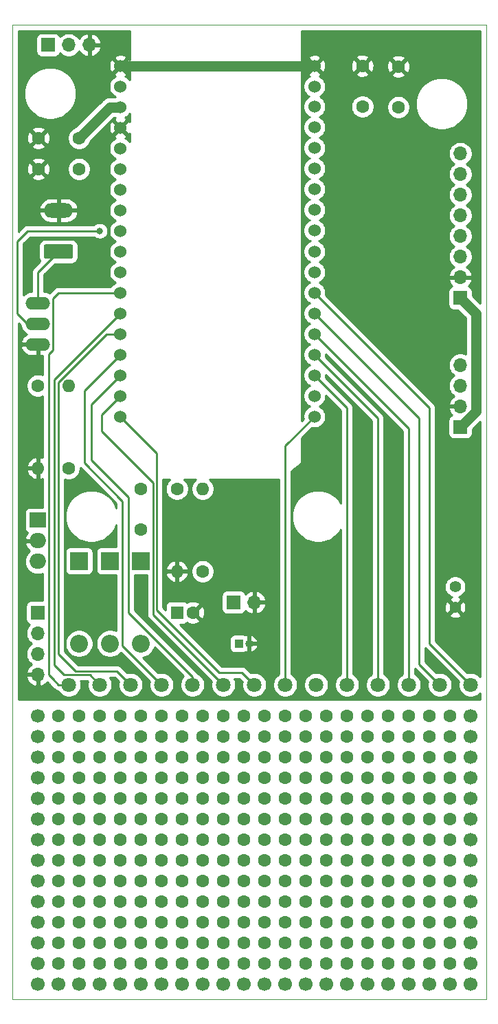
<source format=gbr>
%TF.GenerationSoftware,KiCad,Pcbnew,(5.1.9)-1*%
%TF.CreationDate,2021-03-10T14:32:31-04:00*%
%TF.ProjectId,placa_manutencao_preventiva,706c6163-615f-46d6-916e-7574656e6361,rev?*%
%TF.SameCoordinates,Original*%
%TF.FileFunction,Copper,L1,Top*%
%TF.FilePolarity,Positive*%
%FSLAX46Y46*%
G04 Gerber Fmt 4.6, Leading zero omitted, Abs format (unit mm)*
G04 Created by KiCad (PCBNEW (5.1.9)-1) date 2021-03-10 14:32:31*
%MOMM*%
%LPD*%
G01*
G04 APERTURE LIST*
%TA.AperFunction,Profile*%
%ADD10C,0.050000*%
%TD*%
%TA.AperFunction,ComponentPad*%
%ADD11R,1.700000X1.700000*%
%TD*%
%TA.AperFunction,ComponentPad*%
%ADD12O,1.700000X1.700000*%
%TD*%
%TA.AperFunction,ComponentPad*%
%ADD13O,2.200000X2.200000*%
%TD*%
%TA.AperFunction,ComponentPad*%
%ADD14R,2.200000X2.200000*%
%TD*%
%TA.AperFunction,ComponentPad*%
%ADD15O,3.600000X1.800000*%
%TD*%
%TA.AperFunction,ComponentPad*%
%ADD16O,3.048000X1.524000*%
%TD*%
%TA.AperFunction,ComponentPad*%
%ADD17O,1.600000X1.600000*%
%TD*%
%TA.AperFunction,ComponentPad*%
%ADD18C,1.600000*%
%TD*%
%TA.AperFunction,ComponentPad*%
%ADD19C,1.524000*%
%TD*%
%TA.AperFunction,ComponentPad*%
%ADD20C,1.400000*%
%TD*%
%TA.AperFunction,ComponentPad*%
%ADD21R,1.600000X1.600000*%
%TD*%
%TA.AperFunction,ComponentPad*%
%ADD22R,2.000000X1.905000*%
%TD*%
%TA.AperFunction,ComponentPad*%
%ADD23O,2.000000X1.905000*%
%TD*%
%TA.AperFunction,ComponentPad*%
%ADD24R,1.000000X1.000000*%
%TD*%
%TA.AperFunction,ComponentPad*%
%ADD25O,1.000000X1.000000*%
%TD*%
%TA.AperFunction,ComponentPad*%
%ADD26C,1.800000*%
%TD*%
%TA.AperFunction,ViaPad*%
%ADD27C,1.700000*%
%TD*%
%TA.AperFunction,ViaPad*%
%ADD28C,1.600000*%
%TD*%
%TA.AperFunction,ViaPad*%
%ADD29C,0.800000*%
%TD*%
%TA.AperFunction,Conductor*%
%ADD30C,0.250000*%
%TD*%
%TA.AperFunction,Conductor*%
%ADD31C,1.270000*%
%TD*%
%TA.AperFunction,Conductor*%
%ADD32C,0.254000*%
%TD*%
%TA.AperFunction,Conductor*%
%ADD33C,0.100000*%
%TD*%
G04 APERTURE END LIST*
D10*
X77800200Y-14986000D02*
X136220200Y-14986000D01*
X77800200Y-14986000D02*
X77800200Y-135001000D01*
X136220200Y-135001000D02*
X136220200Y-14986000D01*
X77800200Y-135001000D02*
X136220200Y-135001000D01*
D11*
%TO.P,J6,1*%
%TO.N,+3V3*%
X133045200Y-48641000D03*
D12*
%TO.P,J6,2*%
%TO.N,GND*%
X133045200Y-46101000D03*
%TO.P,J6,3*%
%TO.N,I2C_SCL*%
X133045200Y-43561000D03*
%TO.P,J6,4*%
%TO.N,I2C_SDA*%
X133045200Y-41021000D03*
%TO.P,J6,5*%
%TO.N,Net-(J6-Pad5)*%
X133045200Y-38481000D03*
%TO.P,J6,6*%
%TO.N,Net-(J6-Pad6)*%
X133045200Y-35941000D03*
%TO.P,J6,7*%
%TO.N,Net-(J6-Pad7)*%
X133045200Y-33401000D03*
%TO.P,J6,8*%
%TO.N,Net-(J6-Pad8)*%
X133045200Y-30861000D03*
%TD*%
D13*
%TO.P,D2,2*%
%TO.N,Net-(D2-Pad2)*%
X89865200Y-91186000D03*
D14*
%TO.P,D2,1*%
%TO.N,Net-(C1-Pad1)*%
X89865200Y-81026000D03*
%TD*%
%TO.P,J1,1*%
%TO.N,Net-(J1-Pad1)*%
%TA.AperFunction,ComponentPad*%
G36*
G01*
X85065200Y-43826000D02*
X81965200Y-43826000D01*
G75*
G02*
X81715200Y-43576000I0J250000D01*
G01*
X81715200Y-42276000D01*
G75*
G02*
X81965200Y-42026000I250000J0D01*
G01*
X85065200Y-42026000D01*
G75*
G02*
X85315200Y-42276000I0J-250000D01*
G01*
X85315200Y-43576000D01*
G75*
G02*
X85065200Y-43826000I-250000J0D01*
G01*
G37*
%TD.AperFunction*%
D15*
%TO.P,J1,2*%
%TO.N,GND*%
X83515200Y-37846000D03*
%TD*%
D11*
%TO.P,J2,1*%
%TO.N,+5V*%
X82245200Y-17475200D03*
D12*
%TO.P,J2,2*%
%TO.N,+3V3*%
X84785200Y-17475200D03*
%TO.P,J2,3*%
%TO.N,GND*%
X87325200Y-17475200D03*
%TD*%
D11*
%TO.P,J5,1*%
%TO.N,VBAT*%
X105105200Y-86106000D03*
D12*
%TO.P,J5,2*%
%TO.N,GND*%
X107645200Y-86106000D03*
%TD*%
D11*
%TO.P,J7,1*%
%TO.N,+3V3*%
X133045200Y-64516000D03*
D12*
%TO.P,J7,2*%
%TO.N,GND*%
X133045200Y-61976000D03*
%TO.P,J7,3*%
%TO.N,I2C_SCL*%
X133045200Y-59436000D03*
%TO.P,J7,4*%
%TO.N,I2C_SDA*%
X133045200Y-56896000D03*
%TD*%
D16*
%TO.P,Q2,1*%
%TO.N,Net-(J1-Pad1)*%
X80975200Y-49276000D03*
%TO.P,Q2,2*%
%TO.N,ENT_DIGITAL*%
X80975200Y-51816000D03*
%TO.P,Q2,3*%
%TO.N,GND*%
X80975200Y-54356000D03*
%TD*%
D17*
%TO.P,R2,2*%
%TO.N,GND*%
X80975200Y-69596000D03*
D18*
%TO.P,R2,1*%
%TO.N,Net-(J1-Pad1)*%
X80975200Y-59436000D03*
%TD*%
%TO.P,R3,1*%
%TO.N,+3V3*%
X84785200Y-69596000D03*
D17*
%TO.P,R3,2*%
%TO.N,ENT_DIGITAL*%
X84785200Y-59436000D03*
%TD*%
%TO.P,R4,2*%
%TO.N,ADC_BAT*%
X101295200Y-72136000D03*
D18*
%TO.P,R4,1*%
%TO.N,VBAT*%
X101295200Y-82296000D03*
%TD*%
%TO.P,R5,1*%
%TO.N,ADC_BAT*%
X98120200Y-72136000D03*
D17*
%TO.P,R5,2*%
%TO.N,GND*%
X98120200Y-82296000D03*
%TD*%
D19*
%TO.P,U1,1*%
%TO.N,GND*%
X91135200Y-20066000D03*
%TO.P,U1,2*%
%TO.N,+5V*%
X91135200Y-22606000D03*
%TO.P,U1,3*%
%TO.N,+3V3*%
X91135200Y-25146000D03*
%TO.P,U1,4*%
%TO.N,GND*%
X91135200Y-27686000D03*
%TO.P,U1,5*%
%TO.N,Net-(U1-Pad5)*%
X91135200Y-30226000D03*
%TO.P,U1,6*%
%TO.N,Net-(U1-Pad6)*%
X91135200Y-32766000D03*
%TO.P,U1,7*%
%TO.N,Net-(U1-Pad7)*%
X91135200Y-35306000D03*
%TO.P,U1,8*%
%TO.N,Net-(U1-Pad8)*%
X91135200Y-37846000D03*
%TO.P,U1,9*%
%TO.N,Net-(U1-Pad9)*%
X91135200Y-40386000D03*
%TO.P,U1,10*%
%TO.N,Net-(U1-Pad10)*%
X91135200Y-42926000D03*
%TO.P,U1,11*%
%TO.N,Net-(U1-Pad11)*%
X91135200Y-45466000D03*
%TO.P,U1,12*%
%TO.N,Net-(J12-Pad1)*%
X91135200Y-48006000D03*
%TO.P,U1,13*%
%TO.N,Net-(J13-Pad1)*%
X91135200Y-50546000D03*
%TO.P,U1,14*%
%TO.N,I2C_SCL*%
X91135200Y-53086000D03*
%TO.P,U1,15*%
%TO.N,Net-(J15-Pad1)*%
X91135200Y-55626000D03*
%TO.P,U1,16*%
%TO.N,I2C_SDA*%
X91135200Y-58166000D03*
%TO.P,U1,17*%
%TO.N,Net-(J17-Pad1)*%
X91135200Y-60706000D03*
%TO.P,U1,18*%
%TO.N,Net-(J18-Pad1)*%
X91135200Y-63246000D03*
%TO.P,U1,19*%
%TO.N,Net-(J19-Pad1)*%
X115074700Y-63246000D03*
%TO.P,U1,20*%
%TO.N,ADC_BAT*%
X115074700Y-60706000D03*
%TO.P,U1,21*%
%TO.N,Net-(J21-Pad1)*%
X115074700Y-58166000D03*
%TO.P,U1,22*%
%TO.N,Net-(J22-Pad1)*%
X115074700Y-55626000D03*
%TO.P,U1,23*%
%TO.N,Net-(J23-Pad1)*%
X115074700Y-53086000D03*
%TO.P,U1,24*%
%TO.N,Net-(J24-Pad1)*%
X115074700Y-50546000D03*
%TO.P,U1,25*%
%TO.N,Net-(J25-Pad1)*%
X115074700Y-48006000D03*
%TO.P,U1,26*%
%TO.N,Net-(U1-Pad26)*%
X115074700Y-45466000D03*
%TO.P,U1,27*%
%TO.N,Net-(U1-Pad27)*%
X115074700Y-42926000D03*
%TO.P,U1,28*%
%TO.N,Net-(U1-Pad28)*%
X115074700Y-40322500D03*
%TO.P,U1,29*%
%TO.N,ENT_DIGITAL*%
X115074700Y-37782500D03*
%TO.P,U1,30*%
%TO.N,Net-(U1-Pad30)*%
X115074700Y-35242500D03*
%TO.P,U1,31*%
%TO.N,Net-(U1-Pad31)*%
X115074700Y-32702500D03*
%TO.P,U1,32*%
%TO.N,Net-(U1-Pad32)*%
X115074700Y-30162500D03*
%TO.P,U1,33*%
%TO.N,Net-(U1-Pad33)*%
X115074700Y-27622500D03*
%TO.P,U1,34*%
%TO.N,+3V3*%
X115074700Y-25082500D03*
%TO.P,U1,35*%
%TO.N,+5V*%
X115074700Y-22606000D03*
%TO.P,U1,36*%
%TO.N,GND*%
X115074700Y-20066000D03*
%TD*%
D20*
%TO.P,J3,1*%
%TO.N,+3V3*%
X132410200Y-84201000D03*
%TO.P,J3,2*%
%TO.N,GND*%
X132410200Y-86741000D03*
%TD*%
D21*
%TO.P,C1,1*%
%TO.N,Net-(C1-Pad1)*%
X98120200Y-87376000D03*
D18*
%TO.P,C1,2*%
%TO.N,GND*%
X100120200Y-87376000D03*
%TD*%
D14*
%TO.P,D1,1*%
%TO.N,Net-(C1-Pad1)*%
X93675200Y-81026000D03*
D13*
%TO.P,D1,2*%
%TO.N,Net-(D1-Pad2)*%
X93675200Y-91186000D03*
%TD*%
D14*
%TO.P,D3,1*%
%TO.N,Net-(C1-Pad1)*%
X86055200Y-81026000D03*
D13*
%TO.P,D3,2*%
%TO.N,Net-(D3-Pad2)*%
X86055200Y-91186000D03*
%TD*%
D12*
%TO.P,J8,4*%
%TO.N,GND*%
X80975200Y-94996000D03*
%TO.P,J8,3*%
%TO.N,Net-(D3-Pad2)*%
X80975200Y-92456000D03*
%TO.P,J8,2*%
%TO.N,Net-(D2-Pad2)*%
X80975200Y-89916000D03*
D11*
%TO.P,J8,1*%
%TO.N,Net-(D1-Pad2)*%
X80975200Y-87376000D03*
%TD*%
D22*
%TO.P,U2,1*%
%TO.N,Net-(C1-Pad1)*%
X80975200Y-75996800D03*
D23*
%TO.P,U2,2*%
%TO.N,GND*%
X80975200Y-78536800D03*
%TO.P,U2,3*%
%TO.N,+5V*%
X80975200Y-81076800D03*
%TD*%
D24*
%TO.P,J4,1*%
%TO.N,VBAT*%
X105740200Y-91186000D03*
D25*
%TO.P,J4,2*%
%TO.N,GND*%
X107010200Y-91186000D03*
%TD*%
D18*
%TO.P,C2,1*%
%TO.N,+5V*%
X93675200Y-72136000D03*
%TO.P,C2,2*%
%TO.N,GND*%
X93675200Y-77136000D03*
%TD*%
%TO.P,C4,2*%
%TO.N,GND*%
X81055200Y-28956000D03*
%TO.P,C4,1*%
%TO.N,+3V3*%
X86055200Y-28956000D03*
%TD*%
%TO.P,C5,1*%
%TO.N,+3V3*%
X120980200Y-25066000D03*
%TO.P,C5,2*%
%TO.N,GND*%
X120980200Y-20066000D03*
%TD*%
%TO.P,C6,2*%
%TO.N,GND*%
X125425200Y-20146000D03*
%TO.P,C6,1*%
%TO.N,+5V*%
X125425200Y-25146000D03*
%TD*%
%TO.P,C7,1*%
%TO.N,+5V*%
X86055200Y-32766000D03*
%TO.P,C7,2*%
%TO.N,GND*%
X81055200Y-32766000D03*
%TD*%
D26*
%TO.P,J12,1*%
%TO.N,Net-(J12-Pad1)*%
X84785200Y-96266000D03*
%TD*%
%TO.P,J13,1*%
%TO.N,Net-(J13-Pad1)*%
X88595200Y-96266000D03*
%TD*%
%TO.P,J14,1*%
%TO.N,I2C_SCL*%
X92405200Y-96266000D03*
%TD*%
%TO.P,J15,1*%
%TO.N,Net-(J15-Pad1)*%
X96215200Y-96266000D03*
%TD*%
%TO.P,J16,1*%
%TO.N,I2C_SDA*%
X100025200Y-96266000D03*
%TD*%
%TO.P,J17,1*%
%TO.N,Net-(J17-Pad1)*%
X103835200Y-96266000D03*
%TD*%
%TO.P,J18,1*%
%TO.N,Net-(J18-Pad1)*%
X107645200Y-96266000D03*
%TD*%
%TO.P,J19,1*%
%TO.N,Net-(J19-Pad1)*%
X111455200Y-96266000D03*
%TD*%
%TO.P,J20,1*%
%TO.N,ADC_BAT*%
X115265200Y-96266000D03*
%TD*%
%TO.P,J21,1*%
%TO.N,Net-(J21-Pad1)*%
X119075200Y-96266000D03*
%TD*%
%TO.P,J22,1*%
%TO.N,Net-(J22-Pad1)*%
X122885200Y-96266000D03*
%TD*%
%TO.P,J23,1*%
%TO.N,Net-(J23-Pad1)*%
X126695200Y-96266000D03*
%TD*%
%TO.P,J24,1*%
%TO.N,Net-(J24-Pad1)*%
X130505200Y-96266000D03*
%TD*%
%TO.P,J25,1*%
%TO.N,Net-(J25-Pad1)*%
X134315200Y-96266000D03*
%TD*%
D27*
%TO.N,*%
X80975200Y-133096000D03*
X134315200Y-133096000D03*
D28*
X96215200Y-100076000D03*
X91135200Y-100076000D03*
X108915200Y-100076000D03*
X129235200Y-100076000D03*
X116535200Y-100076000D03*
X124155200Y-100076000D03*
X88595200Y-100076000D03*
X126695200Y-100076000D03*
X86055200Y-100076000D03*
X106375200Y-100076000D03*
X131775200Y-100076000D03*
X93675200Y-100076000D03*
D27*
X134315200Y-100076000D03*
D28*
X98755200Y-100076000D03*
X113995200Y-100076000D03*
X101295200Y-100076000D03*
X121615200Y-100076000D03*
X103835200Y-100076000D03*
X119075200Y-100076000D03*
X111455200Y-100076000D03*
D27*
X80975200Y-100076000D03*
D28*
X83515200Y-100076000D03*
X91135200Y-105156000D03*
X116535200Y-105156000D03*
X126695200Y-105156000D03*
X106375200Y-105156000D03*
X96215200Y-102616000D03*
X91135200Y-102616000D03*
X108915200Y-102616000D03*
X129235200Y-102616000D03*
X116535200Y-102616000D03*
X124155200Y-102616000D03*
X88595200Y-102616000D03*
X126695200Y-102616000D03*
X96215200Y-105156000D03*
X86055200Y-102616000D03*
X106375200Y-102616000D03*
X131775200Y-102616000D03*
X93675200Y-102616000D03*
D27*
X134315200Y-102616000D03*
D28*
X98755200Y-102616000D03*
X129235200Y-105156000D03*
X88595200Y-105156000D03*
X113995200Y-102616000D03*
X131775200Y-105156000D03*
D27*
X134315200Y-105156000D03*
D28*
X98755200Y-105156000D03*
X113995200Y-105156000D03*
X101295200Y-105156000D03*
X111455200Y-105156000D03*
X86055200Y-105156000D03*
D27*
X80975200Y-105156000D03*
D28*
X83515200Y-105156000D03*
X124155200Y-105156000D03*
X101295200Y-102616000D03*
X108915200Y-105156000D03*
X119075200Y-105156000D03*
X96215200Y-107696000D03*
X121615200Y-105156000D03*
X91135200Y-107696000D03*
X108915200Y-107696000D03*
X121615200Y-102616000D03*
X93675200Y-105156000D03*
X103835200Y-105156000D03*
X103835200Y-102616000D03*
X119075200Y-102616000D03*
X129235200Y-107696000D03*
X111455200Y-102616000D03*
X93675200Y-107696000D03*
X119075200Y-107696000D03*
D27*
X80975200Y-107696000D03*
D28*
X116535200Y-107696000D03*
X113995200Y-107696000D03*
X126695200Y-107696000D03*
X98755200Y-107696000D03*
X101295200Y-107696000D03*
X103835200Y-107696000D03*
X121615200Y-107696000D03*
X83515200Y-107696000D03*
D27*
X134315200Y-107696000D03*
D28*
X124155200Y-107696000D03*
X106375200Y-107696000D03*
X88595200Y-107696000D03*
X111455200Y-107696000D03*
X131775200Y-107696000D03*
X86055200Y-107696000D03*
D27*
X80975200Y-102616000D03*
D28*
X83515200Y-102616000D03*
X91135200Y-112776000D03*
X116535200Y-112776000D03*
X126695200Y-112776000D03*
X106375200Y-112776000D03*
X96215200Y-110236000D03*
X91135200Y-110236000D03*
X108915200Y-110236000D03*
X129235200Y-110236000D03*
X116535200Y-110236000D03*
X124155200Y-110236000D03*
X88595200Y-110236000D03*
X126695200Y-110236000D03*
X96215200Y-112776000D03*
X86055200Y-110236000D03*
X106375200Y-110236000D03*
X131775200Y-110236000D03*
X93675200Y-110236000D03*
D27*
X134315200Y-110236000D03*
D28*
X98755200Y-110236000D03*
X129235200Y-112776000D03*
X88595200Y-112776000D03*
X113995200Y-110236000D03*
X131775200Y-112776000D03*
D27*
X134315200Y-112776000D03*
D28*
X98755200Y-112776000D03*
X113995200Y-112776000D03*
X101295200Y-112776000D03*
X111455200Y-112776000D03*
X86055200Y-112776000D03*
D27*
X80975200Y-112776000D03*
D28*
X83515200Y-112776000D03*
X124155200Y-112776000D03*
X101295200Y-110236000D03*
X108915200Y-112776000D03*
X119075200Y-112776000D03*
X96215200Y-115316000D03*
X121615200Y-112776000D03*
X91135200Y-115316000D03*
X108915200Y-115316000D03*
X121615200Y-110236000D03*
X93675200Y-112776000D03*
X103835200Y-112776000D03*
X103835200Y-110236000D03*
X119075200Y-110236000D03*
X129235200Y-115316000D03*
X111455200Y-110236000D03*
X93675200Y-115316000D03*
X119075200Y-115316000D03*
D27*
X80975200Y-115316000D03*
D28*
X116535200Y-115316000D03*
X113995200Y-115316000D03*
X126695200Y-115316000D03*
X98755200Y-115316000D03*
X101295200Y-115316000D03*
X103835200Y-115316000D03*
X121615200Y-115316000D03*
X83515200Y-115316000D03*
D27*
X134315200Y-115316000D03*
D28*
X124155200Y-115316000D03*
X106375200Y-115316000D03*
X88595200Y-115316000D03*
X111455200Y-115316000D03*
X131775200Y-115316000D03*
X86055200Y-115316000D03*
D27*
X80975200Y-110236000D03*
D28*
X83515200Y-110236000D03*
X91135200Y-120396000D03*
X116535200Y-120396000D03*
X126695200Y-120396000D03*
X106375200Y-120396000D03*
X96215200Y-117856000D03*
X91135200Y-117856000D03*
X108915200Y-117856000D03*
X129235200Y-117856000D03*
X116535200Y-117856000D03*
X124155200Y-117856000D03*
X88595200Y-117856000D03*
X126695200Y-117856000D03*
X96215200Y-120396000D03*
X86055200Y-117856000D03*
X106375200Y-117856000D03*
X131775200Y-117856000D03*
X93675200Y-117856000D03*
D27*
X134315200Y-117856000D03*
D28*
X98755200Y-117856000D03*
X129235200Y-120396000D03*
X88595200Y-120396000D03*
X113995200Y-117856000D03*
X131775200Y-120396000D03*
D27*
X134315200Y-120396000D03*
D28*
X98755200Y-120396000D03*
X113995200Y-120396000D03*
X101295200Y-120396000D03*
X111455200Y-120396000D03*
X86055200Y-120396000D03*
D27*
X80975200Y-120396000D03*
D28*
X83515200Y-120396000D03*
X124155200Y-120396000D03*
X101295200Y-117856000D03*
X108915200Y-120396000D03*
X119075200Y-120396000D03*
X96215200Y-122936000D03*
X121615200Y-120396000D03*
X91135200Y-122936000D03*
X108915200Y-122936000D03*
X121615200Y-117856000D03*
X93675200Y-120396000D03*
X103835200Y-120396000D03*
X103835200Y-117856000D03*
X119075200Y-117856000D03*
X129235200Y-122936000D03*
X111455200Y-117856000D03*
X93675200Y-122936000D03*
X119075200Y-122936000D03*
D27*
X80975200Y-122936000D03*
D28*
X116535200Y-122936000D03*
X113995200Y-122936000D03*
X126695200Y-122936000D03*
X98755200Y-122936000D03*
X101295200Y-122936000D03*
X103835200Y-122936000D03*
X121615200Y-122936000D03*
X83515200Y-122936000D03*
D27*
X134315200Y-122936000D03*
D28*
X124155200Y-122936000D03*
X106375200Y-122936000D03*
X88595200Y-122936000D03*
X111455200Y-122936000D03*
X131775200Y-122936000D03*
X86055200Y-122936000D03*
D27*
X80975200Y-117856000D03*
D28*
X83515200Y-117856000D03*
X91135200Y-128016000D03*
X116535200Y-128016000D03*
X126695200Y-128016000D03*
X106375200Y-128016000D03*
X96215200Y-125476000D03*
X91135200Y-125476000D03*
X108915200Y-125476000D03*
X129235200Y-125476000D03*
X116535200Y-125476000D03*
X124155200Y-125476000D03*
X88595200Y-125476000D03*
X126695200Y-125476000D03*
X96215200Y-128016000D03*
X86055200Y-125476000D03*
X106375200Y-125476000D03*
X131775200Y-125476000D03*
X93675200Y-125476000D03*
D27*
X134315200Y-125476000D03*
D28*
X98755200Y-125476000D03*
X129235200Y-128016000D03*
X88595200Y-128016000D03*
X113995200Y-125476000D03*
X131775200Y-128016000D03*
D27*
X134315200Y-128016000D03*
D28*
X98755200Y-128016000D03*
X113995200Y-128016000D03*
X101295200Y-128016000D03*
X111455200Y-128016000D03*
X86055200Y-128016000D03*
D27*
X80975200Y-128016000D03*
D28*
X83515200Y-128016000D03*
X124155200Y-128016000D03*
X101295200Y-125476000D03*
X108915200Y-128016000D03*
X119075200Y-128016000D03*
X96215200Y-130556000D03*
X121615200Y-128016000D03*
X91135200Y-130556000D03*
X108915200Y-130556000D03*
X121615200Y-125476000D03*
X93675200Y-128016000D03*
X103835200Y-128016000D03*
X103835200Y-125476000D03*
X119075200Y-125476000D03*
X129235200Y-130556000D03*
X111455200Y-125476000D03*
X93675200Y-130556000D03*
X119075200Y-130556000D03*
D27*
X80975200Y-130556000D03*
D28*
X116535200Y-130556000D03*
X113995200Y-130556000D03*
X126695200Y-130556000D03*
X98755200Y-130556000D03*
X101295200Y-130556000D03*
X103835200Y-130556000D03*
X121615200Y-130556000D03*
X83515200Y-130556000D03*
D27*
X134315200Y-130556000D03*
D28*
X124155200Y-130556000D03*
X106375200Y-130556000D03*
X88595200Y-130556000D03*
X111455200Y-130556000D03*
X131775200Y-130556000D03*
X86055200Y-130556000D03*
D27*
X80975200Y-125476000D03*
D28*
X83515200Y-125476000D03*
D27*
X83515200Y-133096000D03*
X86055200Y-133096000D03*
X88595200Y-133096000D03*
X91135200Y-133096000D03*
X93675200Y-133096000D03*
X98755200Y-133096000D03*
X96215200Y-133096000D03*
X101295200Y-133096000D03*
X103835200Y-133096000D03*
X108915200Y-133096000D03*
X106375200Y-133096000D03*
X111455200Y-133096000D03*
X113995200Y-133096000D03*
X119075200Y-133096000D03*
X116535200Y-133096000D03*
X121615200Y-133096000D03*
X124155200Y-133096000D03*
X129235200Y-133096000D03*
X126695200Y-133096000D03*
X131775200Y-133096000D03*
D29*
%TO.N,ENT_DIGITAL*%
X88595200Y-40386000D03*
%TD*%
D30*
%TO.N,Net-(J1-Pad1)*%
X80975200Y-45466000D02*
X80975200Y-49276000D01*
X83515200Y-42926000D02*
X80975200Y-45466000D01*
D31*
%TO.N,GND*%
X91135200Y-20066000D02*
X115074700Y-20066000D01*
D30*
%TO.N,+5V*%
X82042000Y-17475200D02*
X82753200Y-17475200D01*
X82245200Y-18161000D02*
X82245200Y-17475200D01*
D31*
%TO.N,+3V3*%
X133045200Y-48641000D02*
X134950200Y-50546000D01*
X134950200Y-62611000D02*
X133045200Y-64516000D01*
X134950200Y-50546000D02*
X134950200Y-62611000D01*
X89865200Y-25146000D02*
X86055200Y-28956000D01*
X91135200Y-25146000D02*
X89865200Y-25146000D01*
D30*
%TO.N,I2C_SCL*%
X90730189Y-94590989D02*
X92405200Y-96266000D01*
X85650188Y-94590988D02*
X90730189Y-94590989D01*
X83515200Y-92456000D02*
X85650188Y-94590988D01*
X83515200Y-59040998D02*
X83515200Y-92456000D01*
X89470198Y-53086000D02*
X83515200Y-59040998D01*
X91135200Y-53086000D02*
X89470198Y-53086000D01*
%TO.N,I2C_SDA*%
X100025200Y-96266000D02*
X100025200Y-95250000D01*
X100025200Y-95250000D02*
X92151200Y-87376000D01*
X92151200Y-87376000D02*
X92151200Y-73152000D01*
X92151200Y-73152000D02*
X87579200Y-68580000D01*
X87579200Y-61722000D02*
X91135200Y-58166000D01*
X87579200Y-68580000D02*
X87579200Y-61722000D01*
%TO.N,ENT_DIGITAL*%
X88595200Y-40386000D02*
X79705200Y-40386000D01*
X79705200Y-40386000D02*
X78435200Y-41656000D01*
X78435200Y-41656000D02*
X78435200Y-50546000D01*
X79705200Y-51816000D02*
X80975200Y-51816000D01*
X78435200Y-50546000D02*
X79705200Y-51816000D01*
%TO.N,Net-(C1-Pad1)*%
X81683100Y-75793600D02*
X81635600Y-75793600D01*
X86055200Y-81026000D02*
X86004400Y-81026000D01*
%TO.N,Net-(J12-Pad1)*%
X82880200Y-95633792D02*
X83512408Y-96266000D01*
X82880200Y-95631000D02*
X82880200Y-95633792D01*
X82300210Y-95051010D02*
X82880200Y-95631000D01*
X82300201Y-78007630D02*
X82300210Y-78007639D01*
X82300201Y-55570999D02*
X82300201Y-78007630D01*
X82300210Y-78007639D02*
X82300210Y-95051010D01*
X82824210Y-48696990D02*
X82824210Y-55046990D01*
X83512408Y-96266000D02*
X84785200Y-96266000D01*
X83515200Y-48006000D02*
X82824210Y-48696990D01*
X82824210Y-55046990D02*
X82300201Y-55570999D01*
X91135200Y-48006000D02*
X83515200Y-48006000D01*
%TO.N,Net-(J13-Pad1)*%
X87370199Y-95040999D02*
X88595200Y-96266000D01*
X84195199Y-95040999D02*
X87370199Y-95040999D01*
X83007200Y-93853000D02*
X84195199Y-95040999D01*
X83007200Y-58674000D02*
X83007200Y-93853000D01*
X91135200Y-50546000D02*
X83007200Y-58674000D01*
%TO.N,Net-(J15-Pad1)*%
X91389200Y-73660000D02*
X86690200Y-68961000D01*
X91389200Y-91440000D02*
X91389200Y-73660000D01*
X86690200Y-60071000D02*
X91135200Y-55626000D01*
X86690200Y-68961000D02*
X86690200Y-60071000D01*
X96215200Y-96266000D02*
X91389200Y-91440000D01*
%TO.N,Net-(J17-Pad1)*%
X91135200Y-60706000D02*
X88849200Y-62992000D01*
X88849200Y-62992000D02*
X88849200Y-65024000D01*
X88849200Y-65024000D02*
X95199200Y-71374000D01*
X95199200Y-87630000D02*
X103835200Y-96266000D01*
X95199200Y-71374000D02*
X95199200Y-87630000D01*
%TO.N,Net-(J18-Pad1)*%
X95649210Y-87064010D02*
X103327200Y-94742000D01*
X95649210Y-67760010D02*
X95649210Y-87064010D01*
X91135200Y-63246000D02*
X95649210Y-67760010D01*
X106121200Y-94742000D02*
X107645200Y-96266000D01*
X103327200Y-94742000D02*
X106121200Y-94742000D01*
%TO.N,Net-(J19-Pad1)*%
X111455200Y-66865500D02*
X115074700Y-63246000D01*
X111455200Y-96266000D02*
X111455200Y-66865500D01*
%TO.N,Net-(J21-Pad1)*%
X119075200Y-62166500D02*
X115074700Y-58166000D01*
X119075200Y-96266000D02*
X119075200Y-62166500D01*
%TO.N,Net-(J22-Pad1)*%
X122885200Y-63436500D02*
X115074700Y-55626000D01*
X122885200Y-96266000D02*
X122885200Y-63436500D01*
%TO.N,Net-(J23-Pad1)*%
X126695200Y-64706500D02*
X115074700Y-53086000D01*
X126695200Y-96266000D02*
X126695200Y-64706500D01*
%TO.N,Net-(J24-Pad1)*%
X127965200Y-63436500D02*
X115074700Y-50546000D01*
X127965200Y-93726000D02*
X127965200Y-63436500D01*
X130505200Y-96266000D02*
X127965200Y-93726000D01*
%TO.N,Net-(J25-Pad1)*%
X134315200Y-96266000D02*
X129235200Y-91186000D01*
X129235200Y-62166500D02*
X115074700Y-48006000D01*
X129235200Y-91186000D02*
X129235200Y-62166500D01*
%TD*%
D32*
%TO.N,GND*%
X78829002Y-52014604D02*
X78836414Y-52089860D01*
X78916296Y-52353195D01*
X79046017Y-52595887D01*
X79220592Y-52808608D01*
X79433313Y-52983183D01*
X79627613Y-53087038D01*
X79561258Y-53113941D01*
X79331471Y-53264994D01*
X79135568Y-53457974D01*
X78981078Y-53685465D01*
X78873938Y-53938724D01*
X78858980Y-54012930D01*
X78981480Y-54229000D01*
X80848200Y-54229000D01*
X80848200Y-54209000D01*
X81102200Y-54209000D01*
X81102200Y-54229000D01*
X81122200Y-54229000D01*
X81122200Y-54483000D01*
X81102200Y-54483000D01*
X81102200Y-55753000D01*
X81540201Y-55753000D01*
X81540201Y-58116799D01*
X81393774Y-58056147D01*
X81116535Y-58001000D01*
X80833865Y-58001000D01*
X80556626Y-58056147D01*
X80295473Y-58164320D01*
X80060441Y-58321363D01*
X79860563Y-58521241D01*
X79703520Y-58756273D01*
X79595347Y-59017426D01*
X79540200Y-59294665D01*
X79540200Y-59577335D01*
X79595347Y-59854574D01*
X79703520Y-60115727D01*
X79860563Y-60350759D01*
X80060441Y-60550637D01*
X80295473Y-60707680D01*
X80556626Y-60815853D01*
X80833865Y-60871000D01*
X81116535Y-60871000D01*
X81393774Y-60815853D01*
X81540201Y-60755201D01*
X81540202Y-68283470D01*
X81458287Y-68244754D01*
X81324239Y-68204096D01*
X81102200Y-68326085D01*
X81102200Y-69469000D01*
X81122200Y-69469000D01*
X81122200Y-69723000D01*
X81102200Y-69723000D01*
X81102200Y-70865915D01*
X81324239Y-70987904D01*
X81458287Y-70947246D01*
X81540202Y-70908530D01*
X81540202Y-74406228D01*
X79975200Y-74406228D01*
X79850718Y-74418488D01*
X79731020Y-74454798D01*
X79620706Y-74513763D01*
X79524015Y-74593115D01*
X79444663Y-74689806D01*
X79385698Y-74800120D01*
X79349388Y-74919818D01*
X79337128Y-75044300D01*
X79337128Y-76949300D01*
X79349388Y-77073782D01*
X79385698Y-77193480D01*
X79444663Y-77303794D01*
X79524015Y-77400485D01*
X79620706Y-77479837D01*
X79712419Y-77528859D01*
X79599231Y-77669877D01*
X79455629Y-77945706D01*
X79384637Y-78163820D01*
X79504606Y-78409800D01*
X80848200Y-78409800D01*
X80848200Y-78389800D01*
X81102200Y-78389800D01*
X81102200Y-78409800D01*
X81122200Y-78409800D01*
X81122200Y-78663800D01*
X81102200Y-78663800D01*
X81102200Y-78683800D01*
X80848200Y-78683800D01*
X80848200Y-78663800D01*
X79504606Y-78663800D01*
X79384637Y-78909780D01*
X79455629Y-79127894D01*
X79599231Y-79403723D01*
X79793885Y-79646237D01*
X79979099Y-79801637D01*
X79799737Y-79948837D01*
X79601355Y-80190565D01*
X79453945Y-80466351D01*
X79363170Y-80765596D01*
X79332519Y-81076800D01*
X79363170Y-81388004D01*
X79453945Y-81687249D01*
X79601355Y-81963035D01*
X79799737Y-82204763D01*
X80041465Y-82403145D01*
X80317251Y-82550555D01*
X80616496Y-82641330D01*
X80849714Y-82664300D01*
X81100686Y-82664300D01*
X81333904Y-82641330D01*
X81540210Y-82578748D01*
X81540210Y-85887928D01*
X80125200Y-85887928D01*
X80000718Y-85900188D01*
X79881020Y-85936498D01*
X79770706Y-85995463D01*
X79674015Y-86074815D01*
X79594663Y-86171506D01*
X79535698Y-86281820D01*
X79499388Y-86401518D01*
X79487128Y-86526000D01*
X79487128Y-88226000D01*
X79499388Y-88350482D01*
X79535698Y-88470180D01*
X79594663Y-88580494D01*
X79674015Y-88677185D01*
X79770706Y-88756537D01*
X79881020Y-88815502D01*
X79953580Y-88837513D01*
X79821725Y-88969368D01*
X79659210Y-89212589D01*
X79547268Y-89482842D01*
X79490200Y-89769740D01*
X79490200Y-90062260D01*
X79547268Y-90349158D01*
X79659210Y-90619411D01*
X79821725Y-90862632D01*
X80028568Y-91069475D01*
X80202960Y-91186000D01*
X80028568Y-91302525D01*
X79821725Y-91509368D01*
X79659210Y-91752589D01*
X79547268Y-92022842D01*
X79490200Y-92309740D01*
X79490200Y-92602260D01*
X79547268Y-92889158D01*
X79659210Y-93159411D01*
X79821725Y-93402632D01*
X80028568Y-93609475D01*
X80210734Y-93731195D01*
X80093845Y-93800822D01*
X79877612Y-93995731D01*
X79703559Y-94229080D01*
X79578375Y-94491901D01*
X79533724Y-94639110D01*
X79655045Y-94869000D01*
X80848200Y-94869000D01*
X80848200Y-94849000D01*
X81102200Y-94849000D01*
X81102200Y-94869000D01*
X81122200Y-94869000D01*
X81122200Y-95123000D01*
X81102200Y-95123000D01*
X81102200Y-96316814D01*
X81332091Y-96437481D01*
X81606452Y-96340157D01*
X81856555Y-96191178D01*
X82072788Y-95996269D01*
X82114605Y-95940206D01*
X82303623Y-96129224D01*
X82340199Y-96173793D01*
X82369201Y-96197594D01*
X82948608Y-96777002D01*
X82972407Y-96806001D01*
X83001405Y-96829799D01*
X83088131Y-96900974D01*
X83220159Y-96971545D01*
X83220161Y-96971546D01*
X83363422Y-97015003D01*
X83444902Y-97023028D01*
X83592888Y-97244505D01*
X83806695Y-97458312D01*
X84058105Y-97626299D01*
X84337457Y-97742011D01*
X84634016Y-97801000D01*
X84936384Y-97801000D01*
X85232943Y-97742011D01*
X85512295Y-97626299D01*
X85763705Y-97458312D01*
X85977512Y-97244505D01*
X86145499Y-96993095D01*
X86261211Y-96713743D01*
X86320200Y-96417184D01*
X86320200Y-96114816D01*
X86261211Y-95818257D01*
X86254062Y-95800999D01*
X87055398Y-95800999D01*
X87111469Y-95857070D01*
X87060200Y-96114816D01*
X87060200Y-96417184D01*
X87119189Y-96713743D01*
X87234901Y-96993095D01*
X87402888Y-97244505D01*
X87616695Y-97458312D01*
X87868105Y-97626299D01*
X88147457Y-97742011D01*
X88444016Y-97801000D01*
X88746384Y-97801000D01*
X89042943Y-97742011D01*
X89322295Y-97626299D01*
X89573705Y-97458312D01*
X89787512Y-97244505D01*
X89955499Y-96993095D01*
X90071211Y-96713743D01*
X90130200Y-96417184D01*
X90130200Y-96114816D01*
X90071211Y-95818257D01*
X89955499Y-95538905D01*
X89829937Y-95350989D01*
X90415388Y-95350989D01*
X90921469Y-95857070D01*
X90870200Y-96114816D01*
X90870200Y-96417184D01*
X90929189Y-96713743D01*
X91044901Y-96993095D01*
X91212888Y-97244505D01*
X91426695Y-97458312D01*
X91678105Y-97626299D01*
X91957457Y-97742011D01*
X92254016Y-97801000D01*
X92556384Y-97801000D01*
X92852943Y-97742011D01*
X93132295Y-97626299D01*
X93383705Y-97458312D01*
X93597512Y-97244505D01*
X93765499Y-96993095D01*
X93881211Y-96713743D01*
X93940200Y-96417184D01*
X93940200Y-96114816D01*
X93881211Y-95818257D01*
X93765499Y-95538905D01*
X93597512Y-95287495D01*
X93383705Y-95073688D01*
X93132295Y-94905701D01*
X92852943Y-94789989D01*
X92556384Y-94731000D01*
X92254016Y-94731000D01*
X91996270Y-94782269D01*
X91293986Y-94079985D01*
X91270190Y-94050989D01*
X91210480Y-94001986D01*
X91154465Y-93956015D01*
X91022435Y-93885443D01*
X90922631Y-93855169D01*
X90879175Y-93841987D01*
X90767522Y-93830990D01*
X90730189Y-93827313D01*
X90692857Y-93830990D01*
X85964990Y-93830988D01*
X84275200Y-92141199D01*
X84275200Y-91015117D01*
X84320200Y-91015117D01*
X84320200Y-91356883D01*
X84386875Y-91692081D01*
X84517663Y-92007831D01*
X84707537Y-92291998D01*
X84949202Y-92533663D01*
X85233369Y-92723537D01*
X85549119Y-92854325D01*
X85884317Y-92921000D01*
X86226083Y-92921000D01*
X86561281Y-92854325D01*
X86877031Y-92723537D01*
X87161198Y-92533663D01*
X87402863Y-92291998D01*
X87592737Y-92007831D01*
X87723525Y-91692081D01*
X87790200Y-91356883D01*
X87790200Y-91015117D01*
X87723525Y-90679919D01*
X87592737Y-90364169D01*
X87402863Y-90080002D01*
X87161198Y-89838337D01*
X86877031Y-89648463D01*
X86561281Y-89517675D01*
X86226083Y-89451000D01*
X85884317Y-89451000D01*
X85549119Y-89517675D01*
X85233369Y-89648463D01*
X84949202Y-89838337D01*
X84707537Y-90080002D01*
X84517663Y-90364169D01*
X84386875Y-90679919D01*
X84320200Y-91015117D01*
X84275200Y-91015117D01*
X84275200Y-79926000D01*
X84317128Y-79926000D01*
X84317128Y-82126000D01*
X84329388Y-82250482D01*
X84365698Y-82370180D01*
X84424663Y-82480494D01*
X84504015Y-82577185D01*
X84600706Y-82656537D01*
X84711020Y-82715502D01*
X84830718Y-82751812D01*
X84955200Y-82764072D01*
X87155200Y-82764072D01*
X87279682Y-82751812D01*
X87399380Y-82715502D01*
X87509694Y-82656537D01*
X87606385Y-82577185D01*
X87685737Y-82480494D01*
X87744702Y-82370180D01*
X87781012Y-82250482D01*
X87793272Y-82126000D01*
X87793272Y-79926000D01*
X87781012Y-79801518D01*
X87744702Y-79681820D01*
X87685737Y-79571506D01*
X87606385Y-79474815D01*
X87509694Y-79395463D01*
X87399380Y-79336498D01*
X87279682Y-79300188D01*
X87155200Y-79287928D01*
X84955200Y-79287928D01*
X84830718Y-79300188D01*
X84711020Y-79336498D01*
X84600706Y-79395463D01*
X84504015Y-79474815D01*
X84424663Y-79571506D01*
X84365698Y-79681820D01*
X84329388Y-79801518D01*
X84317128Y-79926000D01*
X84275200Y-79926000D01*
X84275200Y-70937983D01*
X84366626Y-70975853D01*
X84643865Y-71031000D01*
X84926535Y-71031000D01*
X85203774Y-70975853D01*
X85464927Y-70867680D01*
X85699959Y-70710637D01*
X85899837Y-70510759D01*
X86056880Y-70275727D01*
X86165053Y-70014574D01*
X86220200Y-69737335D01*
X86220200Y-69565801D01*
X90629201Y-73974803D01*
X90629201Y-74488357D01*
X90426230Y-73998342D01*
X90073075Y-73469807D01*
X89623593Y-73020325D01*
X89095058Y-72667170D01*
X88507781Y-72423912D01*
X87884332Y-72299900D01*
X87248668Y-72299900D01*
X86625219Y-72423912D01*
X86037942Y-72667170D01*
X85509407Y-73020325D01*
X85059925Y-73469807D01*
X84706770Y-73998342D01*
X84463512Y-74585619D01*
X84339500Y-75209068D01*
X84339500Y-75844732D01*
X84463512Y-76468181D01*
X84706770Y-77055458D01*
X85059925Y-77583993D01*
X85509407Y-78033475D01*
X86037942Y-78386630D01*
X86625219Y-78629888D01*
X87248668Y-78753900D01*
X87884332Y-78753900D01*
X88507781Y-78629888D01*
X89095058Y-78386630D01*
X89623593Y-78033475D01*
X90073075Y-77583993D01*
X90426230Y-77055458D01*
X90629201Y-76565443D01*
X90629201Y-79287928D01*
X88765200Y-79287928D01*
X88640718Y-79300188D01*
X88521020Y-79336498D01*
X88410706Y-79395463D01*
X88314015Y-79474815D01*
X88234663Y-79571506D01*
X88175698Y-79681820D01*
X88139388Y-79801518D01*
X88127128Y-79926000D01*
X88127128Y-82126000D01*
X88139388Y-82250482D01*
X88175698Y-82370180D01*
X88234663Y-82480494D01*
X88314015Y-82577185D01*
X88410706Y-82656537D01*
X88521020Y-82715502D01*
X88640718Y-82751812D01*
X88765200Y-82764072D01*
X90629200Y-82764072D01*
X90629200Y-89624509D01*
X90371281Y-89517675D01*
X90036083Y-89451000D01*
X89694317Y-89451000D01*
X89359119Y-89517675D01*
X89043369Y-89648463D01*
X88759202Y-89838337D01*
X88517537Y-90080002D01*
X88327663Y-90364169D01*
X88196875Y-90679919D01*
X88130200Y-91015117D01*
X88130200Y-91356883D01*
X88196875Y-91692081D01*
X88327663Y-92007831D01*
X88517537Y-92291998D01*
X88759202Y-92533663D01*
X89043369Y-92723537D01*
X89359119Y-92854325D01*
X89694317Y-92921000D01*
X90036083Y-92921000D01*
X90371281Y-92854325D01*
X90687031Y-92723537D01*
X90971198Y-92533663D01*
X91189630Y-92315231D01*
X94731469Y-95857070D01*
X94680200Y-96114816D01*
X94680200Y-96417184D01*
X94739189Y-96713743D01*
X94854901Y-96993095D01*
X95022888Y-97244505D01*
X95236695Y-97458312D01*
X95488105Y-97626299D01*
X95767457Y-97742011D01*
X96064016Y-97801000D01*
X96366384Y-97801000D01*
X96662943Y-97742011D01*
X96942295Y-97626299D01*
X97193705Y-97458312D01*
X97407512Y-97244505D01*
X97575499Y-96993095D01*
X97691211Y-96713743D01*
X97750200Y-96417184D01*
X97750200Y-96114816D01*
X97691211Y-95818257D01*
X97575499Y-95538905D01*
X97407512Y-95287495D01*
X97193705Y-95073688D01*
X96942295Y-94905701D01*
X96662943Y-94789989D01*
X96366384Y-94731000D01*
X96064016Y-94731000D01*
X95806270Y-94782269D01*
X93928590Y-92904588D01*
X94181281Y-92854325D01*
X94497031Y-92723537D01*
X94781198Y-92533663D01*
X95022863Y-92291998D01*
X95212737Y-92007831D01*
X95343525Y-91692081D01*
X95351647Y-91651249D01*
X98910391Y-95209992D01*
X98832888Y-95287495D01*
X98664901Y-95538905D01*
X98549189Y-95818257D01*
X98490200Y-96114816D01*
X98490200Y-96417184D01*
X98549189Y-96713743D01*
X98664901Y-96993095D01*
X98832888Y-97244505D01*
X99046695Y-97458312D01*
X99298105Y-97626299D01*
X99577457Y-97742011D01*
X99874016Y-97801000D01*
X100176384Y-97801000D01*
X100472943Y-97742011D01*
X100752295Y-97626299D01*
X101003705Y-97458312D01*
X101217512Y-97244505D01*
X101385499Y-96993095D01*
X101501211Y-96713743D01*
X101560200Y-96417184D01*
X101560200Y-96114816D01*
X101501211Y-95818257D01*
X101385499Y-95538905D01*
X101217512Y-95287495D01*
X101003705Y-95073688D01*
X100752295Y-94905701D01*
X100688884Y-94879435D01*
X100660174Y-94825724D01*
X100597005Y-94748752D01*
X100565201Y-94709999D01*
X100536203Y-94686201D01*
X92911200Y-87061199D01*
X92911200Y-82764072D01*
X94439201Y-82764072D01*
X94439201Y-87592667D01*
X94435524Y-87630000D01*
X94450198Y-87778985D01*
X94493654Y-87922246D01*
X94564226Y-88054276D01*
X94616125Y-88117514D01*
X94659200Y-88170001D01*
X94688198Y-88193799D01*
X102351469Y-95857070D01*
X102300200Y-96114816D01*
X102300200Y-96417184D01*
X102359189Y-96713743D01*
X102474901Y-96993095D01*
X102642888Y-97244505D01*
X102856695Y-97458312D01*
X103108105Y-97626299D01*
X103387457Y-97742011D01*
X103684016Y-97801000D01*
X103986384Y-97801000D01*
X104282943Y-97742011D01*
X104562295Y-97626299D01*
X104813705Y-97458312D01*
X105027512Y-97244505D01*
X105195499Y-96993095D01*
X105311211Y-96713743D01*
X105370200Y-96417184D01*
X105370200Y-96114816D01*
X105311211Y-95818257D01*
X105195499Y-95538905D01*
X105170840Y-95502000D01*
X105806399Y-95502000D01*
X106161469Y-95857070D01*
X106110200Y-96114816D01*
X106110200Y-96417184D01*
X106169189Y-96713743D01*
X106284901Y-96993095D01*
X106452888Y-97244505D01*
X106666695Y-97458312D01*
X106918105Y-97626299D01*
X107197457Y-97742011D01*
X107494016Y-97801000D01*
X107796384Y-97801000D01*
X108092943Y-97742011D01*
X108372295Y-97626299D01*
X108623705Y-97458312D01*
X108837512Y-97244505D01*
X109005499Y-96993095D01*
X109121211Y-96713743D01*
X109180200Y-96417184D01*
X109180200Y-96114816D01*
X109121211Y-95818257D01*
X109005499Y-95538905D01*
X108837512Y-95287495D01*
X108623705Y-95073688D01*
X108372295Y-94905701D01*
X108092943Y-94789989D01*
X107796384Y-94731000D01*
X107494016Y-94731000D01*
X107236270Y-94782269D01*
X106685003Y-94231002D01*
X106661201Y-94201999D01*
X106545476Y-94107026D01*
X106413447Y-94036454D01*
X106270186Y-93992997D01*
X106158533Y-93982000D01*
X106158522Y-93982000D01*
X106121200Y-93978324D01*
X106083878Y-93982000D01*
X103642002Y-93982000D01*
X100346002Y-90686000D01*
X104602128Y-90686000D01*
X104602128Y-91686000D01*
X104614388Y-91810482D01*
X104650698Y-91930180D01*
X104709663Y-92040494D01*
X104789015Y-92137185D01*
X104885706Y-92216537D01*
X104996020Y-92275502D01*
X105115718Y-92311812D01*
X105240200Y-92324072D01*
X106240200Y-92324072D01*
X106364682Y-92311812D01*
X106484380Y-92275502D01*
X106573380Y-92227930D01*
X106653336Y-92263446D01*
X106708326Y-92280119D01*
X106883200Y-92153954D01*
X106883200Y-91313000D01*
X107137200Y-91313000D01*
X107137200Y-92153954D01*
X107312074Y-92280119D01*
X107367064Y-92263446D01*
X107570406Y-92173123D01*
X107752220Y-92044865D01*
X107905518Y-91883601D01*
X108024410Y-91695529D01*
X108104326Y-91487876D01*
X107979329Y-91313000D01*
X107137200Y-91313000D01*
X106883200Y-91313000D01*
X106878272Y-91313000D01*
X106878272Y-91059000D01*
X106883200Y-91059000D01*
X106883200Y-90218046D01*
X107137200Y-90218046D01*
X107137200Y-91059000D01*
X107979329Y-91059000D01*
X108104326Y-90884124D01*
X108024410Y-90676471D01*
X107905518Y-90488399D01*
X107752220Y-90327135D01*
X107570406Y-90198877D01*
X107367064Y-90108554D01*
X107312074Y-90091881D01*
X107137200Y-90218046D01*
X106883200Y-90218046D01*
X106708326Y-90091881D01*
X106653336Y-90108554D01*
X106573380Y-90144070D01*
X106484380Y-90096498D01*
X106364682Y-90060188D01*
X106240200Y-90047928D01*
X105240200Y-90047928D01*
X105115718Y-90060188D01*
X104996020Y-90096498D01*
X104885706Y-90155463D01*
X104789015Y-90234815D01*
X104709663Y-90331506D01*
X104650698Y-90441820D01*
X104614388Y-90561518D01*
X104602128Y-90686000D01*
X100346002Y-90686000D01*
X98474073Y-88814072D01*
X98920200Y-88814072D01*
X99044682Y-88801812D01*
X99164380Y-88765502D01*
X99274694Y-88706537D01*
X99371385Y-88627185D01*
X99382007Y-88614242D01*
X99634196Y-88733571D01*
X99908384Y-88802300D01*
X100190712Y-88816217D01*
X100470330Y-88774787D01*
X100736492Y-88679603D01*
X100861714Y-88612671D01*
X100933297Y-88368702D01*
X100120200Y-87555605D01*
X100106058Y-87569748D01*
X99926453Y-87390143D01*
X99940595Y-87376000D01*
X100299805Y-87376000D01*
X101112902Y-88189097D01*
X101356871Y-88117514D01*
X101477771Y-87862004D01*
X101546500Y-87587816D01*
X101560417Y-87305488D01*
X101518987Y-87025870D01*
X101423803Y-86759708D01*
X101356871Y-86634486D01*
X101112902Y-86562903D01*
X100299805Y-87376000D01*
X99940595Y-87376000D01*
X99926453Y-87361858D01*
X100106058Y-87182253D01*
X100120200Y-87196395D01*
X100933297Y-86383298D01*
X100861714Y-86139329D01*
X100606204Y-86018429D01*
X100332016Y-85949700D01*
X100049688Y-85935783D01*
X99770070Y-85977213D01*
X99503908Y-86072397D01*
X99381891Y-86137616D01*
X99371385Y-86124815D01*
X99274694Y-86045463D01*
X99164380Y-85986498D01*
X99044682Y-85950188D01*
X98920200Y-85937928D01*
X97320200Y-85937928D01*
X97195718Y-85950188D01*
X97076020Y-85986498D01*
X96965706Y-86045463D01*
X96869015Y-86124815D01*
X96789663Y-86221506D01*
X96730698Y-86331820D01*
X96694388Y-86451518D01*
X96682128Y-86576000D01*
X96682128Y-87022127D01*
X96409210Y-86749209D01*
X96409210Y-85256000D01*
X103617128Y-85256000D01*
X103617128Y-86956000D01*
X103629388Y-87080482D01*
X103665698Y-87200180D01*
X103724663Y-87310494D01*
X103804015Y-87407185D01*
X103900706Y-87486537D01*
X104011020Y-87545502D01*
X104130718Y-87581812D01*
X104255200Y-87594072D01*
X105955200Y-87594072D01*
X106079682Y-87581812D01*
X106199380Y-87545502D01*
X106309694Y-87486537D01*
X106406385Y-87407185D01*
X106485737Y-87310494D01*
X106544702Y-87200180D01*
X106569166Y-87119534D01*
X106644931Y-87203588D01*
X106878280Y-87377641D01*
X107141101Y-87502825D01*
X107288310Y-87547476D01*
X107518200Y-87426155D01*
X107518200Y-86233000D01*
X107772200Y-86233000D01*
X107772200Y-87426155D01*
X108002090Y-87547476D01*
X108149299Y-87502825D01*
X108412120Y-87377641D01*
X108645469Y-87203588D01*
X108840378Y-86987355D01*
X108989357Y-86737252D01*
X109086681Y-86462891D01*
X108966014Y-86233000D01*
X107772200Y-86233000D01*
X107518200Y-86233000D01*
X107498200Y-86233000D01*
X107498200Y-85979000D01*
X107518200Y-85979000D01*
X107518200Y-84785845D01*
X107772200Y-84785845D01*
X107772200Y-85979000D01*
X108966014Y-85979000D01*
X109086681Y-85749109D01*
X108989357Y-85474748D01*
X108840378Y-85224645D01*
X108645469Y-85008412D01*
X108412120Y-84834359D01*
X108149299Y-84709175D01*
X108002090Y-84664524D01*
X107772200Y-84785845D01*
X107518200Y-84785845D01*
X107288310Y-84664524D01*
X107141101Y-84709175D01*
X106878280Y-84834359D01*
X106644931Y-85008412D01*
X106569166Y-85092466D01*
X106544702Y-85011820D01*
X106485737Y-84901506D01*
X106406385Y-84804815D01*
X106309694Y-84725463D01*
X106199380Y-84666498D01*
X106079682Y-84630188D01*
X105955200Y-84617928D01*
X104255200Y-84617928D01*
X104130718Y-84630188D01*
X104011020Y-84666498D01*
X103900706Y-84725463D01*
X103804015Y-84804815D01*
X103724663Y-84901506D01*
X103665698Y-85011820D01*
X103629388Y-85131518D01*
X103617128Y-85256000D01*
X96409210Y-85256000D01*
X96409210Y-82645040D01*
X96728291Y-82645040D01*
X96823130Y-82909881D01*
X96967815Y-83151131D01*
X97156786Y-83359519D01*
X97382780Y-83527037D01*
X97637113Y-83647246D01*
X97771161Y-83687904D01*
X97993200Y-83565915D01*
X97993200Y-82423000D01*
X98247200Y-82423000D01*
X98247200Y-83565915D01*
X98469239Y-83687904D01*
X98603287Y-83647246D01*
X98857620Y-83527037D01*
X99083614Y-83359519D01*
X99272585Y-83151131D01*
X99417270Y-82909881D01*
X99512109Y-82645040D01*
X99390824Y-82423000D01*
X98247200Y-82423000D01*
X97993200Y-82423000D01*
X96849576Y-82423000D01*
X96728291Y-82645040D01*
X96409210Y-82645040D01*
X96409210Y-81946960D01*
X96728291Y-81946960D01*
X96849576Y-82169000D01*
X97993200Y-82169000D01*
X97993200Y-81026085D01*
X98247200Y-81026085D01*
X98247200Y-82169000D01*
X99390824Y-82169000D01*
X99398654Y-82154665D01*
X99860200Y-82154665D01*
X99860200Y-82437335D01*
X99915347Y-82714574D01*
X100023520Y-82975727D01*
X100180563Y-83210759D01*
X100380441Y-83410637D01*
X100615473Y-83567680D01*
X100876626Y-83675853D01*
X101153865Y-83731000D01*
X101436535Y-83731000D01*
X101713774Y-83675853D01*
X101974927Y-83567680D01*
X102209959Y-83410637D01*
X102409837Y-83210759D01*
X102566880Y-82975727D01*
X102675053Y-82714574D01*
X102730200Y-82437335D01*
X102730200Y-82154665D01*
X102675053Y-81877426D01*
X102566880Y-81616273D01*
X102409837Y-81381241D01*
X102209959Y-81181363D01*
X101974927Y-81024320D01*
X101713774Y-80916147D01*
X101436535Y-80861000D01*
X101153865Y-80861000D01*
X100876626Y-80916147D01*
X100615473Y-81024320D01*
X100380441Y-81181363D01*
X100180563Y-81381241D01*
X100023520Y-81616273D01*
X99915347Y-81877426D01*
X99860200Y-82154665D01*
X99398654Y-82154665D01*
X99512109Y-81946960D01*
X99417270Y-81682119D01*
X99272585Y-81440869D01*
X99083614Y-81232481D01*
X98857620Y-81064963D01*
X98603287Y-80944754D01*
X98469239Y-80904096D01*
X98247200Y-81026085D01*
X97993200Y-81026085D01*
X97771161Y-80904096D01*
X97637113Y-80944754D01*
X97382780Y-81064963D01*
X97156786Y-81232481D01*
X96967815Y-81440869D01*
X96823130Y-81682119D01*
X96728291Y-81946960D01*
X96409210Y-81946960D01*
X96409210Y-70993000D01*
X97247889Y-70993000D01*
X97205441Y-71021363D01*
X97005563Y-71221241D01*
X96848520Y-71456273D01*
X96740347Y-71717426D01*
X96685200Y-71994665D01*
X96685200Y-72277335D01*
X96740347Y-72554574D01*
X96848520Y-72815727D01*
X97005563Y-73050759D01*
X97205441Y-73250637D01*
X97440473Y-73407680D01*
X97701626Y-73515853D01*
X97978865Y-73571000D01*
X98261535Y-73571000D01*
X98538774Y-73515853D01*
X98799927Y-73407680D01*
X99034959Y-73250637D01*
X99234837Y-73050759D01*
X99391880Y-72815727D01*
X99500053Y-72554574D01*
X99555200Y-72277335D01*
X99555200Y-71994665D01*
X99500053Y-71717426D01*
X99391880Y-71456273D01*
X99234837Y-71221241D01*
X99034959Y-71021363D01*
X98992511Y-70993000D01*
X100422889Y-70993000D01*
X100380441Y-71021363D01*
X100180563Y-71221241D01*
X100023520Y-71456273D01*
X99915347Y-71717426D01*
X99860200Y-71994665D01*
X99860200Y-72277335D01*
X99915347Y-72554574D01*
X100023520Y-72815727D01*
X100180563Y-73050759D01*
X100380441Y-73250637D01*
X100615473Y-73407680D01*
X100876626Y-73515853D01*
X101153865Y-73571000D01*
X101436535Y-73571000D01*
X101713774Y-73515853D01*
X101974927Y-73407680D01*
X102209959Y-73250637D01*
X102409837Y-73050759D01*
X102566880Y-72815727D01*
X102675053Y-72554574D01*
X102730200Y-72277335D01*
X102730200Y-71994665D01*
X102675053Y-71717426D01*
X102566880Y-71456273D01*
X102409837Y-71221241D01*
X102209959Y-71021363D01*
X102167511Y-70993000D01*
X110695201Y-70993000D01*
X110695200Y-94927687D01*
X110476695Y-95073688D01*
X110262888Y-95287495D01*
X110094901Y-95538905D01*
X109979189Y-95818257D01*
X109920200Y-96114816D01*
X109920200Y-96417184D01*
X109979189Y-96713743D01*
X110094901Y-96993095D01*
X110262888Y-97244505D01*
X110476695Y-97458312D01*
X110728105Y-97626299D01*
X111007457Y-97742011D01*
X111304016Y-97801000D01*
X111606384Y-97801000D01*
X111902943Y-97742011D01*
X112182295Y-97626299D01*
X112433705Y-97458312D01*
X112647512Y-97244505D01*
X112815499Y-96993095D01*
X112931211Y-96713743D01*
X112990200Y-96417184D01*
X112990200Y-96114816D01*
X113730200Y-96114816D01*
X113730200Y-96417184D01*
X113789189Y-96713743D01*
X113904901Y-96993095D01*
X114072888Y-97244505D01*
X114286695Y-97458312D01*
X114538105Y-97626299D01*
X114817457Y-97742011D01*
X115114016Y-97801000D01*
X115416384Y-97801000D01*
X115712943Y-97742011D01*
X115992295Y-97626299D01*
X116243705Y-97458312D01*
X116457512Y-97244505D01*
X116625499Y-96993095D01*
X116741211Y-96713743D01*
X116800200Y-96417184D01*
X116800200Y-96114816D01*
X116741211Y-95818257D01*
X116625499Y-95538905D01*
X116457512Y-95287495D01*
X116243705Y-95073688D01*
X115992295Y-94905701D01*
X115712943Y-94789989D01*
X115416384Y-94731000D01*
X115114016Y-94731000D01*
X114817457Y-94789989D01*
X114538105Y-94905701D01*
X114286695Y-95073688D01*
X114072888Y-95287495D01*
X113904901Y-95538905D01*
X113789189Y-95818257D01*
X113730200Y-96114816D01*
X112990200Y-96114816D01*
X112931211Y-95818257D01*
X112815499Y-95538905D01*
X112647512Y-95287495D01*
X112433705Y-95073688D01*
X112215200Y-94927687D01*
X112215200Y-69978500D01*
X113436400Y-69062600D01*
X113454757Y-69045782D01*
X113469480Y-69025706D01*
X113480004Y-69003143D01*
X113485924Y-68978961D01*
X113487200Y-68961000D01*
X113487200Y-65908301D01*
X114783130Y-64612372D01*
X114937108Y-64643000D01*
X115212292Y-64643000D01*
X115482190Y-64589314D01*
X115736427Y-64484005D01*
X115965235Y-64331120D01*
X116159820Y-64136535D01*
X116312705Y-63907727D01*
X116418014Y-63653490D01*
X116471700Y-63383592D01*
X116471700Y-63108408D01*
X116418014Y-62838510D01*
X116312705Y-62584273D01*
X116159820Y-62355465D01*
X115965235Y-62160880D01*
X115736427Y-62007995D01*
X115659185Y-61976000D01*
X115736427Y-61944005D01*
X115965235Y-61791120D01*
X116159820Y-61596535D01*
X116312705Y-61367727D01*
X116418014Y-61113490D01*
X116471700Y-60843592D01*
X116471700Y-60637801D01*
X118315201Y-62481303D01*
X118315201Y-73921971D01*
X118013075Y-73469807D01*
X117563593Y-73020325D01*
X117035058Y-72667170D01*
X116447781Y-72423912D01*
X115824332Y-72299900D01*
X115188668Y-72299900D01*
X114565219Y-72423912D01*
X113977942Y-72667170D01*
X113449407Y-73020325D01*
X112999925Y-73469807D01*
X112646770Y-73998342D01*
X112403512Y-74585619D01*
X112279500Y-75209068D01*
X112279500Y-75844732D01*
X112403512Y-76468181D01*
X112646770Y-77055458D01*
X112999925Y-77583993D01*
X113449407Y-78033475D01*
X113977942Y-78386630D01*
X114565219Y-78629888D01*
X115188668Y-78753900D01*
X115824332Y-78753900D01*
X116447781Y-78629888D01*
X117035058Y-78386630D01*
X117563593Y-78033475D01*
X118013075Y-77583993D01*
X118315201Y-77131829D01*
X118315200Y-94927687D01*
X118096695Y-95073688D01*
X117882888Y-95287495D01*
X117714901Y-95538905D01*
X117599189Y-95818257D01*
X117540200Y-96114816D01*
X117540200Y-96417184D01*
X117599189Y-96713743D01*
X117714901Y-96993095D01*
X117882888Y-97244505D01*
X118096695Y-97458312D01*
X118348105Y-97626299D01*
X118627457Y-97742011D01*
X118924016Y-97801000D01*
X119226384Y-97801000D01*
X119522943Y-97742011D01*
X119802295Y-97626299D01*
X120053705Y-97458312D01*
X120267512Y-97244505D01*
X120435499Y-96993095D01*
X120551211Y-96713743D01*
X120610200Y-96417184D01*
X120610200Y-96114816D01*
X120551211Y-95818257D01*
X120435499Y-95538905D01*
X120267512Y-95287495D01*
X120053705Y-95073688D01*
X119835200Y-94927687D01*
X119835200Y-62203822D01*
X119838876Y-62166499D01*
X119835200Y-62129176D01*
X119835200Y-62129167D01*
X119824203Y-62017514D01*
X119780746Y-61874253D01*
X119710174Y-61742224D01*
X119615201Y-61626499D01*
X119586203Y-61602701D01*
X116441072Y-58457571D01*
X116471700Y-58303592D01*
X116471700Y-58097801D01*
X122125201Y-63751303D01*
X122125200Y-94927687D01*
X121906695Y-95073688D01*
X121692888Y-95287495D01*
X121524901Y-95538905D01*
X121409189Y-95818257D01*
X121350200Y-96114816D01*
X121350200Y-96417184D01*
X121409189Y-96713743D01*
X121524901Y-96993095D01*
X121692888Y-97244505D01*
X121906695Y-97458312D01*
X122158105Y-97626299D01*
X122437457Y-97742011D01*
X122734016Y-97801000D01*
X123036384Y-97801000D01*
X123332943Y-97742011D01*
X123612295Y-97626299D01*
X123863705Y-97458312D01*
X124077512Y-97244505D01*
X124245499Y-96993095D01*
X124361211Y-96713743D01*
X124420200Y-96417184D01*
X124420200Y-96114816D01*
X124361211Y-95818257D01*
X124245499Y-95538905D01*
X124077512Y-95287495D01*
X123863705Y-95073688D01*
X123645200Y-94927687D01*
X123645200Y-63473822D01*
X123648876Y-63436499D01*
X123645200Y-63399176D01*
X123645200Y-63399167D01*
X123634203Y-63287514D01*
X123590746Y-63144253D01*
X123566749Y-63099359D01*
X123520174Y-63012223D01*
X123448999Y-62925497D01*
X123425201Y-62896499D01*
X123396203Y-62872701D01*
X116441072Y-55917571D01*
X116471700Y-55763592D01*
X116471700Y-55557801D01*
X125935201Y-65021303D01*
X125935200Y-94927687D01*
X125716695Y-95073688D01*
X125502888Y-95287495D01*
X125334901Y-95538905D01*
X125219189Y-95818257D01*
X125160200Y-96114816D01*
X125160200Y-96417184D01*
X125219189Y-96713743D01*
X125334901Y-96993095D01*
X125502888Y-97244505D01*
X125716695Y-97458312D01*
X125968105Y-97626299D01*
X126247457Y-97742011D01*
X126544016Y-97801000D01*
X126846384Y-97801000D01*
X127142943Y-97742011D01*
X127422295Y-97626299D01*
X127673705Y-97458312D01*
X127887512Y-97244505D01*
X128055499Y-96993095D01*
X128171211Y-96713743D01*
X128230200Y-96417184D01*
X128230200Y-96114816D01*
X128171211Y-95818257D01*
X128055499Y-95538905D01*
X127887512Y-95287495D01*
X127673705Y-95073688D01*
X127455200Y-94927687D01*
X127455200Y-94290801D01*
X129021468Y-95857071D01*
X128970200Y-96114816D01*
X128970200Y-96417184D01*
X129029189Y-96713743D01*
X129144901Y-96993095D01*
X129312888Y-97244505D01*
X129526695Y-97458312D01*
X129778105Y-97626299D01*
X130057457Y-97742011D01*
X130354016Y-97801000D01*
X130656384Y-97801000D01*
X130952943Y-97742011D01*
X131232295Y-97626299D01*
X131483705Y-97458312D01*
X131697512Y-97244505D01*
X131865499Y-96993095D01*
X131981211Y-96713743D01*
X132040200Y-96417184D01*
X132040200Y-96114816D01*
X131981211Y-95818257D01*
X131865499Y-95538905D01*
X131697512Y-95287495D01*
X131483705Y-95073688D01*
X131232295Y-94905701D01*
X130952943Y-94789989D01*
X130656384Y-94731000D01*
X130354016Y-94731000D01*
X130096271Y-94782268D01*
X128725200Y-93411199D01*
X128725200Y-91750801D01*
X132831469Y-95857070D01*
X132780200Y-96114816D01*
X132780200Y-96417184D01*
X132839189Y-96713743D01*
X132954901Y-96993095D01*
X133122888Y-97244505D01*
X133336695Y-97458312D01*
X133588105Y-97626299D01*
X133867457Y-97742011D01*
X134164016Y-97801000D01*
X134466384Y-97801000D01*
X134762943Y-97742011D01*
X135042295Y-97626299D01*
X135293705Y-97458312D01*
X135458200Y-97293817D01*
X135458200Y-98044000D01*
X78562200Y-98044000D01*
X78562200Y-95352890D01*
X79533724Y-95352890D01*
X79578375Y-95500099D01*
X79703559Y-95762920D01*
X79877612Y-95996269D01*
X80093845Y-96191178D01*
X80343948Y-96340157D01*
X80618309Y-96437481D01*
X80848200Y-96316814D01*
X80848200Y-95123000D01*
X79655045Y-95123000D01*
X79533724Y-95352890D01*
X78562200Y-95352890D01*
X78562200Y-69945040D01*
X79583291Y-69945040D01*
X79678130Y-70209881D01*
X79822815Y-70451131D01*
X80011786Y-70659519D01*
X80237780Y-70827037D01*
X80492113Y-70947246D01*
X80626161Y-70987904D01*
X80848200Y-70865915D01*
X80848200Y-69723000D01*
X79704576Y-69723000D01*
X79583291Y-69945040D01*
X78562200Y-69945040D01*
X78562200Y-69246960D01*
X79583291Y-69246960D01*
X79704576Y-69469000D01*
X80848200Y-69469000D01*
X80848200Y-68326085D01*
X80626161Y-68204096D01*
X80492113Y-68244754D01*
X80237780Y-68364963D01*
X80011786Y-68532481D01*
X79822815Y-68740869D01*
X79678130Y-68982119D01*
X79583291Y-69246960D01*
X78562200Y-69246960D01*
X78562200Y-54699070D01*
X78858980Y-54699070D01*
X78873938Y-54773276D01*
X78981078Y-55026535D01*
X79135568Y-55254026D01*
X79331471Y-55447006D01*
X79561258Y-55598059D01*
X79816099Y-55701381D01*
X80086200Y-55753000D01*
X80848200Y-55753000D01*
X80848200Y-54483000D01*
X78981480Y-54483000D01*
X78858980Y-54699070D01*
X78562200Y-54699070D01*
X78562200Y-51747801D01*
X78829002Y-52014604D01*
%TA.AperFunction,Conductor*%
D33*
G36*
X78829002Y-52014604D02*
G01*
X78836414Y-52089860D01*
X78916296Y-52353195D01*
X79046017Y-52595887D01*
X79220592Y-52808608D01*
X79433313Y-52983183D01*
X79627613Y-53087038D01*
X79561258Y-53113941D01*
X79331471Y-53264994D01*
X79135568Y-53457974D01*
X78981078Y-53685465D01*
X78873938Y-53938724D01*
X78858980Y-54012930D01*
X78981480Y-54229000D01*
X80848200Y-54229000D01*
X80848200Y-54209000D01*
X81102200Y-54209000D01*
X81102200Y-54229000D01*
X81122200Y-54229000D01*
X81122200Y-54483000D01*
X81102200Y-54483000D01*
X81102200Y-55753000D01*
X81540201Y-55753000D01*
X81540201Y-58116799D01*
X81393774Y-58056147D01*
X81116535Y-58001000D01*
X80833865Y-58001000D01*
X80556626Y-58056147D01*
X80295473Y-58164320D01*
X80060441Y-58321363D01*
X79860563Y-58521241D01*
X79703520Y-58756273D01*
X79595347Y-59017426D01*
X79540200Y-59294665D01*
X79540200Y-59577335D01*
X79595347Y-59854574D01*
X79703520Y-60115727D01*
X79860563Y-60350759D01*
X80060441Y-60550637D01*
X80295473Y-60707680D01*
X80556626Y-60815853D01*
X80833865Y-60871000D01*
X81116535Y-60871000D01*
X81393774Y-60815853D01*
X81540201Y-60755201D01*
X81540202Y-68283470D01*
X81458287Y-68244754D01*
X81324239Y-68204096D01*
X81102200Y-68326085D01*
X81102200Y-69469000D01*
X81122200Y-69469000D01*
X81122200Y-69723000D01*
X81102200Y-69723000D01*
X81102200Y-70865915D01*
X81324239Y-70987904D01*
X81458287Y-70947246D01*
X81540202Y-70908530D01*
X81540202Y-74406228D01*
X79975200Y-74406228D01*
X79850718Y-74418488D01*
X79731020Y-74454798D01*
X79620706Y-74513763D01*
X79524015Y-74593115D01*
X79444663Y-74689806D01*
X79385698Y-74800120D01*
X79349388Y-74919818D01*
X79337128Y-75044300D01*
X79337128Y-76949300D01*
X79349388Y-77073782D01*
X79385698Y-77193480D01*
X79444663Y-77303794D01*
X79524015Y-77400485D01*
X79620706Y-77479837D01*
X79712419Y-77528859D01*
X79599231Y-77669877D01*
X79455629Y-77945706D01*
X79384637Y-78163820D01*
X79504606Y-78409800D01*
X80848200Y-78409800D01*
X80848200Y-78389800D01*
X81102200Y-78389800D01*
X81102200Y-78409800D01*
X81122200Y-78409800D01*
X81122200Y-78663800D01*
X81102200Y-78663800D01*
X81102200Y-78683800D01*
X80848200Y-78683800D01*
X80848200Y-78663800D01*
X79504606Y-78663800D01*
X79384637Y-78909780D01*
X79455629Y-79127894D01*
X79599231Y-79403723D01*
X79793885Y-79646237D01*
X79979099Y-79801637D01*
X79799737Y-79948837D01*
X79601355Y-80190565D01*
X79453945Y-80466351D01*
X79363170Y-80765596D01*
X79332519Y-81076800D01*
X79363170Y-81388004D01*
X79453945Y-81687249D01*
X79601355Y-81963035D01*
X79799737Y-82204763D01*
X80041465Y-82403145D01*
X80317251Y-82550555D01*
X80616496Y-82641330D01*
X80849714Y-82664300D01*
X81100686Y-82664300D01*
X81333904Y-82641330D01*
X81540210Y-82578748D01*
X81540210Y-85887928D01*
X80125200Y-85887928D01*
X80000718Y-85900188D01*
X79881020Y-85936498D01*
X79770706Y-85995463D01*
X79674015Y-86074815D01*
X79594663Y-86171506D01*
X79535698Y-86281820D01*
X79499388Y-86401518D01*
X79487128Y-86526000D01*
X79487128Y-88226000D01*
X79499388Y-88350482D01*
X79535698Y-88470180D01*
X79594663Y-88580494D01*
X79674015Y-88677185D01*
X79770706Y-88756537D01*
X79881020Y-88815502D01*
X79953580Y-88837513D01*
X79821725Y-88969368D01*
X79659210Y-89212589D01*
X79547268Y-89482842D01*
X79490200Y-89769740D01*
X79490200Y-90062260D01*
X79547268Y-90349158D01*
X79659210Y-90619411D01*
X79821725Y-90862632D01*
X80028568Y-91069475D01*
X80202960Y-91186000D01*
X80028568Y-91302525D01*
X79821725Y-91509368D01*
X79659210Y-91752589D01*
X79547268Y-92022842D01*
X79490200Y-92309740D01*
X79490200Y-92602260D01*
X79547268Y-92889158D01*
X79659210Y-93159411D01*
X79821725Y-93402632D01*
X80028568Y-93609475D01*
X80210734Y-93731195D01*
X80093845Y-93800822D01*
X79877612Y-93995731D01*
X79703559Y-94229080D01*
X79578375Y-94491901D01*
X79533724Y-94639110D01*
X79655045Y-94869000D01*
X80848200Y-94869000D01*
X80848200Y-94849000D01*
X81102200Y-94849000D01*
X81102200Y-94869000D01*
X81122200Y-94869000D01*
X81122200Y-95123000D01*
X81102200Y-95123000D01*
X81102200Y-96316814D01*
X81332091Y-96437481D01*
X81606452Y-96340157D01*
X81856555Y-96191178D01*
X82072788Y-95996269D01*
X82114605Y-95940206D01*
X82303623Y-96129224D01*
X82340199Y-96173793D01*
X82369201Y-96197594D01*
X82948608Y-96777002D01*
X82972407Y-96806001D01*
X83001405Y-96829799D01*
X83088131Y-96900974D01*
X83220159Y-96971545D01*
X83220161Y-96971546D01*
X83363422Y-97015003D01*
X83444902Y-97023028D01*
X83592888Y-97244505D01*
X83806695Y-97458312D01*
X84058105Y-97626299D01*
X84337457Y-97742011D01*
X84634016Y-97801000D01*
X84936384Y-97801000D01*
X85232943Y-97742011D01*
X85512295Y-97626299D01*
X85763705Y-97458312D01*
X85977512Y-97244505D01*
X86145499Y-96993095D01*
X86261211Y-96713743D01*
X86320200Y-96417184D01*
X86320200Y-96114816D01*
X86261211Y-95818257D01*
X86254062Y-95800999D01*
X87055398Y-95800999D01*
X87111469Y-95857070D01*
X87060200Y-96114816D01*
X87060200Y-96417184D01*
X87119189Y-96713743D01*
X87234901Y-96993095D01*
X87402888Y-97244505D01*
X87616695Y-97458312D01*
X87868105Y-97626299D01*
X88147457Y-97742011D01*
X88444016Y-97801000D01*
X88746384Y-97801000D01*
X89042943Y-97742011D01*
X89322295Y-97626299D01*
X89573705Y-97458312D01*
X89787512Y-97244505D01*
X89955499Y-96993095D01*
X90071211Y-96713743D01*
X90130200Y-96417184D01*
X90130200Y-96114816D01*
X90071211Y-95818257D01*
X89955499Y-95538905D01*
X89829937Y-95350989D01*
X90415388Y-95350989D01*
X90921469Y-95857070D01*
X90870200Y-96114816D01*
X90870200Y-96417184D01*
X90929189Y-96713743D01*
X91044901Y-96993095D01*
X91212888Y-97244505D01*
X91426695Y-97458312D01*
X91678105Y-97626299D01*
X91957457Y-97742011D01*
X92254016Y-97801000D01*
X92556384Y-97801000D01*
X92852943Y-97742011D01*
X93132295Y-97626299D01*
X93383705Y-97458312D01*
X93597512Y-97244505D01*
X93765499Y-96993095D01*
X93881211Y-96713743D01*
X93940200Y-96417184D01*
X93940200Y-96114816D01*
X93881211Y-95818257D01*
X93765499Y-95538905D01*
X93597512Y-95287495D01*
X93383705Y-95073688D01*
X93132295Y-94905701D01*
X92852943Y-94789989D01*
X92556384Y-94731000D01*
X92254016Y-94731000D01*
X91996270Y-94782269D01*
X91293986Y-94079985D01*
X91270190Y-94050989D01*
X91210480Y-94001986D01*
X91154465Y-93956015D01*
X91022435Y-93885443D01*
X90922631Y-93855169D01*
X90879175Y-93841987D01*
X90767522Y-93830990D01*
X90730189Y-93827313D01*
X90692857Y-93830990D01*
X85964990Y-93830988D01*
X84275200Y-92141199D01*
X84275200Y-91015117D01*
X84320200Y-91015117D01*
X84320200Y-91356883D01*
X84386875Y-91692081D01*
X84517663Y-92007831D01*
X84707537Y-92291998D01*
X84949202Y-92533663D01*
X85233369Y-92723537D01*
X85549119Y-92854325D01*
X85884317Y-92921000D01*
X86226083Y-92921000D01*
X86561281Y-92854325D01*
X86877031Y-92723537D01*
X87161198Y-92533663D01*
X87402863Y-92291998D01*
X87592737Y-92007831D01*
X87723525Y-91692081D01*
X87790200Y-91356883D01*
X87790200Y-91015117D01*
X87723525Y-90679919D01*
X87592737Y-90364169D01*
X87402863Y-90080002D01*
X87161198Y-89838337D01*
X86877031Y-89648463D01*
X86561281Y-89517675D01*
X86226083Y-89451000D01*
X85884317Y-89451000D01*
X85549119Y-89517675D01*
X85233369Y-89648463D01*
X84949202Y-89838337D01*
X84707537Y-90080002D01*
X84517663Y-90364169D01*
X84386875Y-90679919D01*
X84320200Y-91015117D01*
X84275200Y-91015117D01*
X84275200Y-79926000D01*
X84317128Y-79926000D01*
X84317128Y-82126000D01*
X84329388Y-82250482D01*
X84365698Y-82370180D01*
X84424663Y-82480494D01*
X84504015Y-82577185D01*
X84600706Y-82656537D01*
X84711020Y-82715502D01*
X84830718Y-82751812D01*
X84955200Y-82764072D01*
X87155200Y-82764072D01*
X87279682Y-82751812D01*
X87399380Y-82715502D01*
X87509694Y-82656537D01*
X87606385Y-82577185D01*
X87685737Y-82480494D01*
X87744702Y-82370180D01*
X87781012Y-82250482D01*
X87793272Y-82126000D01*
X87793272Y-79926000D01*
X87781012Y-79801518D01*
X87744702Y-79681820D01*
X87685737Y-79571506D01*
X87606385Y-79474815D01*
X87509694Y-79395463D01*
X87399380Y-79336498D01*
X87279682Y-79300188D01*
X87155200Y-79287928D01*
X84955200Y-79287928D01*
X84830718Y-79300188D01*
X84711020Y-79336498D01*
X84600706Y-79395463D01*
X84504015Y-79474815D01*
X84424663Y-79571506D01*
X84365698Y-79681820D01*
X84329388Y-79801518D01*
X84317128Y-79926000D01*
X84275200Y-79926000D01*
X84275200Y-70937983D01*
X84366626Y-70975853D01*
X84643865Y-71031000D01*
X84926535Y-71031000D01*
X85203774Y-70975853D01*
X85464927Y-70867680D01*
X85699959Y-70710637D01*
X85899837Y-70510759D01*
X86056880Y-70275727D01*
X86165053Y-70014574D01*
X86220200Y-69737335D01*
X86220200Y-69565801D01*
X90629201Y-73974803D01*
X90629201Y-74488357D01*
X90426230Y-73998342D01*
X90073075Y-73469807D01*
X89623593Y-73020325D01*
X89095058Y-72667170D01*
X88507781Y-72423912D01*
X87884332Y-72299900D01*
X87248668Y-72299900D01*
X86625219Y-72423912D01*
X86037942Y-72667170D01*
X85509407Y-73020325D01*
X85059925Y-73469807D01*
X84706770Y-73998342D01*
X84463512Y-74585619D01*
X84339500Y-75209068D01*
X84339500Y-75844732D01*
X84463512Y-76468181D01*
X84706770Y-77055458D01*
X85059925Y-77583993D01*
X85509407Y-78033475D01*
X86037942Y-78386630D01*
X86625219Y-78629888D01*
X87248668Y-78753900D01*
X87884332Y-78753900D01*
X88507781Y-78629888D01*
X89095058Y-78386630D01*
X89623593Y-78033475D01*
X90073075Y-77583993D01*
X90426230Y-77055458D01*
X90629201Y-76565443D01*
X90629201Y-79287928D01*
X88765200Y-79287928D01*
X88640718Y-79300188D01*
X88521020Y-79336498D01*
X88410706Y-79395463D01*
X88314015Y-79474815D01*
X88234663Y-79571506D01*
X88175698Y-79681820D01*
X88139388Y-79801518D01*
X88127128Y-79926000D01*
X88127128Y-82126000D01*
X88139388Y-82250482D01*
X88175698Y-82370180D01*
X88234663Y-82480494D01*
X88314015Y-82577185D01*
X88410706Y-82656537D01*
X88521020Y-82715502D01*
X88640718Y-82751812D01*
X88765200Y-82764072D01*
X90629200Y-82764072D01*
X90629200Y-89624509D01*
X90371281Y-89517675D01*
X90036083Y-89451000D01*
X89694317Y-89451000D01*
X89359119Y-89517675D01*
X89043369Y-89648463D01*
X88759202Y-89838337D01*
X88517537Y-90080002D01*
X88327663Y-90364169D01*
X88196875Y-90679919D01*
X88130200Y-91015117D01*
X88130200Y-91356883D01*
X88196875Y-91692081D01*
X88327663Y-92007831D01*
X88517537Y-92291998D01*
X88759202Y-92533663D01*
X89043369Y-92723537D01*
X89359119Y-92854325D01*
X89694317Y-92921000D01*
X90036083Y-92921000D01*
X90371281Y-92854325D01*
X90687031Y-92723537D01*
X90971198Y-92533663D01*
X91189630Y-92315231D01*
X94731469Y-95857070D01*
X94680200Y-96114816D01*
X94680200Y-96417184D01*
X94739189Y-96713743D01*
X94854901Y-96993095D01*
X95022888Y-97244505D01*
X95236695Y-97458312D01*
X95488105Y-97626299D01*
X95767457Y-97742011D01*
X96064016Y-97801000D01*
X96366384Y-97801000D01*
X96662943Y-97742011D01*
X96942295Y-97626299D01*
X97193705Y-97458312D01*
X97407512Y-97244505D01*
X97575499Y-96993095D01*
X97691211Y-96713743D01*
X97750200Y-96417184D01*
X97750200Y-96114816D01*
X97691211Y-95818257D01*
X97575499Y-95538905D01*
X97407512Y-95287495D01*
X97193705Y-95073688D01*
X96942295Y-94905701D01*
X96662943Y-94789989D01*
X96366384Y-94731000D01*
X96064016Y-94731000D01*
X95806270Y-94782269D01*
X93928590Y-92904588D01*
X94181281Y-92854325D01*
X94497031Y-92723537D01*
X94781198Y-92533663D01*
X95022863Y-92291998D01*
X95212737Y-92007831D01*
X95343525Y-91692081D01*
X95351647Y-91651249D01*
X98910391Y-95209992D01*
X98832888Y-95287495D01*
X98664901Y-95538905D01*
X98549189Y-95818257D01*
X98490200Y-96114816D01*
X98490200Y-96417184D01*
X98549189Y-96713743D01*
X98664901Y-96993095D01*
X98832888Y-97244505D01*
X99046695Y-97458312D01*
X99298105Y-97626299D01*
X99577457Y-97742011D01*
X99874016Y-97801000D01*
X100176384Y-97801000D01*
X100472943Y-97742011D01*
X100752295Y-97626299D01*
X101003705Y-97458312D01*
X101217512Y-97244505D01*
X101385499Y-96993095D01*
X101501211Y-96713743D01*
X101560200Y-96417184D01*
X101560200Y-96114816D01*
X101501211Y-95818257D01*
X101385499Y-95538905D01*
X101217512Y-95287495D01*
X101003705Y-95073688D01*
X100752295Y-94905701D01*
X100688884Y-94879435D01*
X100660174Y-94825724D01*
X100597005Y-94748752D01*
X100565201Y-94709999D01*
X100536203Y-94686201D01*
X92911200Y-87061199D01*
X92911200Y-82764072D01*
X94439201Y-82764072D01*
X94439201Y-87592667D01*
X94435524Y-87630000D01*
X94450198Y-87778985D01*
X94493654Y-87922246D01*
X94564226Y-88054276D01*
X94616125Y-88117514D01*
X94659200Y-88170001D01*
X94688198Y-88193799D01*
X102351469Y-95857070D01*
X102300200Y-96114816D01*
X102300200Y-96417184D01*
X102359189Y-96713743D01*
X102474901Y-96993095D01*
X102642888Y-97244505D01*
X102856695Y-97458312D01*
X103108105Y-97626299D01*
X103387457Y-97742011D01*
X103684016Y-97801000D01*
X103986384Y-97801000D01*
X104282943Y-97742011D01*
X104562295Y-97626299D01*
X104813705Y-97458312D01*
X105027512Y-97244505D01*
X105195499Y-96993095D01*
X105311211Y-96713743D01*
X105370200Y-96417184D01*
X105370200Y-96114816D01*
X105311211Y-95818257D01*
X105195499Y-95538905D01*
X105170840Y-95502000D01*
X105806399Y-95502000D01*
X106161469Y-95857070D01*
X106110200Y-96114816D01*
X106110200Y-96417184D01*
X106169189Y-96713743D01*
X106284901Y-96993095D01*
X106452888Y-97244505D01*
X106666695Y-97458312D01*
X106918105Y-97626299D01*
X107197457Y-97742011D01*
X107494016Y-97801000D01*
X107796384Y-97801000D01*
X108092943Y-97742011D01*
X108372295Y-97626299D01*
X108623705Y-97458312D01*
X108837512Y-97244505D01*
X109005499Y-96993095D01*
X109121211Y-96713743D01*
X109180200Y-96417184D01*
X109180200Y-96114816D01*
X109121211Y-95818257D01*
X109005499Y-95538905D01*
X108837512Y-95287495D01*
X108623705Y-95073688D01*
X108372295Y-94905701D01*
X108092943Y-94789989D01*
X107796384Y-94731000D01*
X107494016Y-94731000D01*
X107236270Y-94782269D01*
X106685003Y-94231002D01*
X106661201Y-94201999D01*
X106545476Y-94107026D01*
X106413447Y-94036454D01*
X106270186Y-93992997D01*
X106158533Y-93982000D01*
X106158522Y-93982000D01*
X106121200Y-93978324D01*
X106083878Y-93982000D01*
X103642002Y-93982000D01*
X100346002Y-90686000D01*
X104602128Y-90686000D01*
X104602128Y-91686000D01*
X104614388Y-91810482D01*
X104650698Y-91930180D01*
X104709663Y-92040494D01*
X104789015Y-92137185D01*
X104885706Y-92216537D01*
X104996020Y-92275502D01*
X105115718Y-92311812D01*
X105240200Y-92324072D01*
X106240200Y-92324072D01*
X106364682Y-92311812D01*
X106484380Y-92275502D01*
X106573380Y-92227930D01*
X106653336Y-92263446D01*
X106708326Y-92280119D01*
X106883200Y-92153954D01*
X106883200Y-91313000D01*
X107137200Y-91313000D01*
X107137200Y-92153954D01*
X107312074Y-92280119D01*
X107367064Y-92263446D01*
X107570406Y-92173123D01*
X107752220Y-92044865D01*
X107905518Y-91883601D01*
X108024410Y-91695529D01*
X108104326Y-91487876D01*
X107979329Y-91313000D01*
X107137200Y-91313000D01*
X106883200Y-91313000D01*
X106878272Y-91313000D01*
X106878272Y-91059000D01*
X106883200Y-91059000D01*
X106883200Y-90218046D01*
X107137200Y-90218046D01*
X107137200Y-91059000D01*
X107979329Y-91059000D01*
X108104326Y-90884124D01*
X108024410Y-90676471D01*
X107905518Y-90488399D01*
X107752220Y-90327135D01*
X107570406Y-90198877D01*
X107367064Y-90108554D01*
X107312074Y-90091881D01*
X107137200Y-90218046D01*
X106883200Y-90218046D01*
X106708326Y-90091881D01*
X106653336Y-90108554D01*
X106573380Y-90144070D01*
X106484380Y-90096498D01*
X106364682Y-90060188D01*
X106240200Y-90047928D01*
X105240200Y-90047928D01*
X105115718Y-90060188D01*
X104996020Y-90096498D01*
X104885706Y-90155463D01*
X104789015Y-90234815D01*
X104709663Y-90331506D01*
X104650698Y-90441820D01*
X104614388Y-90561518D01*
X104602128Y-90686000D01*
X100346002Y-90686000D01*
X98474073Y-88814072D01*
X98920200Y-88814072D01*
X99044682Y-88801812D01*
X99164380Y-88765502D01*
X99274694Y-88706537D01*
X99371385Y-88627185D01*
X99382007Y-88614242D01*
X99634196Y-88733571D01*
X99908384Y-88802300D01*
X100190712Y-88816217D01*
X100470330Y-88774787D01*
X100736492Y-88679603D01*
X100861714Y-88612671D01*
X100933297Y-88368702D01*
X100120200Y-87555605D01*
X100106058Y-87569748D01*
X99926453Y-87390143D01*
X99940595Y-87376000D01*
X100299805Y-87376000D01*
X101112902Y-88189097D01*
X101356871Y-88117514D01*
X101477771Y-87862004D01*
X101546500Y-87587816D01*
X101560417Y-87305488D01*
X101518987Y-87025870D01*
X101423803Y-86759708D01*
X101356871Y-86634486D01*
X101112902Y-86562903D01*
X100299805Y-87376000D01*
X99940595Y-87376000D01*
X99926453Y-87361858D01*
X100106058Y-87182253D01*
X100120200Y-87196395D01*
X100933297Y-86383298D01*
X100861714Y-86139329D01*
X100606204Y-86018429D01*
X100332016Y-85949700D01*
X100049688Y-85935783D01*
X99770070Y-85977213D01*
X99503908Y-86072397D01*
X99381891Y-86137616D01*
X99371385Y-86124815D01*
X99274694Y-86045463D01*
X99164380Y-85986498D01*
X99044682Y-85950188D01*
X98920200Y-85937928D01*
X97320200Y-85937928D01*
X97195718Y-85950188D01*
X97076020Y-85986498D01*
X96965706Y-86045463D01*
X96869015Y-86124815D01*
X96789663Y-86221506D01*
X96730698Y-86331820D01*
X96694388Y-86451518D01*
X96682128Y-86576000D01*
X96682128Y-87022127D01*
X96409210Y-86749209D01*
X96409210Y-85256000D01*
X103617128Y-85256000D01*
X103617128Y-86956000D01*
X103629388Y-87080482D01*
X103665698Y-87200180D01*
X103724663Y-87310494D01*
X103804015Y-87407185D01*
X103900706Y-87486537D01*
X104011020Y-87545502D01*
X104130718Y-87581812D01*
X104255200Y-87594072D01*
X105955200Y-87594072D01*
X106079682Y-87581812D01*
X106199380Y-87545502D01*
X106309694Y-87486537D01*
X106406385Y-87407185D01*
X106485737Y-87310494D01*
X106544702Y-87200180D01*
X106569166Y-87119534D01*
X106644931Y-87203588D01*
X106878280Y-87377641D01*
X107141101Y-87502825D01*
X107288310Y-87547476D01*
X107518200Y-87426155D01*
X107518200Y-86233000D01*
X107772200Y-86233000D01*
X107772200Y-87426155D01*
X108002090Y-87547476D01*
X108149299Y-87502825D01*
X108412120Y-87377641D01*
X108645469Y-87203588D01*
X108840378Y-86987355D01*
X108989357Y-86737252D01*
X109086681Y-86462891D01*
X108966014Y-86233000D01*
X107772200Y-86233000D01*
X107518200Y-86233000D01*
X107498200Y-86233000D01*
X107498200Y-85979000D01*
X107518200Y-85979000D01*
X107518200Y-84785845D01*
X107772200Y-84785845D01*
X107772200Y-85979000D01*
X108966014Y-85979000D01*
X109086681Y-85749109D01*
X108989357Y-85474748D01*
X108840378Y-85224645D01*
X108645469Y-85008412D01*
X108412120Y-84834359D01*
X108149299Y-84709175D01*
X108002090Y-84664524D01*
X107772200Y-84785845D01*
X107518200Y-84785845D01*
X107288310Y-84664524D01*
X107141101Y-84709175D01*
X106878280Y-84834359D01*
X106644931Y-85008412D01*
X106569166Y-85092466D01*
X106544702Y-85011820D01*
X106485737Y-84901506D01*
X106406385Y-84804815D01*
X106309694Y-84725463D01*
X106199380Y-84666498D01*
X106079682Y-84630188D01*
X105955200Y-84617928D01*
X104255200Y-84617928D01*
X104130718Y-84630188D01*
X104011020Y-84666498D01*
X103900706Y-84725463D01*
X103804015Y-84804815D01*
X103724663Y-84901506D01*
X103665698Y-85011820D01*
X103629388Y-85131518D01*
X103617128Y-85256000D01*
X96409210Y-85256000D01*
X96409210Y-82645040D01*
X96728291Y-82645040D01*
X96823130Y-82909881D01*
X96967815Y-83151131D01*
X97156786Y-83359519D01*
X97382780Y-83527037D01*
X97637113Y-83647246D01*
X97771161Y-83687904D01*
X97993200Y-83565915D01*
X97993200Y-82423000D01*
X98247200Y-82423000D01*
X98247200Y-83565915D01*
X98469239Y-83687904D01*
X98603287Y-83647246D01*
X98857620Y-83527037D01*
X99083614Y-83359519D01*
X99272585Y-83151131D01*
X99417270Y-82909881D01*
X99512109Y-82645040D01*
X99390824Y-82423000D01*
X98247200Y-82423000D01*
X97993200Y-82423000D01*
X96849576Y-82423000D01*
X96728291Y-82645040D01*
X96409210Y-82645040D01*
X96409210Y-81946960D01*
X96728291Y-81946960D01*
X96849576Y-82169000D01*
X97993200Y-82169000D01*
X97993200Y-81026085D01*
X98247200Y-81026085D01*
X98247200Y-82169000D01*
X99390824Y-82169000D01*
X99398654Y-82154665D01*
X99860200Y-82154665D01*
X99860200Y-82437335D01*
X99915347Y-82714574D01*
X100023520Y-82975727D01*
X100180563Y-83210759D01*
X100380441Y-83410637D01*
X100615473Y-83567680D01*
X100876626Y-83675853D01*
X101153865Y-83731000D01*
X101436535Y-83731000D01*
X101713774Y-83675853D01*
X101974927Y-83567680D01*
X102209959Y-83410637D01*
X102409837Y-83210759D01*
X102566880Y-82975727D01*
X102675053Y-82714574D01*
X102730200Y-82437335D01*
X102730200Y-82154665D01*
X102675053Y-81877426D01*
X102566880Y-81616273D01*
X102409837Y-81381241D01*
X102209959Y-81181363D01*
X101974927Y-81024320D01*
X101713774Y-80916147D01*
X101436535Y-80861000D01*
X101153865Y-80861000D01*
X100876626Y-80916147D01*
X100615473Y-81024320D01*
X100380441Y-81181363D01*
X100180563Y-81381241D01*
X100023520Y-81616273D01*
X99915347Y-81877426D01*
X99860200Y-82154665D01*
X99398654Y-82154665D01*
X99512109Y-81946960D01*
X99417270Y-81682119D01*
X99272585Y-81440869D01*
X99083614Y-81232481D01*
X98857620Y-81064963D01*
X98603287Y-80944754D01*
X98469239Y-80904096D01*
X98247200Y-81026085D01*
X97993200Y-81026085D01*
X97771161Y-80904096D01*
X97637113Y-80944754D01*
X97382780Y-81064963D01*
X97156786Y-81232481D01*
X96967815Y-81440869D01*
X96823130Y-81682119D01*
X96728291Y-81946960D01*
X96409210Y-81946960D01*
X96409210Y-70993000D01*
X97247889Y-70993000D01*
X97205441Y-71021363D01*
X97005563Y-71221241D01*
X96848520Y-71456273D01*
X96740347Y-71717426D01*
X96685200Y-71994665D01*
X96685200Y-72277335D01*
X96740347Y-72554574D01*
X96848520Y-72815727D01*
X97005563Y-73050759D01*
X97205441Y-73250637D01*
X97440473Y-73407680D01*
X97701626Y-73515853D01*
X97978865Y-73571000D01*
X98261535Y-73571000D01*
X98538774Y-73515853D01*
X98799927Y-73407680D01*
X99034959Y-73250637D01*
X99234837Y-73050759D01*
X99391880Y-72815727D01*
X99500053Y-72554574D01*
X99555200Y-72277335D01*
X99555200Y-71994665D01*
X99500053Y-71717426D01*
X99391880Y-71456273D01*
X99234837Y-71221241D01*
X99034959Y-71021363D01*
X98992511Y-70993000D01*
X100422889Y-70993000D01*
X100380441Y-71021363D01*
X100180563Y-71221241D01*
X100023520Y-71456273D01*
X99915347Y-71717426D01*
X99860200Y-71994665D01*
X99860200Y-72277335D01*
X99915347Y-72554574D01*
X100023520Y-72815727D01*
X100180563Y-73050759D01*
X100380441Y-73250637D01*
X100615473Y-73407680D01*
X100876626Y-73515853D01*
X101153865Y-73571000D01*
X101436535Y-73571000D01*
X101713774Y-73515853D01*
X101974927Y-73407680D01*
X102209959Y-73250637D01*
X102409837Y-73050759D01*
X102566880Y-72815727D01*
X102675053Y-72554574D01*
X102730200Y-72277335D01*
X102730200Y-71994665D01*
X102675053Y-71717426D01*
X102566880Y-71456273D01*
X102409837Y-71221241D01*
X102209959Y-71021363D01*
X102167511Y-70993000D01*
X110695201Y-70993000D01*
X110695200Y-94927687D01*
X110476695Y-95073688D01*
X110262888Y-95287495D01*
X110094901Y-95538905D01*
X109979189Y-95818257D01*
X109920200Y-96114816D01*
X109920200Y-96417184D01*
X109979189Y-96713743D01*
X110094901Y-96993095D01*
X110262888Y-97244505D01*
X110476695Y-97458312D01*
X110728105Y-97626299D01*
X111007457Y-97742011D01*
X111304016Y-97801000D01*
X111606384Y-97801000D01*
X111902943Y-97742011D01*
X112182295Y-97626299D01*
X112433705Y-97458312D01*
X112647512Y-97244505D01*
X112815499Y-96993095D01*
X112931211Y-96713743D01*
X112990200Y-96417184D01*
X112990200Y-96114816D01*
X113730200Y-96114816D01*
X113730200Y-96417184D01*
X113789189Y-96713743D01*
X113904901Y-96993095D01*
X114072888Y-97244505D01*
X114286695Y-97458312D01*
X114538105Y-97626299D01*
X114817457Y-97742011D01*
X115114016Y-97801000D01*
X115416384Y-97801000D01*
X115712943Y-97742011D01*
X115992295Y-97626299D01*
X116243705Y-97458312D01*
X116457512Y-97244505D01*
X116625499Y-96993095D01*
X116741211Y-96713743D01*
X116800200Y-96417184D01*
X116800200Y-96114816D01*
X116741211Y-95818257D01*
X116625499Y-95538905D01*
X116457512Y-95287495D01*
X116243705Y-95073688D01*
X115992295Y-94905701D01*
X115712943Y-94789989D01*
X115416384Y-94731000D01*
X115114016Y-94731000D01*
X114817457Y-94789989D01*
X114538105Y-94905701D01*
X114286695Y-95073688D01*
X114072888Y-95287495D01*
X113904901Y-95538905D01*
X113789189Y-95818257D01*
X113730200Y-96114816D01*
X112990200Y-96114816D01*
X112931211Y-95818257D01*
X112815499Y-95538905D01*
X112647512Y-95287495D01*
X112433705Y-95073688D01*
X112215200Y-94927687D01*
X112215200Y-69978500D01*
X113436400Y-69062600D01*
X113454757Y-69045782D01*
X113469480Y-69025706D01*
X113480004Y-69003143D01*
X113485924Y-68978961D01*
X113487200Y-68961000D01*
X113487200Y-65908301D01*
X114783130Y-64612372D01*
X114937108Y-64643000D01*
X115212292Y-64643000D01*
X115482190Y-64589314D01*
X115736427Y-64484005D01*
X115965235Y-64331120D01*
X116159820Y-64136535D01*
X116312705Y-63907727D01*
X116418014Y-63653490D01*
X116471700Y-63383592D01*
X116471700Y-63108408D01*
X116418014Y-62838510D01*
X116312705Y-62584273D01*
X116159820Y-62355465D01*
X115965235Y-62160880D01*
X115736427Y-62007995D01*
X115659185Y-61976000D01*
X115736427Y-61944005D01*
X115965235Y-61791120D01*
X116159820Y-61596535D01*
X116312705Y-61367727D01*
X116418014Y-61113490D01*
X116471700Y-60843592D01*
X116471700Y-60637801D01*
X118315201Y-62481303D01*
X118315201Y-73921971D01*
X118013075Y-73469807D01*
X117563593Y-73020325D01*
X117035058Y-72667170D01*
X116447781Y-72423912D01*
X115824332Y-72299900D01*
X115188668Y-72299900D01*
X114565219Y-72423912D01*
X113977942Y-72667170D01*
X113449407Y-73020325D01*
X112999925Y-73469807D01*
X112646770Y-73998342D01*
X112403512Y-74585619D01*
X112279500Y-75209068D01*
X112279500Y-75844732D01*
X112403512Y-76468181D01*
X112646770Y-77055458D01*
X112999925Y-77583993D01*
X113449407Y-78033475D01*
X113977942Y-78386630D01*
X114565219Y-78629888D01*
X115188668Y-78753900D01*
X115824332Y-78753900D01*
X116447781Y-78629888D01*
X117035058Y-78386630D01*
X117563593Y-78033475D01*
X118013075Y-77583993D01*
X118315201Y-77131829D01*
X118315200Y-94927687D01*
X118096695Y-95073688D01*
X117882888Y-95287495D01*
X117714901Y-95538905D01*
X117599189Y-95818257D01*
X117540200Y-96114816D01*
X117540200Y-96417184D01*
X117599189Y-96713743D01*
X117714901Y-96993095D01*
X117882888Y-97244505D01*
X118096695Y-97458312D01*
X118348105Y-97626299D01*
X118627457Y-97742011D01*
X118924016Y-97801000D01*
X119226384Y-97801000D01*
X119522943Y-97742011D01*
X119802295Y-97626299D01*
X120053705Y-97458312D01*
X120267512Y-97244505D01*
X120435499Y-96993095D01*
X120551211Y-96713743D01*
X120610200Y-96417184D01*
X120610200Y-96114816D01*
X120551211Y-95818257D01*
X120435499Y-95538905D01*
X120267512Y-95287495D01*
X120053705Y-95073688D01*
X119835200Y-94927687D01*
X119835200Y-62203822D01*
X119838876Y-62166499D01*
X119835200Y-62129176D01*
X119835200Y-62129167D01*
X119824203Y-62017514D01*
X119780746Y-61874253D01*
X119710174Y-61742224D01*
X119615201Y-61626499D01*
X119586203Y-61602701D01*
X116441072Y-58457571D01*
X116471700Y-58303592D01*
X116471700Y-58097801D01*
X122125201Y-63751303D01*
X122125200Y-94927687D01*
X121906695Y-95073688D01*
X121692888Y-95287495D01*
X121524901Y-95538905D01*
X121409189Y-95818257D01*
X121350200Y-96114816D01*
X121350200Y-96417184D01*
X121409189Y-96713743D01*
X121524901Y-96993095D01*
X121692888Y-97244505D01*
X121906695Y-97458312D01*
X122158105Y-97626299D01*
X122437457Y-97742011D01*
X122734016Y-97801000D01*
X123036384Y-97801000D01*
X123332943Y-97742011D01*
X123612295Y-97626299D01*
X123863705Y-97458312D01*
X124077512Y-97244505D01*
X124245499Y-96993095D01*
X124361211Y-96713743D01*
X124420200Y-96417184D01*
X124420200Y-96114816D01*
X124361211Y-95818257D01*
X124245499Y-95538905D01*
X124077512Y-95287495D01*
X123863705Y-95073688D01*
X123645200Y-94927687D01*
X123645200Y-63473822D01*
X123648876Y-63436499D01*
X123645200Y-63399176D01*
X123645200Y-63399167D01*
X123634203Y-63287514D01*
X123590746Y-63144253D01*
X123566749Y-63099359D01*
X123520174Y-63012223D01*
X123448999Y-62925497D01*
X123425201Y-62896499D01*
X123396203Y-62872701D01*
X116441072Y-55917571D01*
X116471700Y-55763592D01*
X116471700Y-55557801D01*
X125935201Y-65021303D01*
X125935200Y-94927687D01*
X125716695Y-95073688D01*
X125502888Y-95287495D01*
X125334901Y-95538905D01*
X125219189Y-95818257D01*
X125160200Y-96114816D01*
X125160200Y-96417184D01*
X125219189Y-96713743D01*
X125334901Y-96993095D01*
X125502888Y-97244505D01*
X125716695Y-97458312D01*
X125968105Y-97626299D01*
X126247457Y-97742011D01*
X126544016Y-97801000D01*
X126846384Y-97801000D01*
X127142943Y-97742011D01*
X127422295Y-97626299D01*
X127673705Y-97458312D01*
X127887512Y-97244505D01*
X128055499Y-96993095D01*
X128171211Y-96713743D01*
X128230200Y-96417184D01*
X128230200Y-96114816D01*
X128171211Y-95818257D01*
X128055499Y-95538905D01*
X127887512Y-95287495D01*
X127673705Y-95073688D01*
X127455200Y-94927687D01*
X127455200Y-94290801D01*
X129021468Y-95857071D01*
X128970200Y-96114816D01*
X128970200Y-96417184D01*
X129029189Y-96713743D01*
X129144901Y-96993095D01*
X129312888Y-97244505D01*
X129526695Y-97458312D01*
X129778105Y-97626299D01*
X130057457Y-97742011D01*
X130354016Y-97801000D01*
X130656384Y-97801000D01*
X130952943Y-97742011D01*
X131232295Y-97626299D01*
X131483705Y-97458312D01*
X131697512Y-97244505D01*
X131865499Y-96993095D01*
X131981211Y-96713743D01*
X132040200Y-96417184D01*
X132040200Y-96114816D01*
X131981211Y-95818257D01*
X131865499Y-95538905D01*
X131697512Y-95287495D01*
X131483705Y-95073688D01*
X131232295Y-94905701D01*
X130952943Y-94789989D01*
X130656384Y-94731000D01*
X130354016Y-94731000D01*
X130096271Y-94782268D01*
X128725200Y-93411199D01*
X128725200Y-91750801D01*
X132831469Y-95857070D01*
X132780200Y-96114816D01*
X132780200Y-96417184D01*
X132839189Y-96713743D01*
X132954901Y-96993095D01*
X133122888Y-97244505D01*
X133336695Y-97458312D01*
X133588105Y-97626299D01*
X133867457Y-97742011D01*
X134164016Y-97801000D01*
X134466384Y-97801000D01*
X134762943Y-97742011D01*
X135042295Y-97626299D01*
X135293705Y-97458312D01*
X135458200Y-97293817D01*
X135458200Y-98044000D01*
X78562200Y-98044000D01*
X78562200Y-95352890D01*
X79533724Y-95352890D01*
X79578375Y-95500099D01*
X79703559Y-95762920D01*
X79877612Y-95996269D01*
X80093845Y-96191178D01*
X80343948Y-96340157D01*
X80618309Y-96437481D01*
X80848200Y-96316814D01*
X80848200Y-95123000D01*
X79655045Y-95123000D01*
X79533724Y-95352890D01*
X78562200Y-95352890D01*
X78562200Y-69945040D01*
X79583291Y-69945040D01*
X79678130Y-70209881D01*
X79822815Y-70451131D01*
X80011786Y-70659519D01*
X80237780Y-70827037D01*
X80492113Y-70947246D01*
X80626161Y-70987904D01*
X80848200Y-70865915D01*
X80848200Y-69723000D01*
X79704576Y-69723000D01*
X79583291Y-69945040D01*
X78562200Y-69945040D01*
X78562200Y-69246960D01*
X79583291Y-69246960D01*
X79704576Y-69469000D01*
X80848200Y-69469000D01*
X80848200Y-68326085D01*
X80626161Y-68204096D01*
X80492113Y-68244754D01*
X80237780Y-68364963D01*
X80011786Y-68532481D01*
X79822815Y-68740869D01*
X79678130Y-68982119D01*
X79583291Y-69246960D01*
X78562200Y-69246960D01*
X78562200Y-54699070D01*
X78858980Y-54699070D01*
X78873938Y-54773276D01*
X78981078Y-55026535D01*
X79135568Y-55254026D01*
X79331471Y-55447006D01*
X79561258Y-55598059D01*
X79816099Y-55701381D01*
X80086200Y-55753000D01*
X80848200Y-55753000D01*
X80848200Y-54483000D01*
X78981480Y-54483000D01*
X78858980Y-54699070D01*
X78562200Y-54699070D01*
X78562200Y-51747801D01*
X78829002Y-52014604D01*
G37*
%TD.AperFunction*%
D32*
X135458200Y-49257948D02*
X134533272Y-48333021D01*
X134533272Y-47791000D01*
X134521012Y-47666518D01*
X134484702Y-47546820D01*
X134425737Y-47436506D01*
X134346385Y-47339815D01*
X134249694Y-47260463D01*
X134139380Y-47201498D01*
X134058734Y-47177034D01*
X134142788Y-47101269D01*
X134316841Y-46867920D01*
X134442025Y-46605099D01*
X134486676Y-46457890D01*
X134365355Y-46228000D01*
X133172200Y-46228000D01*
X133172200Y-46248000D01*
X132918200Y-46248000D01*
X132918200Y-46228000D01*
X131725045Y-46228000D01*
X131603724Y-46457890D01*
X131648375Y-46605099D01*
X131773559Y-46867920D01*
X131947612Y-47101269D01*
X132031666Y-47177034D01*
X131951020Y-47201498D01*
X131840706Y-47260463D01*
X131744015Y-47339815D01*
X131664663Y-47436506D01*
X131605698Y-47546820D01*
X131569388Y-47666518D01*
X131557128Y-47791000D01*
X131557128Y-49491000D01*
X131569388Y-49615482D01*
X131605698Y-49735180D01*
X131664663Y-49845494D01*
X131744015Y-49942185D01*
X131840706Y-50021537D01*
X131951020Y-50080502D01*
X132070718Y-50116812D01*
X132195200Y-50129072D01*
X132737221Y-50129072D01*
X133680200Y-51072052D01*
X133680200Y-55551674D01*
X133478358Y-55468068D01*
X133191460Y-55411000D01*
X132898940Y-55411000D01*
X132612042Y-55468068D01*
X132341789Y-55580010D01*
X132098568Y-55742525D01*
X131891725Y-55949368D01*
X131729210Y-56192589D01*
X131617268Y-56462842D01*
X131560200Y-56749740D01*
X131560200Y-57042260D01*
X131617268Y-57329158D01*
X131729210Y-57599411D01*
X131891725Y-57842632D01*
X132098568Y-58049475D01*
X132272960Y-58166000D01*
X132098568Y-58282525D01*
X131891725Y-58489368D01*
X131729210Y-58732589D01*
X131617268Y-59002842D01*
X131560200Y-59289740D01*
X131560200Y-59582260D01*
X131617268Y-59869158D01*
X131729210Y-60139411D01*
X131891725Y-60382632D01*
X132098568Y-60589475D01*
X132280734Y-60711195D01*
X132163845Y-60780822D01*
X131947612Y-60975731D01*
X131773559Y-61209080D01*
X131648375Y-61471901D01*
X131603724Y-61619110D01*
X131725045Y-61849000D01*
X132918200Y-61849000D01*
X132918200Y-61829000D01*
X133172200Y-61829000D01*
X133172200Y-61849000D01*
X133192200Y-61849000D01*
X133192200Y-62103000D01*
X133172200Y-62103000D01*
X133172200Y-62123000D01*
X132918200Y-62123000D01*
X132918200Y-62103000D01*
X131725045Y-62103000D01*
X131603724Y-62332890D01*
X131648375Y-62480099D01*
X131773559Y-62742920D01*
X131947612Y-62976269D01*
X132031666Y-63052034D01*
X131951020Y-63076498D01*
X131840706Y-63135463D01*
X131744015Y-63214815D01*
X131664663Y-63311506D01*
X131605698Y-63421820D01*
X131569388Y-63541518D01*
X131557128Y-63666000D01*
X131557128Y-65366000D01*
X131569388Y-65490482D01*
X131605698Y-65610180D01*
X131664663Y-65720494D01*
X131744015Y-65817185D01*
X131840706Y-65896537D01*
X131951020Y-65955502D01*
X132070718Y-65991812D01*
X132195200Y-66004072D01*
X133895200Y-66004072D01*
X134019682Y-65991812D01*
X134139380Y-65955502D01*
X134249694Y-65896537D01*
X134346385Y-65817185D01*
X134425737Y-65720494D01*
X134484702Y-65610180D01*
X134521012Y-65490482D01*
X134533272Y-65366000D01*
X134533272Y-64823979D01*
X135458200Y-63899052D01*
X135458200Y-95238183D01*
X135293705Y-95073688D01*
X135042295Y-94905701D01*
X134762943Y-94789989D01*
X134466384Y-94731000D01*
X134164016Y-94731000D01*
X133906270Y-94782269D01*
X129995200Y-90871199D01*
X129995200Y-87662269D01*
X131668536Y-87662269D01*
X131727997Y-87896037D01*
X131966442Y-88006934D01*
X132221940Y-88069183D01*
X132484673Y-88080390D01*
X132744544Y-88040125D01*
X132991566Y-87949935D01*
X133092403Y-87896037D01*
X133151864Y-87662269D01*
X132410200Y-86920605D01*
X131668536Y-87662269D01*
X129995200Y-87662269D01*
X129995200Y-86815473D01*
X131070810Y-86815473D01*
X131111075Y-87075344D01*
X131201265Y-87322366D01*
X131255163Y-87423203D01*
X131488931Y-87482664D01*
X132230595Y-86741000D01*
X132589805Y-86741000D01*
X133331469Y-87482664D01*
X133565237Y-87423203D01*
X133676134Y-87184758D01*
X133738383Y-86929260D01*
X133749590Y-86666527D01*
X133709325Y-86406656D01*
X133619135Y-86159634D01*
X133565237Y-86058797D01*
X133331469Y-85999336D01*
X132589805Y-86741000D01*
X132230595Y-86741000D01*
X131488931Y-85999336D01*
X131255163Y-86058797D01*
X131144266Y-86297242D01*
X131082017Y-86552740D01*
X131070810Y-86815473D01*
X129995200Y-86815473D01*
X129995200Y-84069514D01*
X131075200Y-84069514D01*
X131075200Y-84332486D01*
X131126504Y-84590405D01*
X131227139Y-84833359D01*
X131373238Y-85052013D01*
X131559187Y-85237962D01*
X131777841Y-85384061D01*
X131991644Y-85472621D01*
X131828834Y-85532065D01*
X131727997Y-85585963D01*
X131668536Y-85819731D01*
X132410200Y-86561395D01*
X133151864Y-85819731D01*
X133092403Y-85585963D01*
X132853958Y-85475066D01*
X132834373Y-85470294D01*
X133042559Y-85384061D01*
X133261213Y-85237962D01*
X133447162Y-85052013D01*
X133593261Y-84833359D01*
X133693896Y-84590405D01*
X133745200Y-84332486D01*
X133745200Y-84069514D01*
X133693896Y-83811595D01*
X133593261Y-83568641D01*
X133447162Y-83349987D01*
X133261213Y-83164038D01*
X133042559Y-83017939D01*
X132799605Y-82917304D01*
X132541686Y-82866000D01*
X132278714Y-82866000D01*
X132020795Y-82917304D01*
X131777841Y-83017939D01*
X131559187Y-83164038D01*
X131373238Y-83349987D01*
X131227139Y-83568641D01*
X131126504Y-83811595D01*
X131075200Y-84069514D01*
X129995200Y-84069514D01*
X129995200Y-62203822D01*
X129998876Y-62166499D01*
X129995200Y-62129176D01*
X129995200Y-62129167D01*
X129984203Y-62017514D01*
X129940746Y-61874253D01*
X129896310Y-61791120D01*
X129870174Y-61742223D01*
X129798999Y-61655497D01*
X129775201Y-61626499D01*
X129746203Y-61602701D01*
X116441072Y-48297571D01*
X116471700Y-48143592D01*
X116471700Y-47868408D01*
X116418014Y-47598510D01*
X116312705Y-47344273D01*
X116159820Y-47115465D01*
X115965235Y-46920880D01*
X115736427Y-46767995D01*
X115659185Y-46736000D01*
X115736427Y-46704005D01*
X115965235Y-46551120D01*
X116159820Y-46356535D01*
X116312705Y-46127727D01*
X116418014Y-45873490D01*
X116471700Y-45603592D01*
X116471700Y-45328408D01*
X116418014Y-45058510D01*
X116312705Y-44804273D01*
X116159820Y-44575465D01*
X115965235Y-44380880D01*
X115736427Y-44227995D01*
X115659185Y-44196000D01*
X115736427Y-44164005D01*
X115965235Y-44011120D01*
X116159820Y-43816535D01*
X116312705Y-43587727D01*
X116418014Y-43333490D01*
X116471700Y-43063592D01*
X116471700Y-42788408D01*
X116418014Y-42518510D01*
X116312705Y-42264273D01*
X116159820Y-42035465D01*
X115965235Y-41840880D01*
X115736427Y-41687995D01*
X115582534Y-41624250D01*
X115736427Y-41560505D01*
X115965235Y-41407620D01*
X116159820Y-41213035D01*
X116312705Y-40984227D01*
X116418014Y-40729990D01*
X116471700Y-40460092D01*
X116471700Y-40184908D01*
X116418014Y-39915010D01*
X116312705Y-39660773D01*
X116159820Y-39431965D01*
X115965235Y-39237380D01*
X115736427Y-39084495D01*
X115659185Y-39052500D01*
X115736427Y-39020505D01*
X115965235Y-38867620D01*
X116159820Y-38673035D01*
X116312705Y-38444227D01*
X116418014Y-38189990D01*
X116471700Y-37920092D01*
X116471700Y-37644908D01*
X116418014Y-37375010D01*
X116312705Y-37120773D01*
X116159820Y-36891965D01*
X115965235Y-36697380D01*
X115736427Y-36544495D01*
X115659185Y-36512500D01*
X115736427Y-36480505D01*
X115965235Y-36327620D01*
X116159820Y-36133035D01*
X116312705Y-35904227D01*
X116418014Y-35649990D01*
X116471700Y-35380092D01*
X116471700Y-35104908D01*
X116418014Y-34835010D01*
X116312705Y-34580773D01*
X116159820Y-34351965D01*
X115965235Y-34157380D01*
X115736427Y-34004495D01*
X115659185Y-33972500D01*
X115736427Y-33940505D01*
X115965235Y-33787620D01*
X116159820Y-33593035D01*
X116312705Y-33364227D01*
X116418014Y-33109990D01*
X116471700Y-32840092D01*
X116471700Y-32564908D01*
X116418014Y-32295010D01*
X116312705Y-32040773D01*
X116159820Y-31811965D01*
X115965235Y-31617380D01*
X115736427Y-31464495D01*
X115659185Y-31432500D01*
X115736427Y-31400505D01*
X115965235Y-31247620D01*
X116159820Y-31053035D01*
X116312705Y-30824227D01*
X116358056Y-30714740D01*
X131560200Y-30714740D01*
X131560200Y-31007260D01*
X131617268Y-31294158D01*
X131729210Y-31564411D01*
X131891725Y-31807632D01*
X132098568Y-32014475D01*
X132272960Y-32131000D01*
X132098568Y-32247525D01*
X131891725Y-32454368D01*
X131729210Y-32697589D01*
X131617268Y-32967842D01*
X131560200Y-33254740D01*
X131560200Y-33547260D01*
X131617268Y-33834158D01*
X131729210Y-34104411D01*
X131891725Y-34347632D01*
X132098568Y-34554475D01*
X132272960Y-34671000D01*
X132098568Y-34787525D01*
X131891725Y-34994368D01*
X131729210Y-35237589D01*
X131617268Y-35507842D01*
X131560200Y-35794740D01*
X131560200Y-36087260D01*
X131617268Y-36374158D01*
X131729210Y-36644411D01*
X131891725Y-36887632D01*
X132098568Y-37094475D01*
X132272960Y-37211000D01*
X132098568Y-37327525D01*
X131891725Y-37534368D01*
X131729210Y-37777589D01*
X131617268Y-38047842D01*
X131560200Y-38334740D01*
X131560200Y-38627260D01*
X131617268Y-38914158D01*
X131729210Y-39184411D01*
X131891725Y-39427632D01*
X132098568Y-39634475D01*
X132272960Y-39751000D01*
X132098568Y-39867525D01*
X131891725Y-40074368D01*
X131729210Y-40317589D01*
X131617268Y-40587842D01*
X131560200Y-40874740D01*
X131560200Y-41167260D01*
X131617268Y-41454158D01*
X131729210Y-41724411D01*
X131891725Y-41967632D01*
X132098568Y-42174475D01*
X132272960Y-42291000D01*
X132098568Y-42407525D01*
X131891725Y-42614368D01*
X131729210Y-42857589D01*
X131617268Y-43127842D01*
X131560200Y-43414740D01*
X131560200Y-43707260D01*
X131617268Y-43994158D01*
X131729210Y-44264411D01*
X131891725Y-44507632D01*
X132098568Y-44714475D01*
X132280734Y-44836195D01*
X132163845Y-44905822D01*
X131947612Y-45100731D01*
X131773559Y-45334080D01*
X131648375Y-45596901D01*
X131603724Y-45744110D01*
X131725045Y-45974000D01*
X132918200Y-45974000D01*
X132918200Y-45954000D01*
X133172200Y-45954000D01*
X133172200Y-45974000D01*
X134365355Y-45974000D01*
X134486676Y-45744110D01*
X134442025Y-45596901D01*
X134316841Y-45334080D01*
X134142788Y-45100731D01*
X133926555Y-44905822D01*
X133809666Y-44836195D01*
X133991832Y-44714475D01*
X134198675Y-44507632D01*
X134361190Y-44264411D01*
X134473132Y-43994158D01*
X134530200Y-43707260D01*
X134530200Y-43414740D01*
X134473132Y-43127842D01*
X134361190Y-42857589D01*
X134198675Y-42614368D01*
X133991832Y-42407525D01*
X133817440Y-42291000D01*
X133991832Y-42174475D01*
X134198675Y-41967632D01*
X134361190Y-41724411D01*
X134473132Y-41454158D01*
X134530200Y-41167260D01*
X134530200Y-40874740D01*
X134473132Y-40587842D01*
X134361190Y-40317589D01*
X134198675Y-40074368D01*
X133991832Y-39867525D01*
X133817440Y-39751000D01*
X133991832Y-39634475D01*
X134198675Y-39427632D01*
X134361190Y-39184411D01*
X134473132Y-38914158D01*
X134530200Y-38627260D01*
X134530200Y-38334740D01*
X134473132Y-38047842D01*
X134361190Y-37777589D01*
X134198675Y-37534368D01*
X133991832Y-37327525D01*
X133817440Y-37211000D01*
X133991832Y-37094475D01*
X134198675Y-36887632D01*
X134361190Y-36644411D01*
X134473132Y-36374158D01*
X134530200Y-36087260D01*
X134530200Y-35794740D01*
X134473132Y-35507842D01*
X134361190Y-35237589D01*
X134198675Y-34994368D01*
X133991832Y-34787525D01*
X133817440Y-34671000D01*
X133991832Y-34554475D01*
X134198675Y-34347632D01*
X134361190Y-34104411D01*
X134473132Y-33834158D01*
X134530200Y-33547260D01*
X134530200Y-33254740D01*
X134473132Y-32967842D01*
X134361190Y-32697589D01*
X134198675Y-32454368D01*
X133991832Y-32247525D01*
X133817440Y-32131000D01*
X133991832Y-32014475D01*
X134198675Y-31807632D01*
X134361190Y-31564411D01*
X134473132Y-31294158D01*
X134530200Y-31007260D01*
X134530200Y-30714740D01*
X134473132Y-30427842D01*
X134361190Y-30157589D01*
X134198675Y-29914368D01*
X133991832Y-29707525D01*
X133748611Y-29545010D01*
X133478358Y-29433068D01*
X133191460Y-29376000D01*
X132898940Y-29376000D01*
X132612042Y-29433068D01*
X132341789Y-29545010D01*
X132098568Y-29707525D01*
X131891725Y-29914368D01*
X131729210Y-30157589D01*
X131617268Y-30427842D01*
X131560200Y-30714740D01*
X116358056Y-30714740D01*
X116418014Y-30569990D01*
X116471700Y-30300092D01*
X116471700Y-30024908D01*
X116418014Y-29755010D01*
X116312705Y-29500773D01*
X116159820Y-29271965D01*
X115965235Y-29077380D01*
X115736427Y-28924495D01*
X115659185Y-28892500D01*
X115736427Y-28860505D01*
X115965235Y-28707620D01*
X116159820Y-28513035D01*
X116312705Y-28284227D01*
X116418014Y-28029990D01*
X116471700Y-27760092D01*
X116471700Y-27484908D01*
X116418014Y-27215010D01*
X116312705Y-26960773D01*
X116159820Y-26731965D01*
X115965235Y-26537380D01*
X115736427Y-26384495D01*
X115659185Y-26352500D01*
X115736427Y-26320505D01*
X115965235Y-26167620D01*
X116159820Y-25973035D01*
X116312705Y-25744227D01*
X116418014Y-25489990D01*
X116471700Y-25220092D01*
X116471700Y-24944908D01*
X116467674Y-24924665D01*
X119545200Y-24924665D01*
X119545200Y-25207335D01*
X119600347Y-25484574D01*
X119708520Y-25745727D01*
X119865563Y-25980759D01*
X120065441Y-26180637D01*
X120300473Y-26337680D01*
X120561626Y-26445853D01*
X120838865Y-26501000D01*
X121121535Y-26501000D01*
X121398774Y-26445853D01*
X121659927Y-26337680D01*
X121894959Y-26180637D01*
X122094837Y-25980759D01*
X122251880Y-25745727D01*
X122360053Y-25484574D01*
X122415200Y-25207335D01*
X122415200Y-25004665D01*
X123990200Y-25004665D01*
X123990200Y-25287335D01*
X124045347Y-25564574D01*
X124153520Y-25825727D01*
X124310563Y-26060759D01*
X124510441Y-26260637D01*
X124745473Y-26417680D01*
X125006626Y-26525853D01*
X125283865Y-26581000D01*
X125566535Y-26581000D01*
X125843774Y-26525853D01*
X126104927Y-26417680D01*
X126339959Y-26260637D01*
X126539837Y-26060759D01*
X126696880Y-25825727D01*
X126805053Y-25564574D01*
X126860200Y-25287335D01*
X126860200Y-25004665D01*
X126805053Y-24727426D01*
X126696880Y-24466273D01*
X126658657Y-24409068D01*
X127519500Y-24409068D01*
X127519500Y-25044732D01*
X127643512Y-25668181D01*
X127886770Y-26255458D01*
X128239925Y-26783993D01*
X128689407Y-27233475D01*
X129217942Y-27586630D01*
X129805219Y-27829888D01*
X130428668Y-27953900D01*
X131064332Y-27953900D01*
X131687781Y-27829888D01*
X132275058Y-27586630D01*
X132803593Y-27233475D01*
X133253075Y-26783993D01*
X133606230Y-26255458D01*
X133849488Y-25668181D01*
X133973500Y-25044732D01*
X133973500Y-24409068D01*
X133849488Y-23785619D01*
X133606230Y-23198342D01*
X133253075Y-22669807D01*
X132803593Y-22220325D01*
X132275058Y-21867170D01*
X131687781Y-21623912D01*
X131064332Y-21499900D01*
X130428668Y-21499900D01*
X129805219Y-21623912D01*
X129217942Y-21867170D01*
X128689407Y-22220325D01*
X128239925Y-22669807D01*
X127886770Y-23198342D01*
X127643512Y-23785619D01*
X127519500Y-24409068D01*
X126658657Y-24409068D01*
X126539837Y-24231241D01*
X126339959Y-24031363D01*
X126104927Y-23874320D01*
X125843774Y-23766147D01*
X125566535Y-23711000D01*
X125283865Y-23711000D01*
X125006626Y-23766147D01*
X124745473Y-23874320D01*
X124510441Y-24031363D01*
X124310563Y-24231241D01*
X124153520Y-24466273D01*
X124045347Y-24727426D01*
X123990200Y-25004665D01*
X122415200Y-25004665D01*
X122415200Y-24924665D01*
X122360053Y-24647426D01*
X122251880Y-24386273D01*
X122094837Y-24151241D01*
X121894959Y-23951363D01*
X121659927Y-23794320D01*
X121398774Y-23686147D01*
X121121535Y-23631000D01*
X120838865Y-23631000D01*
X120561626Y-23686147D01*
X120300473Y-23794320D01*
X120065441Y-23951363D01*
X119865563Y-24151241D01*
X119708520Y-24386273D01*
X119600347Y-24647426D01*
X119545200Y-24924665D01*
X116467674Y-24924665D01*
X116418014Y-24675010D01*
X116312705Y-24420773D01*
X116159820Y-24191965D01*
X115965235Y-23997380D01*
X115736427Y-23844495D01*
X115735836Y-23844250D01*
X115736427Y-23844005D01*
X115965235Y-23691120D01*
X116159820Y-23496535D01*
X116312705Y-23267727D01*
X116418014Y-23013490D01*
X116471700Y-22743592D01*
X116471700Y-22468408D01*
X116418014Y-22198510D01*
X116312705Y-21944273D01*
X116159820Y-21715465D01*
X115965235Y-21520880D01*
X115736427Y-21367995D01*
X115664757Y-21338308D01*
X115677723Y-21333636D01*
X115793680Y-21271656D01*
X115853089Y-21058702D01*
X120167103Y-21058702D01*
X120238686Y-21302671D01*
X120494196Y-21423571D01*
X120768384Y-21492300D01*
X121050712Y-21506217D01*
X121330330Y-21464787D01*
X121596492Y-21369603D01*
X121721714Y-21302671D01*
X121769824Y-21138702D01*
X124612103Y-21138702D01*
X124683686Y-21382671D01*
X124939196Y-21503571D01*
X125213384Y-21572300D01*
X125495712Y-21586217D01*
X125775330Y-21544787D01*
X126041492Y-21449603D01*
X126166714Y-21382671D01*
X126238297Y-21138702D01*
X125425200Y-20325605D01*
X124612103Y-21138702D01*
X121769824Y-21138702D01*
X121793297Y-21058702D01*
X120980200Y-20245605D01*
X120167103Y-21058702D01*
X115853089Y-21058702D01*
X115860660Y-21031565D01*
X115074700Y-20245605D01*
X114288740Y-21031565D01*
X114355720Y-21271656D01*
X114491460Y-21335485D01*
X114412973Y-21367995D01*
X114184165Y-21520880D01*
X113989580Y-21715465D01*
X113836695Y-21944273D01*
X113731386Y-22198510D01*
X113677700Y-22468408D01*
X113677700Y-22743592D01*
X113731386Y-23013490D01*
X113836695Y-23267727D01*
X113989580Y-23496535D01*
X114184165Y-23691120D01*
X114412973Y-23844005D01*
X114413564Y-23844250D01*
X114412973Y-23844495D01*
X114184165Y-23997380D01*
X113989580Y-24191965D01*
X113836695Y-24420773D01*
X113731386Y-24675010D01*
X113677700Y-24944908D01*
X113677700Y-25220092D01*
X113731386Y-25489990D01*
X113836695Y-25744227D01*
X113989580Y-25973035D01*
X114184165Y-26167620D01*
X114412973Y-26320505D01*
X114490215Y-26352500D01*
X114412973Y-26384495D01*
X114184165Y-26537380D01*
X113989580Y-26731965D01*
X113836695Y-26960773D01*
X113731386Y-27215010D01*
X113677700Y-27484908D01*
X113677700Y-27760092D01*
X113731386Y-28029990D01*
X113836695Y-28284227D01*
X113989580Y-28513035D01*
X114184165Y-28707620D01*
X114412973Y-28860505D01*
X114490215Y-28892500D01*
X114412973Y-28924495D01*
X114184165Y-29077380D01*
X113989580Y-29271965D01*
X113836695Y-29500773D01*
X113731386Y-29755010D01*
X113677700Y-30024908D01*
X113677700Y-30300092D01*
X113731386Y-30569990D01*
X113836695Y-30824227D01*
X113989580Y-31053035D01*
X114184165Y-31247620D01*
X114412973Y-31400505D01*
X114490215Y-31432500D01*
X114412973Y-31464495D01*
X114184165Y-31617380D01*
X113989580Y-31811965D01*
X113836695Y-32040773D01*
X113731386Y-32295010D01*
X113677700Y-32564908D01*
X113677700Y-32840092D01*
X113731386Y-33109990D01*
X113836695Y-33364227D01*
X113989580Y-33593035D01*
X114184165Y-33787620D01*
X114412973Y-33940505D01*
X114490215Y-33972500D01*
X114412973Y-34004495D01*
X114184165Y-34157380D01*
X113989580Y-34351965D01*
X113836695Y-34580773D01*
X113731386Y-34835010D01*
X113677700Y-35104908D01*
X113677700Y-35380092D01*
X113731386Y-35649990D01*
X113836695Y-35904227D01*
X113989580Y-36133035D01*
X114184165Y-36327620D01*
X114412973Y-36480505D01*
X114490215Y-36512500D01*
X114412973Y-36544495D01*
X114184165Y-36697380D01*
X113989580Y-36891965D01*
X113836695Y-37120773D01*
X113731386Y-37375010D01*
X113677700Y-37644908D01*
X113677700Y-37920092D01*
X113731386Y-38189990D01*
X113836695Y-38444227D01*
X113989580Y-38673035D01*
X114184165Y-38867620D01*
X114412973Y-39020505D01*
X114490215Y-39052500D01*
X114412973Y-39084495D01*
X114184165Y-39237380D01*
X113989580Y-39431965D01*
X113836695Y-39660773D01*
X113731386Y-39915010D01*
X113677700Y-40184908D01*
X113677700Y-40460092D01*
X113731386Y-40729990D01*
X113836695Y-40984227D01*
X113989580Y-41213035D01*
X114184165Y-41407620D01*
X114412973Y-41560505D01*
X114566866Y-41624250D01*
X114412973Y-41687995D01*
X114184165Y-41840880D01*
X113989580Y-42035465D01*
X113836695Y-42264273D01*
X113731386Y-42518510D01*
X113677700Y-42788408D01*
X113677700Y-43063592D01*
X113731386Y-43333490D01*
X113836695Y-43587727D01*
X113989580Y-43816535D01*
X114184165Y-44011120D01*
X114412973Y-44164005D01*
X114490215Y-44196000D01*
X114412973Y-44227995D01*
X114184165Y-44380880D01*
X113989580Y-44575465D01*
X113836695Y-44804273D01*
X113731386Y-45058510D01*
X113677700Y-45328408D01*
X113677700Y-45603592D01*
X113731386Y-45873490D01*
X113836695Y-46127727D01*
X113989580Y-46356535D01*
X114184165Y-46551120D01*
X114412973Y-46704005D01*
X114490215Y-46736000D01*
X114412973Y-46767995D01*
X114184165Y-46920880D01*
X113989580Y-47115465D01*
X113836695Y-47344273D01*
X113731386Y-47598510D01*
X113677700Y-47868408D01*
X113677700Y-48143592D01*
X113731386Y-48413490D01*
X113836695Y-48667727D01*
X113989580Y-48896535D01*
X114184165Y-49091120D01*
X114412973Y-49244005D01*
X114490215Y-49276000D01*
X114412973Y-49307995D01*
X114184165Y-49460880D01*
X113989580Y-49655465D01*
X113836695Y-49884273D01*
X113731386Y-50138510D01*
X113677700Y-50408408D01*
X113677700Y-50683592D01*
X113731386Y-50953490D01*
X113836695Y-51207727D01*
X113989580Y-51436535D01*
X114184165Y-51631120D01*
X114412973Y-51784005D01*
X114490215Y-51816000D01*
X114412973Y-51847995D01*
X114184165Y-52000880D01*
X113989580Y-52195465D01*
X113836695Y-52424273D01*
X113731386Y-52678510D01*
X113677700Y-52948408D01*
X113677700Y-53223592D01*
X113731386Y-53493490D01*
X113836695Y-53747727D01*
X113989580Y-53976535D01*
X114184165Y-54171120D01*
X114412973Y-54324005D01*
X114490215Y-54356000D01*
X114412973Y-54387995D01*
X114184165Y-54540880D01*
X113989580Y-54735465D01*
X113836695Y-54964273D01*
X113731386Y-55218510D01*
X113677700Y-55488408D01*
X113677700Y-55763592D01*
X113731386Y-56033490D01*
X113836695Y-56287727D01*
X113989580Y-56516535D01*
X114184165Y-56711120D01*
X114412973Y-56864005D01*
X114490215Y-56896000D01*
X114412973Y-56927995D01*
X114184165Y-57080880D01*
X113989580Y-57275465D01*
X113836695Y-57504273D01*
X113731386Y-57758510D01*
X113677700Y-58028408D01*
X113677700Y-58303592D01*
X113731386Y-58573490D01*
X113836695Y-58827727D01*
X113989580Y-59056535D01*
X114184165Y-59251120D01*
X114412973Y-59404005D01*
X114490215Y-59436000D01*
X114412973Y-59467995D01*
X114184165Y-59620880D01*
X113989580Y-59815465D01*
X113836695Y-60044273D01*
X113731386Y-60298510D01*
X113677700Y-60568408D01*
X113677700Y-60843592D01*
X113731386Y-61113490D01*
X113836695Y-61367727D01*
X113989580Y-61596535D01*
X114184165Y-61791120D01*
X114412973Y-61944005D01*
X114490215Y-61976000D01*
X114412973Y-62007995D01*
X114184165Y-62160880D01*
X113989580Y-62355465D01*
X113836695Y-62584273D01*
X113731386Y-62838510D01*
X113677700Y-63108408D01*
X113677700Y-63383592D01*
X113708328Y-63537570D01*
X113487200Y-63758698D01*
X113487200Y-20138017D01*
X113672790Y-20138017D01*
X113713778Y-20410133D01*
X113807064Y-20669023D01*
X113869044Y-20784980D01*
X114109135Y-20851960D01*
X114895095Y-20066000D01*
X115254305Y-20066000D01*
X116040265Y-20851960D01*
X116280356Y-20784980D01*
X116397456Y-20535952D01*
X116463723Y-20268865D01*
X116469927Y-20136512D01*
X119539983Y-20136512D01*
X119581413Y-20416130D01*
X119676597Y-20682292D01*
X119743529Y-20807514D01*
X119987498Y-20879097D01*
X120800595Y-20066000D01*
X121159805Y-20066000D01*
X121972902Y-20879097D01*
X122216871Y-20807514D01*
X122337771Y-20552004D01*
X122406500Y-20277816D01*
X122409521Y-20216512D01*
X123984983Y-20216512D01*
X124026413Y-20496130D01*
X124121597Y-20762292D01*
X124188529Y-20887514D01*
X124432498Y-20959097D01*
X125245595Y-20146000D01*
X125604805Y-20146000D01*
X126417902Y-20959097D01*
X126661871Y-20887514D01*
X126782771Y-20632004D01*
X126851500Y-20357816D01*
X126865417Y-20075488D01*
X126823987Y-19795870D01*
X126728803Y-19529708D01*
X126661871Y-19404486D01*
X126417902Y-19332903D01*
X125604805Y-20146000D01*
X125245595Y-20146000D01*
X124432498Y-19332903D01*
X124188529Y-19404486D01*
X124067629Y-19659996D01*
X123998900Y-19934184D01*
X123984983Y-20216512D01*
X122409521Y-20216512D01*
X122420417Y-19995488D01*
X122378987Y-19715870D01*
X122283803Y-19449708D01*
X122216871Y-19324486D01*
X121972902Y-19252903D01*
X121159805Y-20066000D01*
X120800595Y-20066000D01*
X119987498Y-19252903D01*
X119743529Y-19324486D01*
X119622629Y-19579996D01*
X119553900Y-19854184D01*
X119539983Y-20136512D01*
X116469927Y-20136512D01*
X116476610Y-19993983D01*
X116435622Y-19721867D01*
X116342336Y-19462977D01*
X116280356Y-19347020D01*
X116040265Y-19280040D01*
X115254305Y-20066000D01*
X114895095Y-20066000D01*
X114109135Y-19280040D01*
X113869044Y-19347020D01*
X113751944Y-19596048D01*
X113685677Y-19863135D01*
X113672790Y-20138017D01*
X113487200Y-20138017D01*
X113487200Y-19100435D01*
X114288740Y-19100435D01*
X115074700Y-19886395D01*
X115860660Y-19100435D01*
X115853090Y-19073298D01*
X120167103Y-19073298D01*
X120980200Y-19886395D01*
X121713297Y-19153298D01*
X124612103Y-19153298D01*
X125425200Y-19966395D01*
X126238297Y-19153298D01*
X126166714Y-18909329D01*
X125911204Y-18788429D01*
X125637016Y-18719700D01*
X125354688Y-18705783D01*
X125075070Y-18747213D01*
X124808908Y-18842397D01*
X124683686Y-18909329D01*
X124612103Y-19153298D01*
X121713297Y-19153298D01*
X121793297Y-19073298D01*
X121721714Y-18829329D01*
X121466204Y-18708429D01*
X121192016Y-18639700D01*
X120909688Y-18625783D01*
X120630070Y-18667213D01*
X120363908Y-18762397D01*
X120238686Y-18829329D01*
X120167103Y-19073298D01*
X115853090Y-19073298D01*
X115793680Y-18860344D01*
X115544652Y-18743244D01*
X115277565Y-18676977D01*
X115002683Y-18664090D01*
X114730567Y-18705078D01*
X114471677Y-18798364D01*
X114355720Y-18860344D01*
X114288740Y-19100435D01*
X113487200Y-19100435D01*
X113487200Y-15748000D01*
X135458200Y-15748000D01*
X135458200Y-49257948D01*
%TA.AperFunction,Conductor*%
D33*
G36*
X135458200Y-49257948D02*
G01*
X134533272Y-48333021D01*
X134533272Y-47791000D01*
X134521012Y-47666518D01*
X134484702Y-47546820D01*
X134425737Y-47436506D01*
X134346385Y-47339815D01*
X134249694Y-47260463D01*
X134139380Y-47201498D01*
X134058734Y-47177034D01*
X134142788Y-47101269D01*
X134316841Y-46867920D01*
X134442025Y-46605099D01*
X134486676Y-46457890D01*
X134365355Y-46228000D01*
X133172200Y-46228000D01*
X133172200Y-46248000D01*
X132918200Y-46248000D01*
X132918200Y-46228000D01*
X131725045Y-46228000D01*
X131603724Y-46457890D01*
X131648375Y-46605099D01*
X131773559Y-46867920D01*
X131947612Y-47101269D01*
X132031666Y-47177034D01*
X131951020Y-47201498D01*
X131840706Y-47260463D01*
X131744015Y-47339815D01*
X131664663Y-47436506D01*
X131605698Y-47546820D01*
X131569388Y-47666518D01*
X131557128Y-47791000D01*
X131557128Y-49491000D01*
X131569388Y-49615482D01*
X131605698Y-49735180D01*
X131664663Y-49845494D01*
X131744015Y-49942185D01*
X131840706Y-50021537D01*
X131951020Y-50080502D01*
X132070718Y-50116812D01*
X132195200Y-50129072D01*
X132737221Y-50129072D01*
X133680200Y-51072052D01*
X133680200Y-55551674D01*
X133478358Y-55468068D01*
X133191460Y-55411000D01*
X132898940Y-55411000D01*
X132612042Y-55468068D01*
X132341789Y-55580010D01*
X132098568Y-55742525D01*
X131891725Y-55949368D01*
X131729210Y-56192589D01*
X131617268Y-56462842D01*
X131560200Y-56749740D01*
X131560200Y-57042260D01*
X131617268Y-57329158D01*
X131729210Y-57599411D01*
X131891725Y-57842632D01*
X132098568Y-58049475D01*
X132272960Y-58166000D01*
X132098568Y-58282525D01*
X131891725Y-58489368D01*
X131729210Y-58732589D01*
X131617268Y-59002842D01*
X131560200Y-59289740D01*
X131560200Y-59582260D01*
X131617268Y-59869158D01*
X131729210Y-60139411D01*
X131891725Y-60382632D01*
X132098568Y-60589475D01*
X132280734Y-60711195D01*
X132163845Y-60780822D01*
X131947612Y-60975731D01*
X131773559Y-61209080D01*
X131648375Y-61471901D01*
X131603724Y-61619110D01*
X131725045Y-61849000D01*
X132918200Y-61849000D01*
X132918200Y-61829000D01*
X133172200Y-61829000D01*
X133172200Y-61849000D01*
X133192200Y-61849000D01*
X133192200Y-62103000D01*
X133172200Y-62103000D01*
X133172200Y-62123000D01*
X132918200Y-62123000D01*
X132918200Y-62103000D01*
X131725045Y-62103000D01*
X131603724Y-62332890D01*
X131648375Y-62480099D01*
X131773559Y-62742920D01*
X131947612Y-62976269D01*
X132031666Y-63052034D01*
X131951020Y-63076498D01*
X131840706Y-63135463D01*
X131744015Y-63214815D01*
X131664663Y-63311506D01*
X131605698Y-63421820D01*
X131569388Y-63541518D01*
X131557128Y-63666000D01*
X131557128Y-65366000D01*
X131569388Y-65490482D01*
X131605698Y-65610180D01*
X131664663Y-65720494D01*
X131744015Y-65817185D01*
X131840706Y-65896537D01*
X131951020Y-65955502D01*
X132070718Y-65991812D01*
X132195200Y-66004072D01*
X133895200Y-66004072D01*
X134019682Y-65991812D01*
X134139380Y-65955502D01*
X134249694Y-65896537D01*
X134346385Y-65817185D01*
X134425737Y-65720494D01*
X134484702Y-65610180D01*
X134521012Y-65490482D01*
X134533272Y-65366000D01*
X134533272Y-64823979D01*
X135458200Y-63899052D01*
X135458200Y-95238183D01*
X135293705Y-95073688D01*
X135042295Y-94905701D01*
X134762943Y-94789989D01*
X134466384Y-94731000D01*
X134164016Y-94731000D01*
X133906270Y-94782269D01*
X129995200Y-90871199D01*
X129995200Y-87662269D01*
X131668536Y-87662269D01*
X131727997Y-87896037D01*
X131966442Y-88006934D01*
X132221940Y-88069183D01*
X132484673Y-88080390D01*
X132744544Y-88040125D01*
X132991566Y-87949935D01*
X133092403Y-87896037D01*
X133151864Y-87662269D01*
X132410200Y-86920605D01*
X131668536Y-87662269D01*
X129995200Y-87662269D01*
X129995200Y-86815473D01*
X131070810Y-86815473D01*
X131111075Y-87075344D01*
X131201265Y-87322366D01*
X131255163Y-87423203D01*
X131488931Y-87482664D01*
X132230595Y-86741000D01*
X132589805Y-86741000D01*
X133331469Y-87482664D01*
X133565237Y-87423203D01*
X133676134Y-87184758D01*
X133738383Y-86929260D01*
X133749590Y-86666527D01*
X133709325Y-86406656D01*
X133619135Y-86159634D01*
X133565237Y-86058797D01*
X133331469Y-85999336D01*
X132589805Y-86741000D01*
X132230595Y-86741000D01*
X131488931Y-85999336D01*
X131255163Y-86058797D01*
X131144266Y-86297242D01*
X131082017Y-86552740D01*
X131070810Y-86815473D01*
X129995200Y-86815473D01*
X129995200Y-84069514D01*
X131075200Y-84069514D01*
X131075200Y-84332486D01*
X131126504Y-84590405D01*
X131227139Y-84833359D01*
X131373238Y-85052013D01*
X131559187Y-85237962D01*
X131777841Y-85384061D01*
X131991644Y-85472621D01*
X131828834Y-85532065D01*
X131727997Y-85585963D01*
X131668536Y-85819731D01*
X132410200Y-86561395D01*
X133151864Y-85819731D01*
X133092403Y-85585963D01*
X132853958Y-85475066D01*
X132834373Y-85470294D01*
X133042559Y-85384061D01*
X133261213Y-85237962D01*
X133447162Y-85052013D01*
X133593261Y-84833359D01*
X133693896Y-84590405D01*
X133745200Y-84332486D01*
X133745200Y-84069514D01*
X133693896Y-83811595D01*
X133593261Y-83568641D01*
X133447162Y-83349987D01*
X133261213Y-83164038D01*
X133042559Y-83017939D01*
X132799605Y-82917304D01*
X132541686Y-82866000D01*
X132278714Y-82866000D01*
X132020795Y-82917304D01*
X131777841Y-83017939D01*
X131559187Y-83164038D01*
X131373238Y-83349987D01*
X131227139Y-83568641D01*
X131126504Y-83811595D01*
X131075200Y-84069514D01*
X129995200Y-84069514D01*
X129995200Y-62203822D01*
X129998876Y-62166499D01*
X129995200Y-62129176D01*
X129995200Y-62129167D01*
X129984203Y-62017514D01*
X129940746Y-61874253D01*
X129896310Y-61791120D01*
X129870174Y-61742223D01*
X129798999Y-61655497D01*
X129775201Y-61626499D01*
X129746203Y-61602701D01*
X116441072Y-48297571D01*
X116471700Y-48143592D01*
X116471700Y-47868408D01*
X116418014Y-47598510D01*
X116312705Y-47344273D01*
X116159820Y-47115465D01*
X115965235Y-46920880D01*
X115736427Y-46767995D01*
X115659185Y-46736000D01*
X115736427Y-46704005D01*
X115965235Y-46551120D01*
X116159820Y-46356535D01*
X116312705Y-46127727D01*
X116418014Y-45873490D01*
X116471700Y-45603592D01*
X116471700Y-45328408D01*
X116418014Y-45058510D01*
X116312705Y-44804273D01*
X116159820Y-44575465D01*
X115965235Y-44380880D01*
X115736427Y-44227995D01*
X115659185Y-44196000D01*
X115736427Y-44164005D01*
X115965235Y-44011120D01*
X116159820Y-43816535D01*
X116312705Y-43587727D01*
X116418014Y-43333490D01*
X116471700Y-43063592D01*
X116471700Y-42788408D01*
X116418014Y-42518510D01*
X116312705Y-42264273D01*
X116159820Y-42035465D01*
X115965235Y-41840880D01*
X115736427Y-41687995D01*
X115582534Y-41624250D01*
X115736427Y-41560505D01*
X115965235Y-41407620D01*
X116159820Y-41213035D01*
X116312705Y-40984227D01*
X116418014Y-40729990D01*
X116471700Y-40460092D01*
X116471700Y-40184908D01*
X116418014Y-39915010D01*
X116312705Y-39660773D01*
X116159820Y-39431965D01*
X115965235Y-39237380D01*
X115736427Y-39084495D01*
X115659185Y-39052500D01*
X115736427Y-39020505D01*
X115965235Y-38867620D01*
X116159820Y-38673035D01*
X116312705Y-38444227D01*
X116418014Y-38189990D01*
X116471700Y-37920092D01*
X116471700Y-37644908D01*
X116418014Y-37375010D01*
X116312705Y-37120773D01*
X116159820Y-36891965D01*
X115965235Y-36697380D01*
X115736427Y-36544495D01*
X115659185Y-36512500D01*
X115736427Y-36480505D01*
X115965235Y-36327620D01*
X116159820Y-36133035D01*
X116312705Y-35904227D01*
X116418014Y-35649990D01*
X116471700Y-35380092D01*
X116471700Y-35104908D01*
X116418014Y-34835010D01*
X116312705Y-34580773D01*
X116159820Y-34351965D01*
X115965235Y-34157380D01*
X115736427Y-34004495D01*
X115659185Y-33972500D01*
X115736427Y-33940505D01*
X115965235Y-33787620D01*
X116159820Y-33593035D01*
X116312705Y-33364227D01*
X116418014Y-33109990D01*
X116471700Y-32840092D01*
X116471700Y-32564908D01*
X116418014Y-32295010D01*
X116312705Y-32040773D01*
X116159820Y-31811965D01*
X115965235Y-31617380D01*
X115736427Y-31464495D01*
X115659185Y-31432500D01*
X115736427Y-31400505D01*
X115965235Y-31247620D01*
X116159820Y-31053035D01*
X116312705Y-30824227D01*
X116358056Y-30714740D01*
X131560200Y-30714740D01*
X131560200Y-31007260D01*
X131617268Y-31294158D01*
X131729210Y-31564411D01*
X131891725Y-31807632D01*
X132098568Y-32014475D01*
X132272960Y-32131000D01*
X132098568Y-32247525D01*
X131891725Y-32454368D01*
X131729210Y-32697589D01*
X131617268Y-32967842D01*
X131560200Y-33254740D01*
X131560200Y-33547260D01*
X131617268Y-33834158D01*
X131729210Y-34104411D01*
X131891725Y-34347632D01*
X132098568Y-34554475D01*
X132272960Y-34671000D01*
X132098568Y-34787525D01*
X131891725Y-34994368D01*
X131729210Y-35237589D01*
X131617268Y-35507842D01*
X131560200Y-35794740D01*
X131560200Y-36087260D01*
X131617268Y-36374158D01*
X131729210Y-36644411D01*
X131891725Y-36887632D01*
X132098568Y-37094475D01*
X132272960Y-37211000D01*
X132098568Y-37327525D01*
X131891725Y-37534368D01*
X131729210Y-37777589D01*
X131617268Y-38047842D01*
X131560200Y-38334740D01*
X131560200Y-38627260D01*
X131617268Y-38914158D01*
X131729210Y-39184411D01*
X131891725Y-39427632D01*
X132098568Y-39634475D01*
X132272960Y-39751000D01*
X132098568Y-39867525D01*
X131891725Y-40074368D01*
X131729210Y-40317589D01*
X131617268Y-40587842D01*
X131560200Y-40874740D01*
X131560200Y-41167260D01*
X131617268Y-41454158D01*
X131729210Y-41724411D01*
X131891725Y-41967632D01*
X132098568Y-42174475D01*
X132272960Y-42291000D01*
X132098568Y-42407525D01*
X131891725Y-42614368D01*
X131729210Y-42857589D01*
X131617268Y-43127842D01*
X131560200Y-43414740D01*
X131560200Y-43707260D01*
X131617268Y-43994158D01*
X131729210Y-44264411D01*
X131891725Y-44507632D01*
X132098568Y-44714475D01*
X132280734Y-44836195D01*
X132163845Y-44905822D01*
X131947612Y-45100731D01*
X131773559Y-45334080D01*
X131648375Y-45596901D01*
X131603724Y-45744110D01*
X131725045Y-45974000D01*
X132918200Y-45974000D01*
X132918200Y-45954000D01*
X133172200Y-45954000D01*
X133172200Y-45974000D01*
X134365355Y-45974000D01*
X134486676Y-45744110D01*
X134442025Y-45596901D01*
X134316841Y-45334080D01*
X134142788Y-45100731D01*
X133926555Y-44905822D01*
X133809666Y-44836195D01*
X133991832Y-44714475D01*
X134198675Y-44507632D01*
X134361190Y-44264411D01*
X134473132Y-43994158D01*
X134530200Y-43707260D01*
X134530200Y-43414740D01*
X134473132Y-43127842D01*
X134361190Y-42857589D01*
X134198675Y-42614368D01*
X133991832Y-42407525D01*
X133817440Y-42291000D01*
X133991832Y-42174475D01*
X134198675Y-41967632D01*
X134361190Y-41724411D01*
X134473132Y-41454158D01*
X134530200Y-41167260D01*
X134530200Y-40874740D01*
X134473132Y-40587842D01*
X134361190Y-40317589D01*
X134198675Y-40074368D01*
X133991832Y-39867525D01*
X133817440Y-39751000D01*
X133991832Y-39634475D01*
X134198675Y-39427632D01*
X134361190Y-39184411D01*
X134473132Y-38914158D01*
X134530200Y-38627260D01*
X134530200Y-38334740D01*
X134473132Y-38047842D01*
X134361190Y-37777589D01*
X134198675Y-37534368D01*
X133991832Y-37327525D01*
X133817440Y-37211000D01*
X133991832Y-37094475D01*
X134198675Y-36887632D01*
X134361190Y-36644411D01*
X134473132Y-36374158D01*
X134530200Y-36087260D01*
X134530200Y-35794740D01*
X134473132Y-35507842D01*
X134361190Y-35237589D01*
X134198675Y-34994368D01*
X133991832Y-34787525D01*
X133817440Y-34671000D01*
X133991832Y-34554475D01*
X134198675Y-34347632D01*
X134361190Y-34104411D01*
X134473132Y-33834158D01*
X134530200Y-33547260D01*
X134530200Y-33254740D01*
X134473132Y-32967842D01*
X134361190Y-32697589D01*
X134198675Y-32454368D01*
X133991832Y-32247525D01*
X133817440Y-32131000D01*
X133991832Y-32014475D01*
X134198675Y-31807632D01*
X134361190Y-31564411D01*
X134473132Y-31294158D01*
X134530200Y-31007260D01*
X134530200Y-30714740D01*
X134473132Y-30427842D01*
X134361190Y-30157589D01*
X134198675Y-29914368D01*
X133991832Y-29707525D01*
X133748611Y-29545010D01*
X133478358Y-29433068D01*
X133191460Y-29376000D01*
X132898940Y-29376000D01*
X132612042Y-29433068D01*
X132341789Y-29545010D01*
X132098568Y-29707525D01*
X131891725Y-29914368D01*
X131729210Y-30157589D01*
X131617268Y-30427842D01*
X131560200Y-30714740D01*
X116358056Y-30714740D01*
X116418014Y-30569990D01*
X116471700Y-30300092D01*
X116471700Y-30024908D01*
X116418014Y-29755010D01*
X116312705Y-29500773D01*
X116159820Y-29271965D01*
X115965235Y-29077380D01*
X115736427Y-28924495D01*
X115659185Y-28892500D01*
X115736427Y-28860505D01*
X115965235Y-28707620D01*
X116159820Y-28513035D01*
X116312705Y-28284227D01*
X116418014Y-28029990D01*
X116471700Y-27760092D01*
X116471700Y-27484908D01*
X116418014Y-27215010D01*
X116312705Y-26960773D01*
X116159820Y-26731965D01*
X115965235Y-26537380D01*
X115736427Y-26384495D01*
X115659185Y-26352500D01*
X115736427Y-26320505D01*
X115965235Y-26167620D01*
X116159820Y-25973035D01*
X116312705Y-25744227D01*
X116418014Y-25489990D01*
X116471700Y-25220092D01*
X116471700Y-24944908D01*
X116467674Y-24924665D01*
X119545200Y-24924665D01*
X119545200Y-25207335D01*
X119600347Y-25484574D01*
X119708520Y-25745727D01*
X119865563Y-25980759D01*
X120065441Y-26180637D01*
X120300473Y-26337680D01*
X120561626Y-26445853D01*
X120838865Y-26501000D01*
X121121535Y-26501000D01*
X121398774Y-26445853D01*
X121659927Y-26337680D01*
X121894959Y-26180637D01*
X122094837Y-25980759D01*
X122251880Y-25745727D01*
X122360053Y-25484574D01*
X122415200Y-25207335D01*
X122415200Y-25004665D01*
X123990200Y-25004665D01*
X123990200Y-25287335D01*
X124045347Y-25564574D01*
X124153520Y-25825727D01*
X124310563Y-26060759D01*
X124510441Y-26260637D01*
X124745473Y-26417680D01*
X125006626Y-26525853D01*
X125283865Y-26581000D01*
X125566535Y-26581000D01*
X125843774Y-26525853D01*
X126104927Y-26417680D01*
X126339959Y-26260637D01*
X126539837Y-26060759D01*
X126696880Y-25825727D01*
X126805053Y-25564574D01*
X126860200Y-25287335D01*
X126860200Y-25004665D01*
X126805053Y-24727426D01*
X126696880Y-24466273D01*
X126658657Y-24409068D01*
X127519500Y-24409068D01*
X127519500Y-25044732D01*
X127643512Y-25668181D01*
X127886770Y-26255458D01*
X128239925Y-26783993D01*
X128689407Y-27233475D01*
X129217942Y-27586630D01*
X129805219Y-27829888D01*
X130428668Y-27953900D01*
X131064332Y-27953900D01*
X131687781Y-27829888D01*
X132275058Y-27586630D01*
X132803593Y-27233475D01*
X133253075Y-26783993D01*
X133606230Y-26255458D01*
X133849488Y-25668181D01*
X133973500Y-25044732D01*
X133973500Y-24409068D01*
X133849488Y-23785619D01*
X133606230Y-23198342D01*
X133253075Y-22669807D01*
X132803593Y-22220325D01*
X132275058Y-21867170D01*
X131687781Y-21623912D01*
X131064332Y-21499900D01*
X130428668Y-21499900D01*
X129805219Y-21623912D01*
X129217942Y-21867170D01*
X128689407Y-22220325D01*
X128239925Y-22669807D01*
X127886770Y-23198342D01*
X127643512Y-23785619D01*
X127519500Y-24409068D01*
X126658657Y-24409068D01*
X126539837Y-24231241D01*
X126339959Y-24031363D01*
X126104927Y-23874320D01*
X125843774Y-23766147D01*
X125566535Y-23711000D01*
X125283865Y-23711000D01*
X125006626Y-23766147D01*
X124745473Y-23874320D01*
X124510441Y-24031363D01*
X124310563Y-24231241D01*
X124153520Y-24466273D01*
X124045347Y-24727426D01*
X123990200Y-25004665D01*
X122415200Y-25004665D01*
X122415200Y-24924665D01*
X122360053Y-24647426D01*
X122251880Y-24386273D01*
X122094837Y-24151241D01*
X121894959Y-23951363D01*
X121659927Y-23794320D01*
X121398774Y-23686147D01*
X121121535Y-23631000D01*
X120838865Y-23631000D01*
X120561626Y-23686147D01*
X120300473Y-23794320D01*
X120065441Y-23951363D01*
X119865563Y-24151241D01*
X119708520Y-24386273D01*
X119600347Y-24647426D01*
X119545200Y-24924665D01*
X116467674Y-24924665D01*
X116418014Y-24675010D01*
X116312705Y-24420773D01*
X116159820Y-24191965D01*
X115965235Y-23997380D01*
X115736427Y-23844495D01*
X115735836Y-23844250D01*
X115736427Y-23844005D01*
X115965235Y-23691120D01*
X116159820Y-23496535D01*
X116312705Y-23267727D01*
X116418014Y-23013490D01*
X116471700Y-22743592D01*
X116471700Y-22468408D01*
X116418014Y-22198510D01*
X116312705Y-21944273D01*
X116159820Y-21715465D01*
X115965235Y-21520880D01*
X115736427Y-21367995D01*
X115664757Y-21338308D01*
X115677723Y-21333636D01*
X115793680Y-21271656D01*
X115853089Y-21058702D01*
X120167103Y-21058702D01*
X120238686Y-21302671D01*
X120494196Y-21423571D01*
X120768384Y-21492300D01*
X121050712Y-21506217D01*
X121330330Y-21464787D01*
X121596492Y-21369603D01*
X121721714Y-21302671D01*
X121769824Y-21138702D01*
X124612103Y-21138702D01*
X124683686Y-21382671D01*
X124939196Y-21503571D01*
X125213384Y-21572300D01*
X125495712Y-21586217D01*
X125775330Y-21544787D01*
X126041492Y-21449603D01*
X126166714Y-21382671D01*
X126238297Y-21138702D01*
X125425200Y-20325605D01*
X124612103Y-21138702D01*
X121769824Y-21138702D01*
X121793297Y-21058702D01*
X120980200Y-20245605D01*
X120167103Y-21058702D01*
X115853089Y-21058702D01*
X115860660Y-21031565D01*
X115074700Y-20245605D01*
X114288740Y-21031565D01*
X114355720Y-21271656D01*
X114491460Y-21335485D01*
X114412973Y-21367995D01*
X114184165Y-21520880D01*
X113989580Y-21715465D01*
X113836695Y-21944273D01*
X113731386Y-22198510D01*
X113677700Y-22468408D01*
X113677700Y-22743592D01*
X113731386Y-23013490D01*
X113836695Y-23267727D01*
X113989580Y-23496535D01*
X114184165Y-23691120D01*
X114412973Y-23844005D01*
X114413564Y-23844250D01*
X114412973Y-23844495D01*
X114184165Y-23997380D01*
X113989580Y-24191965D01*
X113836695Y-24420773D01*
X113731386Y-24675010D01*
X113677700Y-24944908D01*
X113677700Y-25220092D01*
X113731386Y-25489990D01*
X113836695Y-25744227D01*
X113989580Y-25973035D01*
X114184165Y-26167620D01*
X114412973Y-26320505D01*
X114490215Y-26352500D01*
X114412973Y-26384495D01*
X114184165Y-26537380D01*
X113989580Y-26731965D01*
X113836695Y-26960773D01*
X113731386Y-27215010D01*
X113677700Y-27484908D01*
X113677700Y-27760092D01*
X113731386Y-28029990D01*
X113836695Y-28284227D01*
X113989580Y-28513035D01*
X114184165Y-28707620D01*
X114412973Y-28860505D01*
X114490215Y-28892500D01*
X114412973Y-28924495D01*
X114184165Y-29077380D01*
X113989580Y-29271965D01*
X113836695Y-29500773D01*
X113731386Y-29755010D01*
X113677700Y-30024908D01*
X113677700Y-30300092D01*
X113731386Y-30569990D01*
X113836695Y-30824227D01*
X113989580Y-31053035D01*
X114184165Y-31247620D01*
X114412973Y-31400505D01*
X114490215Y-31432500D01*
X114412973Y-31464495D01*
X114184165Y-31617380D01*
X113989580Y-31811965D01*
X113836695Y-32040773D01*
X113731386Y-32295010D01*
X113677700Y-32564908D01*
X113677700Y-32840092D01*
X113731386Y-33109990D01*
X113836695Y-33364227D01*
X113989580Y-33593035D01*
X114184165Y-33787620D01*
X114412973Y-33940505D01*
X114490215Y-33972500D01*
X114412973Y-34004495D01*
X114184165Y-34157380D01*
X113989580Y-34351965D01*
X113836695Y-34580773D01*
X113731386Y-34835010D01*
X113677700Y-35104908D01*
X113677700Y-35380092D01*
X113731386Y-35649990D01*
X113836695Y-35904227D01*
X113989580Y-36133035D01*
X114184165Y-36327620D01*
X114412973Y-36480505D01*
X114490215Y-36512500D01*
X114412973Y-36544495D01*
X114184165Y-36697380D01*
X113989580Y-36891965D01*
X113836695Y-37120773D01*
X113731386Y-37375010D01*
X113677700Y-37644908D01*
X113677700Y-37920092D01*
X113731386Y-38189990D01*
X113836695Y-38444227D01*
X113989580Y-38673035D01*
X114184165Y-38867620D01*
X114412973Y-39020505D01*
X114490215Y-39052500D01*
X114412973Y-39084495D01*
X114184165Y-39237380D01*
X113989580Y-39431965D01*
X113836695Y-39660773D01*
X113731386Y-39915010D01*
X113677700Y-40184908D01*
X113677700Y-40460092D01*
X113731386Y-40729990D01*
X113836695Y-40984227D01*
X113989580Y-41213035D01*
X114184165Y-41407620D01*
X114412973Y-41560505D01*
X114566866Y-41624250D01*
X114412973Y-41687995D01*
X114184165Y-41840880D01*
X113989580Y-42035465D01*
X113836695Y-42264273D01*
X113731386Y-42518510D01*
X113677700Y-42788408D01*
X113677700Y-43063592D01*
X113731386Y-43333490D01*
X113836695Y-43587727D01*
X113989580Y-43816535D01*
X114184165Y-44011120D01*
X114412973Y-44164005D01*
X114490215Y-44196000D01*
X114412973Y-44227995D01*
X114184165Y-44380880D01*
X113989580Y-44575465D01*
X113836695Y-44804273D01*
X113731386Y-45058510D01*
X113677700Y-45328408D01*
X113677700Y-45603592D01*
X113731386Y-45873490D01*
X113836695Y-46127727D01*
X113989580Y-46356535D01*
X114184165Y-46551120D01*
X114412973Y-46704005D01*
X114490215Y-46736000D01*
X114412973Y-46767995D01*
X114184165Y-46920880D01*
X113989580Y-47115465D01*
X113836695Y-47344273D01*
X113731386Y-47598510D01*
X113677700Y-47868408D01*
X113677700Y-48143592D01*
X113731386Y-48413490D01*
X113836695Y-48667727D01*
X113989580Y-48896535D01*
X114184165Y-49091120D01*
X114412973Y-49244005D01*
X114490215Y-49276000D01*
X114412973Y-49307995D01*
X114184165Y-49460880D01*
X113989580Y-49655465D01*
X113836695Y-49884273D01*
X113731386Y-50138510D01*
X113677700Y-50408408D01*
X113677700Y-50683592D01*
X113731386Y-50953490D01*
X113836695Y-51207727D01*
X113989580Y-51436535D01*
X114184165Y-51631120D01*
X114412973Y-51784005D01*
X114490215Y-51816000D01*
X114412973Y-51847995D01*
X114184165Y-52000880D01*
X113989580Y-52195465D01*
X113836695Y-52424273D01*
X113731386Y-52678510D01*
X113677700Y-52948408D01*
X113677700Y-53223592D01*
X113731386Y-53493490D01*
X113836695Y-53747727D01*
X113989580Y-53976535D01*
X114184165Y-54171120D01*
X114412973Y-54324005D01*
X114490215Y-54356000D01*
X114412973Y-54387995D01*
X114184165Y-54540880D01*
X113989580Y-54735465D01*
X113836695Y-54964273D01*
X113731386Y-55218510D01*
X113677700Y-55488408D01*
X113677700Y-55763592D01*
X113731386Y-56033490D01*
X113836695Y-56287727D01*
X113989580Y-56516535D01*
X114184165Y-56711120D01*
X114412973Y-56864005D01*
X114490215Y-56896000D01*
X114412973Y-56927995D01*
X114184165Y-57080880D01*
X113989580Y-57275465D01*
X113836695Y-57504273D01*
X113731386Y-57758510D01*
X113677700Y-58028408D01*
X113677700Y-58303592D01*
X113731386Y-58573490D01*
X113836695Y-58827727D01*
X113989580Y-59056535D01*
X114184165Y-59251120D01*
X114412973Y-59404005D01*
X114490215Y-59436000D01*
X114412973Y-59467995D01*
X114184165Y-59620880D01*
X113989580Y-59815465D01*
X113836695Y-60044273D01*
X113731386Y-60298510D01*
X113677700Y-60568408D01*
X113677700Y-60843592D01*
X113731386Y-61113490D01*
X113836695Y-61367727D01*
X113989580Y-61596535D01*
X114184165Y-61791120D01*
X114412973Y-61944005D01*
X114490215Y-61976000D01*
X114412973Y-62007995D01*
X114184165Y-62160880D01*
X113989580Y-62355465D01*
X113836695Y-62584273D01*
X113731386Y-62838510D01*
X113677700Y-63108408D01*
X113677700Y-63383592D01*
X113708328Y-63537570D01*
X113487200Y-63758698D01*
X113487200Y-20138017D01*
X113672790Y-20138017D01*
X113713778Y-20410133D01*
X113807064Y-20669023D01*
X113869044Y-20784980D01*
X114109135Y-20851960D01*
X114895095Y-20066000D01*
X115254305Y-20066000D01*
X116040265Y-20851960D01*
X116280356Y-20784980D01*
X116397456Y-20535952D01*
X116463723Y-20268865D01*
X116469927Y-20136512D01*
X119539983Y-20136512D01*
X119581413Y-20416130D01*
X119676597Y-20682292D01*
X119743529Y-20807514D01*
X119987498Y-20879097D01*
X120800595Y-20066000D01*
X121159805Y-20066000D01*
X121972902Y-20879097D01*
X122216871Y-20807514D01*
X122337771Y-20552004D01*
X122406500Y-20277816D01*
X122409521Y-20216512D01*
X123984983Y-20216512D01*
X124026413Y-20496130D01*
X124121597Y-20762292D01*
X124188529Y-20887514D01*
X124432498Y-20959097D01*
X125245595Y-20146000D01*
X125604805Y-20146000D01*
X126417902Y-20959097D01*
X126661871Y-20887514D01*
X126782771Y-20632004D01*
X126851500Y-20357816D01*
X126865417Y-20075488D01*
X126823987Y-19795870D01*
X126728803Y-19529708D01*
X126661871Y-19404486D01*
X126417902Y-19332903D01*
X125604805Y-20146000D01*
X125245595Y-20146000D01*
X124432498Y-19332903D01*
X124188529Y-19404486D01*
X124067629Y-19659996D01*
X123998900Y-19934184D01*
X123984983Y-20216512D01*
X122409521Y-20216512D01*
X122420417Y-19995488D01*
X122378987Y-19715870D01*
X122283803Y-19449708D01*
X122216871Y-19324486D01*
X121972902Y-19252903D01*
X121159805Y-20066000D01*
X120800595Y-20066000D01*
X119987498Y-19252903D01*
X119743529Y-19324486D01*
X119622629Y-19579996D01*
X119553900Y-19854184D01*
X119539983Y-20136512D01*
X116469927Y-20136512D01*
X116476610Y-19993983D01*
X116435622Y-19721867D01*
X116342336Y-19462977D01*
X116280356Y-19347020D01*
X116040265Y-19280040D01*
X115254305Y-20066000D01*
X114895095Y-20066000D01*
X114109135Y-19280040D01*
X113869044Y-19347020D01*
X113751944Y-19596048D01*
X113685677Y-19863135D01*
X113672790Y-20138017D01*
X113487200Y-20138017D01*
X113487200Y-19100435D01*
X114288740Y-19100435D01*
X115074700Y-19886395D01*
X115860660Y-19100435D01*
X115853090Y-19073298D01*
X120167103Y-19073298D01*
X120980200Y-19886395D01*
X121713297Y-19153298D01*
X124612103Y-19153298D01*
X125425200Y-19966395D01*
X126238297Y-19153298D01*
X126166714Y-18909329D01*
X125911204Y-18788429D01*
X125637016Y-18719700D01*
X125354688Y-18705783D01*
X125075070Y-18747213D01*
X124808908Y-18842397D01*
X124683686Y-18909329D01*
X124612103Y-19153298D01*
X121713297Y-19153298D01*
X121793297Y-19073298D01*
X121721714Y-18829329D01*
X121466204Y-18708429D01*
X121192016Y-18639700D01*
X120909688Y-18625783D01*
X120630070Y-18667213D01*
X120363908Y-18762397D01*
X120238686Y-18829329D01*
X120167103Y-19073298D01*
X115853090Y-19073298D01*
X115793680Y-18860344D01*
X115544652Y-18743244D01*
X115277565Y-18676977D01*
X115002683Y-18664090D01*
X114730567Y-18705078D01*
X114471677Y-18798364D01*
X114355720Y-18860344D01*
X114288740Y-19100435D01*
X113487200Y-19100435D01*
X113487200Y-15748000D01*
X135458200Y-15748000D01*
X135458200Y-49257948D01*
G37*
%TD.AperFunction*%
D32*
X93868948Y-77121858D02*
X93854805Y-77136000D01*
X93868948Y-77150143D01*
X93689343Y-77329748D01*
X93675200Y-77315605D01*
X93661058Y-77329748D01*
X93481453Y-77150143D01*
X93495595Y-77136000D01*
X93481453Y-77121858D01*
X93661058Y-76942253D01*
X93675200Y-76956395D01*
X93689343Y-76942253D01*
X93868948Y-77121858D01*
%TA.AperFunction,Conductor*%
D33*
G36*
X93868948Y-77121858D02*
G01*
X93854805Y-77136000D01*
X93868948Y-77150143D01*
X93689343Y-77329748D01*
X93675200Y-77315605D01*
X93661058Y-77329748D01*
X93481453Y-77150143D01*
X93495595Y-77136000D01*
X93481453Y-77121858D01*
X93661058Y-76942253D01*
X93675200Y-76956395D01*
X93689343Y-76942253D01*
X93868948Y-77121858D01*
G37*
%TD.AperFunction*%
D32*
X92278200Y-19329540D02*
X92100765Y-19280040D01*
X91314805Y-20066000D01*
X92100765Y-20851960D01*
X92278200Y-20802460D01*
X92278200Y-21802088D01*
X92220320Y-21715465D01*
X92025735Y-21520880D01*
X91796927Y-21367995D01*
X91725257Y-21338308D01*
X91738223Y-21333636D01*
X91854180Y-21271656D01*
X91921160Y-21031565D01*
X91135200Y-20245605D01*
X90349240Y-21031565D01*
X90416220Y-21271656D01*
X90551960Y-21335485D01*
X90473473Y-21367995D01*
X90244665Y-21520880D01*
X90050080Y-21715465D01*
X89897195Y-21944273D01*
X89791886Y-22198510D01*
X89738200Y-22468408D01*
X89738200Y-22743592D01*
X89791886Y-23013490D01*
X89897195Y-23267727D01*
X90050080Y-23496535D01*
X90244665Y-23691120D01*
X90473473Y-23844005D01*
X90550715Y-23876000D01*
X89927580Y-23876000D01*
X89865200Y-23869856D01*
X89802820Y-23876000D01*
X89616237Y-23894377D01*
X89376841Y-23966997D01*
X89156212Y-24084925D01*
X89075406Y-24151241D01*
X89011283Y-24203865D01*
X89011280Y-24203868D01*
X88962830Y-24243630D01*
X88923068Y-24292080D01*
X85639593Y-27575557D01*
X85636626Y-27576147D01*
X85375473Y-27684320D01*
X85140441Y-27841363D01*
X84940563Y-28041241D01*
X84783520Y-28276273D01*
X84675347Y-28537426D01*
X84620200Y-28814665D01*
X84620200Y-29097335D01*
X84675347Y-29374574D01*
X84783520Y-29635727D01*
X84940563Y-29870759D01*
X85140441Y-30070637D01*
X85375473Y-30227680D01*
X85636626Y-30335853D01*
X85913865Y-30391000D01*
X86196535Y-30391000D01*
X86473774Y-30335853D01*
X86734927Y-30227680D01*
X86969959Y-30070637D01*
X87169837Y-29870759D01*
X87326880Y-29635727D01*
X87435053Y-29374574D01*
X87435643Y-29371607D01*
X89049234Y-27758017D01*
X89733290Y-27758017D01*
X89774278Y-28030133D01*
X89867564Y-28289023D01*
X89929544Y-28404980D01*
X90169635Y-28471960D01*
X90955595Y-27686000D01*
X90169635Y-26900040D01*
X89929544Y-26967020D01*
X89812444Y-27216048D01*
X89746177Y-27483135D01*
X89733290Y-27758017D01*
X89049234Y-27758017D01*
X90391252Y-26416000D01*
X90538738Y-26416000D01*
X90532177Y-26418364D01*
X90416220Y-26480344D01*
X90349240Y-26720435D01*
X91135200Y-27506395D01*
X91921160Y-26720435D01*
X91854180Y-26480344D01*
X91718440Y-26416515D01*
X91796927Y-26384005D01*
X92025735Y-26231120D01*
X92220320Y-26036535D01*
X92278200Y-25949912D01*
X92278200Y-26949540D01*
X92100765Y-26900040D01*
X91314805Y-27686000D01*
X92100765Y-28471960D01*
X92278200Y-28422460D01*
X92278200Y-29422088D01*
X92220320Y-29335465D01*
X92025735Y-29140880D01*
X91796927Y-28987995D01*
X91725257Y-28958308D01*
X91738223Y-28953636D01*
X91854180Y-28891656D01*
X91921160Y-28651565D01*
X91135200Y-27865605D01*
X90349240Y-28651565D01*
X90416220Y-28891656D01*
X90551960Y-28955485D01*
X90473473Y-28987995D01*
X90244665Y-29140880D01*
X90050080Y-29335465D01*
X89897195Y-29564273D01*
X89791886Y-29818510D01*
X89738200Y-30088408D01*
X89738200Y-30363592D01*
X89791886Y-30633490D01*
X89897195Y-30887727D01*
X90050080Y-31116535D01*
X90244665Y-31311120D01*
X90473473Y-31464005D01*
X90550715Y-31496000D01*
X90473473Y-31527995D01*
X90244665Y-31680880D01*
X90050080Y-31875465D01*
X89897195Y-32104273D01*
X89791886Y-32358510D01*
X89738200Y-32628408D01*
X89738200Y-32903592D01*
X89791886Y-33173490D01*
X89897195Y-33427727D01*
X90050080Y-33656535D01*
X90244665Y-33851120D01*
X90473473Y-34004005D01*
X90550715Y-34036000D01*
X90473473Y-34067995D01*
X90244665Y-34220880D01*
X90050080Y-34415465D01*
X89897195Y-34644273D01*
X89791886Y-34898510D01*
X89738200Y-35168408D01*
X89738200Y-35443592D01*
X89791886Y-35713490D01*
X89897195Y-35967727D01*
X90050080Y-36196535D01*
X90244665Y-36391120D01*
X90473473Y-36544005D01*
X90550715Y-36576000D01*
X90473473Y-36607995D01*
X90244665Y-36760880D01*
X90050080Y-36955465D01*
X89897195Y-37184273D01*
X89791886Y-37438510D01*
X89738200Y-37708408D01*
X89738200Y-37983592D01*
X89791886Y-38253490D01*
X89897195Y-38507727D01*
X90050080Y-38736535D01*
X90244665Y-38931120D01*
X90473473Y-39084005D01*
X90550715Y-39116000D01*
X90473473Y-39147995D01*
X90244665Y-39300880D01*
X90050080Y-39495465D01*
X89897195Y-39724273D01*
X89791886Y-39978510D01*
X89738200Y-40248408D01*
X89738200Y-40523592D01*
X89791886Y-40793490D01*
X89897195Y-41047727D01*
X90050080Y-41276535D01*
X90244665Y-41471120D01*
X90473473Y-41624005D01*
X90550715Y-41656000D01*
X90473473Y-41687995D01*
X90244665Y-41840880D01*
X90050080Y-42035465D01*
X89897195Y-42264273D01*
X89791886Y-42518510D01*
X89738200Y-42788408D01*
X89738200Y-43063592D01*
X89791886Y-43333490D01*
X89897195Y-43587727D01*
X90050080Y-43816535D01*
X90244665Y-44011120D01*
X90473473Y-44164005D01*
X90550715Y-44196000D01*
X90473473Y-44227995D01*
X90244665Y-44380880D01*
X90050080Y-44575465D01*
X89897195Y-44804273D01*
X89791886Y-45058510D01*
X89738200Y-45328408D01*
X89738200Y-45603592D01*
X89791886Y-45873490D01*
X89897195Y-46127727D01*
X90050080Y-46356535D01*
X90244665Y-46551120D01*
X90473473Y-46704005D01*
X90550715Y-46736000D01*
X90473473Y-46767995D01*
X90244665Y-46920880D01*
X90050080Y-47115465D01*
X89962859Y-47246000D01*
X83552522Y-47246000D01*
X83515199Y-47242324D01*
X83477876Y-47246000D01*
X83477867Y-47246000D01*
X83366214Y-47256997D01*
X83222953Y-47300454D01*
X83090924Y-47371026D01*
X83090922Y-47371027D01*
X83090923Y-47371027D01*
X83004196Y-47442201D01*
X83004192Y-47442205D01*
X82975199Y-47465999D01*
X82951405Y-47494992D01*
X82400108Y-48046291D01*
X82274395Y-47979096D01*
X82011060Y-47899214D01*
X81805825Y-47879000D01*
X81735200Y-47879000D01*
X81735200Y-45780801D01*
X83051930Y-44464072D01*
X85065200Y-44464072D01*
X85238454Y-44447008D01*
X85405050Y-44396472D01*
X85558586Y-44314405D01*
X85693162Y-44203962D01*
X85803605Y-44069386D01*
X85885672Y-43915850D01*
X85936208Y-43749254D01*
X85953272Y-43576000D01*
X85953272Y-42276000D01*
X85936208Y-42102746D01*
X85885672Y-41936150D01*
X85803605Y-41782614D01*
X85693162Y-41648038D01*
X85558586Y-41537595D01*
X85405050Y-41455528D01*
X85238454Y-41404992D01*
X85065200Y-41387928D01*
X81965200Y-41387928D01*
X81791946Y-41404992D01*
X81625350Y-41455528D01*
X81471814Y-41537595D01*
X81337238Y-41648038D01*
X81226795Y-41782614D01*
X81144728Y-41936150D01*
X81094192Y-42102746D01*
X81077128Y-42276000D01*
X81077128Y-43576000D01*
X81094192Y-43749254D01*
X81144728Y-43915850D01*
X81226795Y-44069386D01*
X81258446Y-44107953D01*
X80464203Y-44902196D01*
X80435199Y-44925999D01*
X80383552Y-44988932D01*
X80340226Y-45041724D01*
X80331254Y-45058510D01*
X80269654Y-45173754D01*
X80226197Y-45317015D01*
X80215200Y-45428668D01*
X80215200Y-45428678D01*
X80211524Y-45466000D01*
X80215200Y-45503323D01*
X80215201Y-47879000D01*
X80144575Y-47879000D01*
X79939340Y-47899214D01*
X79676005Y-47979096D01*
X79433313Y-48108817D01*
X79220592Y-48283392D01*
X79195200Y-48314332D01*
X79195200Y-41970801D01*
X80020002Y-41146000D01*
X87891489Y-41146000D01*
X87935426Y-41189937D01*
X88104944Y-41303205D01*
X88293302Y-41381226D01*
X88493261Y-41421000D01*
X88697139Y-41421000D01*
X88897098Y-41381226D01*
X89085456Y-41303205D01*
X89254974Y-41189937D01*
X89399137Y-41045774D01*
X89512405Y-40876256D01*
X89590426Y-40687898D01*
X89630200Y-40487939D01*
X89630200Y-40284061D01*
X89590426Y-40084102D01*
X89512405Y-39895744D01*
X89399137Y-39726226D01*
X89254974Y-39582063D01*
X89085456Y-39468795D01*
X88897098Y-39390774D01*
X88697139Y-39351000D01*
X88493261Y-39351000D01*
X88293302Y-39390774D01*
X88104944Y-39468795D01*
X87935426Y-39582063D01*
X87891489Y-39626000D01*
X79742522Y-39626000D01*
X79705199Y-39622324D01*
X79667876Y-39626000D01*
X79667867Y-39626000D01*
X79556214Y-39636997D01*
X79412953Y-39680454D01*
X79280924Y-39751026D01*
X79165199Y-39845999D01*
X79141401Y-39874997D01*
X78562200Y-40454199D01*
X78562200Y-38210740D01*
X81124164Y-38210740D01*
X81148445Y-38316087D01*
X81268338Y-38593204D01*
X81439990Y-38841606D01*
X81656804Y-39051748D01*
X81910449Y-39215554D01*
X82191177Y-39326729D01*
X82488200Y-39381000D01*
X83388200Y-39381000D01*
X83388200Y-37973000D01*
X83642200Y-37973000D01*
X83642200Y-39381000D01*
X84542200Y-39381000D01*
X84839223Y-39326729D01*
X85119951Y-39215554D01*
X85373596Y-39051748D01*
X85590410Y-38841606D01*
X85762062Y-38593204D01*
X85881955Y-38316087D01*
X85906236Y-38210740D01*
X85785578Y-37973000D01*
X83642200Y-37973000D01*
X83388200Y-37973000D01*
X81244822Y-37973000D01*
X81124164Y-38210740D01*
X78562200Y-38210740D01*
X78562200Y-37481260D01*
X81124164Y-37481260D01*
X81244822Y-37719000D01*
X83388200Y-37719000D01*
X83388200Y-36311000D01*
X83642200Y-36311000D01*
X83642200Y-37719000D01*
X85785578Y-37719000D01*
X85906236Y-37481260D01*
X85881955Y-37375913D01*
X85762062Y-37098796D01*
X85590410Y-36850394D01*
X85373596Y-36640252D01*
X85119951Y-36476446D01*
X84839223Y-36365271D01*
X84542200Y-36311000D01*
X83642200Y-36311000D01*
X83388200Y-36311000D01*
X82488200Y-36311000D01*
X82191177Y-36365271D01*
X81910449Y-36476446D01*
X81656804Y-36640252D01*
X81439990Y-36850394D01*
X81268338Y-37098796D01*
X81148445Y-37375913D01*
X81124164Y-37481260D01*
X78562200Y-37481260D01*
X78562200Y-33758702D01*
X80242103Y-33758702D01*
X80313686Y-34002671D01*
X80569196Y-34123571D01*
X80843384Y-34192300D01*
X81125712Y-34206217D01*
X81405330Y-34164787D01*
X81671492Y-34069603D01*
X81796714Y-34002671D01*
X81868297Y-33758702D01*
X81055200Y-32945605D01*
X80242103Y-33758702D01*
X78562200Y-33758702D01*
X78562200Y-32836512D01*
X79614983Y-32836512D01*
X79656413Y-33116130D01*
X79751597Y-33382292D01*
X79818529Y-33507514D01*
X80062498Y-33579097D01*
X80875595Y-32766000D01*
X81234805Y-32766000D01*
X82047902Y-33579097D01*
X82291871Y-33507514D01*
X82412771Y-33252004D01*
X82481500Y-32977816D01*
X82495417Y-32695488D01*
X82484924Y-32624665D01*
X84620200Y-32624665D01*
X84620200Y-32907335D01*
X84675347Y-33184574D01*
X84783520Y-33445727D01*
X84940563Y-33680759D01*
X85140441Y-33880637D01*
X85375473Y-34037680D01*
X85636626Y-34145853D01*
X85913865Y-34201000D01*
X86196535Y-34201000D01*
X86473774Y-34145853D01*
X86734927Y-34037680D01*
X86969959Y-33880637D01*
X87169837Y-33680759D01*
X87326880Y-33445727D01*
X87435053Y-33184574D01*
X87490200Y-32907335D01*
X87490200Y-32624665D01*
X87435053Y-32347426D01*
X87326880Y-32086273D01*
X87169837Y-31851241D01*
X86969959Y-31651363D01*
X86734927Y-31494320D01*
X86473774Y-31386147D01*
X86196535Y-31331000D01*
X85913865Y-31331000D01*
X85636626Y-31386147D01*
X85375473Y-31494320D01*
X85140441Y-31651363D01*
X84940563Y-31851241D01*
X84783520Y-32086273D01*
X84675347Y-32347426D01*
X84620200Y-32624665D01*
X82484924Y-32624665D01*
X82453987Y-32415870D01*
X82358803Y-32149708D01*
X82291871Y-32024486D01*
X82047902Y-31952903D01*
X81234805Y-32766000D01*
X80875595Y-32766000D01*
X80062498Y-31952903D01*
X79818529Y-32024486D01*
X79697629Y-32279996D01*
X79628900Y-32554184D01*
X79614983Y-32836512D01*
X78562200Y-32836512D01*
X78562200Y-31773298D01*
X80242103Y-31773298D01*
X81055200Y-32586395D01*
X81868297Y-31773298D01*
X81796714Y-31529329D01*
X81541204Y-31408429D01*
X81267016Y-31339700D01*
X80984688Y-31325783D01*
X80705070Y-31367213D01*
X80438908Y-31462397D01*
X80313686Y-31529329D01*
X80242103Y-31773298D01*
X78562200Y-31773298D01*
X78562200Y-29948702D01*
X80242103Y-29948702D01*
X80313686Y-30192671D01*
X80569196Y-30313571D01*
X80843384Y-30382300D01*
X81125712Y-30396217D01*
X81405330Y-30354787D01*
X81671492Y-30259603D01*
X81796714Y-30192671D01*
X81868297Y-29948702D01*
X81055200Y-29135605D01*
X80242103Y-29948702D01*
X78562200Y-29948702D01*
X78562200Y-29026512D01*
X79614983Y-29026512D01*
X79656413Y-29306130D01*
X79751597Y-29572292D01*
X79818529Y-29697514D01*
X80062498Y-29769097D01*
X80875595Y-28956000D01*
X81234805Y-28956000D01*
X82047902Y-29769097D01*
X82291871Y-29697514D01*
X82412771Y-29442004D01*
X82481500Y-29167816D01*
X82495417Y-28885488D01*
X82453987Y-28605870D01*
X82358803Y-28339708D01*
X82291871Y-28214486D01*
X82047902Y-28142903D01*
X81234805Y-28956000D01*
X80875595Y-28956000D01*
X80062498Y-28142903D01*
X79818529Y-28214486D01*
X79697629Y-28469996D01*
X79628900Y-28744184D01*
X79614983Y-29026512D01*
X78562200Y-29026512D01*
X78562200Y-27963298D01*
X80242103Y-27963298D01*
X81055200Y-28776395D01*
X81868297Y-27963298D01*
X81796714Y-27719329D01*
X81541204Y-27598429D01*
X81267016Y-27529700D01*
X80984688Y-27515783D01*
X80705070Y-27557213D01*
X80438908Y-27652397D01*
X80313686Y-27719329D01*
X80242103Y-27963298D01*
X78562200Y-27963298D01*
X78562200Y-23139068D01*
X79259500Y-23139068D01*
X79259500Y-23774732D01*
X79383512Y-24398181D01*
X79626770Y-24985458D01*
X79979925Y-25513993D01*
X80429407Y-25963475D01*
X80957942Y-26316630D01*
X81545219Y-26559888D01*
X82168668Y-26683900D01*
X82804332Y-26683900D01*
X83427781Y-26559888D01*
X84015058Y-26316630D01*
X84543593Y-25963475D01*
X84993075Y-25513993D01*
X85346230Y-24985458D01*
X85589488Y-24398181D01*
X85713500Y-23774732D01*
X85713500Y-23139068D01*
X85589488Y-22515619D01*
X85346230Y-21928342D01*
X84993075Y-21399807D01*
X84543593Y-20950325D01*
X84015058Y-20597170D01*
X83427781Y-20353912D01*
X82804332Y-20229900D01*
X82168668Y-20229900D01*
X81545219Y-20353912D01*
X80957942Y-20597170D01*
X80429407Y-20950325D01*
X79979925Y-21399807D01*
X79626770Y-21928342D01*
X79383512Y-22515619D01*
X79259500Y-23139068D01*
X78562200Y-23139068D01*
X78562200Y-20138017D01*
X89733290Y-20138017D01*
X89774278Y-20410133D01*
X89867564Y-20669023D01*
X89929544Y-20784980D01*
X90169635Y-20851960D01*
X90955595Y-20066000D01*
X90169635Y-19280040D01*
X89929544Y-19347020D01*
X89812444Y-19596048D01*
X89746177Y-19863135D01*
X89733290Y-20138017D01*
X78562200Y-20138017D01*
X78562200Y-19100435D01*
X90349240Y-19100435D01*
X91135200Y-19886395D01*
X91921160Y-19100435D01*
X91854180Y-18860344D01*
X91605152Y-18743244D01*
X91338065Y-18676977D01*
X91063183Y-18664090D01*
X90791067Y-18705078D01*
X90532177Y-18798364D01*
X90416220Y-18860344D01*
X90349240Y-19100435D01*
X78562200Y-19100435D01*
X78562200Y-16625200D01*
X80757128Y-16625200D01*
X80757128Y-18325200D01*
X80769388Y-18449682D01*
X80805698Y-18569380D01*
X80864663Y-18679694D01*
X80944015Y-18776385D01*
X81040706Y-18855737D01*
X81151020Y-18914702D01*
X81270718Y-18951012D01*
X81395200Y-18963272D01*
X83095200Y-18963272D01*
X83219682Y-18951012D01*
X83339380Y-18914702D01*
X83449694Y-18855737D01*
X83546385Y-18776385D01*
X83625737Y-18679694D01*
X83684702Y-18569380D01*
X83706713Y-18496820D01*
X83838568Y-18628675D01*
X84081789Y-18791190D01*
X84352042Y-18903132D01*
X84638940Y-18960200D01*
X84931460Y-18960200D01*
X85218358Y-18903132D01*
X85488611Y-18791190D01*
X85731832Y-18628675D01*
X85938675Y-18421832D01*
X86060395Y-18239666D01*
X86130022Y-18356555D01*
X86324931Y-18572788D01*
X86558280Y-18746841D01*
X86821101Y-18872025D01*
X86968310Y-18916676D01*
X87198200Y-18795355D01*
X87198200Y-17602200D01*
X87452200Y-17602200D01*
X87452200Y-18795355D01*
X87682090Y-18916676D01*
X87829299Y-18872025D01*
X88092120Y-18746841D01*
X88325469Y-18572788D01*
X88520378Y-18356555D01*
X88669357Y-18106452D01*
X88766681Y-17832091D01*
X88646014Y-17602200D01*
X87452200Y-17602200D01*
X87198200Y-17602200D01*
X87178200Y-17602200D01*
X87178200Y-17348200D01*
X87198200Y-17348200D01*
X87198200Y-16155045D01*
X87452200Y-16155045D01*
X87452200Y-17348200D01*
X88646014Y-17348200D01*
X88766681Y-17118309D01*
X88669357Y-16843948D01*
X88520378Y-16593845D01*
X88325469Y-16377612D01*
X88092120Y-16203559D01*
X87829299Y-16078375D01*
X87682090Y-16033724D01*
X87452200Y-16155045D01*
X87198200Y-16155045D01*
X86968310Y-16033724D01*
X86821101Y-16078375D01*
X86558280Y-16203559D01*
X86324931Y-16377612D01*
X86130022Y-16593845D01*
X86060395Y-16710734D01*
X85938675Y-16528568D01*
X85731832Y-16321725D01*
X85488611Y-16159210D01*
X85218358Y-16047268D01*
X84931460Y-15990200D01*
X84638940Y-15990200D01*
X84352042Y-16047268D01*
X84081789Y-16159210D01*
X83838568Y-16321725D01*
X83706713Y-16453580D01*
X83684702Y-16381020D01*
X83625737Y-16270706D01*
X83546385Y-16174015D01*
X83449694Y-16094663D01*
X83339380Y-16035698D01*
X83219682Y-15999388D01*
X83095200Y-15987128D01*
X81395200Y-15987128D01*
X81270718Y-15999388D01*
X81151020Y-16035698D01*
X81040706Y-16094663D01*
X80944015Y-16174015D01*
X80864663Y-16270706D01*
X80805698Y-16381020D01*
X80769388Y-16500718D01*
X80757128Y-16625200D01*
X78562200Y-16625200D01*
X78562200Y-15748000D01*
X92278200Y-15748000D01*
X92278200Y-19329540D01*
%TA.AperFunction,Conductor*%
D33*
G36*
X92278200Y-19329540D02*
G01*
X92100765Y-19280040D01*
X91314805Y-20066000D01*
X92100765Y-20851960D01*
X92278200Y-20802460D01*
X92278200Y-21802088D01*
X92220320Y-21715465D01*
X92025735Y-21520880D01*
X91796927Y-21367995D01*
X91725257Y-21338308D01*
X91738223Y-21333636D01*
X91854180Y-21271656D01*
X91921160Y-21031565D01*
X91135200Y-20245605D01*
X90349240Y-21031565D01*
X90416220Y-21271656D01*
X90551960Y-21335485D01*
X90473473Y-21367995D01*
X90244665Y-21520880D01*
X90050080Y-21715465D01*
X89897195Y-21944273D01*
X89791886Y-22198510D01*
X89738200Y-22468408D01*
X89738200Y-22743592D01*
X89791886Y-23013490D01*
X89897195Y-23267727D01*
X90050080Y-23496535D01*
X90244665Y-23691120D01*
X90473473Y-23844005D01*
X90550715Y-23876000D01*
X89927580Y-23876000D01*
X89865200Y-23869856D01*
X89802820Y-23876000D01*
X89616237Y-23894377D01*
X89376841Y-23966997D01*
X89156212Y-24084925D01*
X89075406Y-24151241D01*
X89011283Y-24203865D01*
X89011280Y-24203868D01*
X88962830Y-24243630D01*
X88923068Y-24292080D01*
X85639593Y-27575557D01*
X85636626Y-27576147D01*
X85375473Y-27684320D01*
X85140441Y-27841363D01*
X84940563Y-28041241D01*
X84783520Y-28276273D01*
X84675347Y-28537426D01*
X84620200Y-28814665D01*
X84620200Y-29097335D01*
X84675347Y-29374574D01*
X84783520Y-29635727D01*
X84940563Y-29870759D01*
X85140441Y-30070637D01*
X85375473Y-30227680D01*
X85636626Y-30335853D01*
X85913865Y-30391000D01*
X86196535Y-30391000D01*
X86473774Y-30335853D01*
X86734927Y-30227680D01*
X86969959Y-30070637D01*
X87169837Y-29870759D01*
X87326880Y-29635727D01*
X87435053Y-29374574D01*
X87435643Y-29371607D01*
X89049234Y-27758017D01*
X89733290Y-27758017D01*
X89774278Y-28030133D01*
X89867564Y-28289023D01*
X89929544Y-28404980D01*
X90169635Y-28471960D01*
X90955595Y-27686000D01*
X90169635Y-26900040D01*
X89929544Y-26967020D01*
X89812444Y-27216048D01*
X89746177Y-27483135D01*
X89733290Y-27758017D01*
X89049234Y-27758017D01*
X90391252Y-26416000D01*
X90538738Y-26416000D01*
X90532177Y-26418364D01*
X90416220Y-26480344D01*
X90349240Y-26720435D01*
X91135200Y-27506395D01*
X91921160Y-26720435D01*
X91854180Y-26480344D01*
X91718440Y-26416515D01*
X91796927Y-26384005D01*
X92025735Y-26231120D01*
X92220320Y-26036535D01*
X92278200Y-25949912D01*
X92278200Y-26949540D01*
X92100765Y-26900040D01*
X91314805Y-27686000D01*
X92100765Y-28471960D01*
X92278200Y-28422460D01*
X92278200Y-29422088D01*
X92220320Y-29335465D01*
X92025735Y-29140880D01*
X91796927Y-28987995D01*
X91725257Y-28958308D01*
X91738223Y-28953636D01*
X91854180Y-28891656D01*
X91921160Y-28651565D01*
X91135200Y-27865605D01*
X90349240Y-28651565D01*
X90416220Y-28891656D01*
X90551960Y-28955485D01*
X90473473Y-28987995D01*
X90244665Y-29140880D01*
X90050080Y-29335465D01*
X89897195Y-29564273D01*
X89791886Y-29818510D01*
X89738200Y-30088408D01*
X89738200Y-30363592D01*
X89791886Y-30633490D01*
X89897195Y-30887727D01*
X90050080Y-31116535D01*
X90244665Y-31311120D01*
X90473473Y-31464005D01*
X90550715Y-31496000D01*
X90473473Y-31527995D01*
X90244665Y-31680880D01*
X90050080Y-31875465D01*
X89897195Y-32104273D01*
X89791886Y-32358510D01*
X89738200Y-32628408D01*
X89738200Y-32903592D01*
X89791886Y-33173490D01*
X89897195Y-33427727D01*
X90050080Y-33656535D01*
X90244665Y-33851120D01*
X90473473Y-34004005D01*
X90550715Y-34036000D01*
X90473473Y-34067995D01*
X90244665Y-34220880D01*
X90050080Y-34415465D01*
X89897195Y-34644273D01*
X89791886Y-34898510D01*
X89738200Y-35168408D01*
X89738200Y-35443592D01*
X89791886Y-35713490D01*
X89897195Y-35967727D01*
X90050080Y-36196535D01*
X90244665Y-36391120D01*
X90473473Y-36544005D01*
X90550715Y-36576000D01*
X90473473Y-36607995D01*
X90244665Y-36760880D01*
X90050080Y-36955465D01*
X89897195Y-37184273D01*
X89791886Y-37438510D01*
X89738200Y-37708408D01*
X89738200Y-37983592D01*
X89791886Y-38253490D01*
X89897195Y-38507727D01*
X90050080Y-38736535D01*
X90244665Y-38931120D01*
X90473473Y-39084005D01*
X90550715Y-39116000D01*
X90473473Y-39147995D01*
X90244665Y-39300880D01*
X90050080Y-39495465D01*
X89897195Y-39724273D01*
X89791886Y-39978510D01*
X89738200Y-40248408D01*
X89738200Y-40523592D01*
X89791886Y-40793490D01*
X89897195Y-41047727D01*
X90050080Y-41276535D01*
X90244665Y-41471120D01*
X90473473Y-41624005D01*
X90550715Y-41656000D01*
X90473473Y-41687995D01*
X90244665Y-41840880D01*
X90050080Y-42035465D01*
X89897195Y-42264273D01*
X89791886Y-42518510D01*
X89738200Y-42788408D01*
X89738200Y-43063592D01*
X89791886Y-43333490D01*
X89897195Y-43587727D01*
X90050080Y-43816535D01*
X90244665Y-44011120D01*
X90473473Y-44164005D01*
X90550715Y-44196000D01*
X90473473Y-44227995D01*
X90244665Y-44380880D01*
X90050080Y-44575465D01*
X89897195Y-44804273D01*
X89791886Y-45058510D01*
X89738200Y-45328408D01*
X89738200Y-45603592D01*
X89791886Y-45873490D01*
X89897195Y-46127727D01*
X90050080Y-46356535D01*
X90244665Y-46551120D01*
X90473473Y-46704005D01*
X90550715Y-46736000D01*
X90473473Y-46767995D01*
X90244665Y-46920880D01*
X90050080Y-47115465D01*
X89962859Y-47246000D01*
X83552522Y-47246000D01*
X83515199Y-47242324D01*
X83477876Y-47246000D01*
X83477867Y-47246000D01*
X83366214Y-47256997D01*
X83222953Y-47300454D01*
X83090924Y-47371026D01*
X83090922Y-47371027D01*
X83090923Y-47371027D01*
X83004196Y-47442201D01*
X83004192Y-47442205D01*
X82975199Y-47465999D01*
X82951405Y-47494992D01*
X82400108Y-48046291D01*
X82274395Y-47979096D01*
X82011060Y-47899214D01*
X81805825Y-47879000D01*
X81735200Y-47879000D01*
X81735200Y-45780801D01*
X83051930Y-44464072D01*
X85065200Y-44464072D01*
X85238454Y-44447008D01*
X85405050Y-44396472D01*
X85558586Y-44314405D01*
X85693162Y-44203962D01*
X85803605Y-44069386D01*
X85885672Y-43915850D01*
X85936208Y-43749254D01*
X85953272Y-43576000D01*
X85953272Y-42276000D01*
X85936208Y-42102746D01*
X85885672Y-41936150D01*
X85803605Y-41782614D01*
X85693162Y-41648038D01*
X85558586Y-41537595D01*
X85405050Y-41455528D01*
X85238454Y-41404992D01*
X85065200Y-41387928D01*
X81965200Y-41387928D01*
X81791946Y-41404992D01*
X81625350Y-41455528D01*
X81471814Y-41537595D01*
X81337238Y-41648038D01*
X81226795Y-41782614D01*
X81144728Y-41936150D01*
X81094192Y-42102746D01*
X81077128Y-42276000D01*
X81077128Y-43576000D01*
X81094192Y-43749254D01*
X81144728Y-43915850D01*
X81226795Y-44069386D01*
X81258446Y-44107953D01*
X80464203Y-44902196D01*
X80435199Y-44925999D01*
X80383552Y-44988932D01*
X80340226Y-45041724D01*
X80331254Y-45058510D01*
X80269654Y-45173754D01*
X80226197Y-45317015D01*
X80215200Y-45428668D01*
X80215200Y-45428678D01*
X80211524Y-45466000D01*
X80215200Y-45503323D01*
X80215201Y-47879000D01*
X80144575Y-47879000D01*
X79939340Y-47899214D01*
X79676005Y-47979096D01*
X79433313Y-48108817D01*
X79220592Y-48283392D01*
X79195200Y-48314332D01*
X79195200Y-41970801D01*
X80020002Y-41146000D01*
X87891489Y-41146000D01*
X87935426Y-41189937D01*
X88104944Y-41303205D01*
X88293302Y-41381226D01*
X88493261Y-41421000D01*
X88697139Y-41421000D01*
X88897098Y-41381226D01*
X89085456Y-41303205D01*
X89254974Y-41189937D01*
X89399137Y-41045774D01*
X89512405Y-40876256D01*
X89590426Y-40687898D01*
X89630200Y-40487939D01*
X89630200Y-40284061D01*
X89590426Y-40084102D01*
X89512405Y-39895744D01*
X89399137Y-39726226D01*
X89254974Y-39582063D01*
X89085456Y-39468795D01*
X88897098Y-39390774D01*
X88697139Y-39351000D01*
X88493261Y-39351000D01*
X88293302Y-39390774D01*
X88104944Y-39468795D01*
X87935426Y-39582063D01*
X87891489Y-39626000D01*
X79742522Y-39626000D01*
X79705199Y-39622324D01*
X79667876Y-39626000D01*
X79667867Y-39626000D01*
X79556214Y-39636997D01*
X79412953Y-39680454D01*
X79280924Y-39751026D01*
X79165199Y-39845999D01*
X79141401Y-39874997D01*
X78562200Y-40454199D01*
X78562200Y-38210740D01*
X81124164Y-38210740D01*
X81148445Y-38316087D01*
X81268338Y-38593204D01*
X81439990Y-38841606D01*
X81656804Y-39051748D01*
X81910449Y-39215554D01*
X82191177Y-39326729D01*
X82488200Y-39381000D01*
X83388200Y-39381000D01*
X83388200Y-37973000D01*
X83642200Y-37973000D01*
X83642200Y-39381000D01*
X84542200Y-39381000D01*
X84839223Y-39326729D01*
X85119951Y-39215554D01*
X85373596Y-39051748D01*
X85590410Y-38841606D01*
X85762062Y-38593204D01*
X85881955Y-38316087D01*
X85906236Y-38210740D01*
X85785578Y-37973000D01*
X83642200Y-37973000D01*
X83388200Y-37973000D01*
X81244822Y-37973000D01*
X81124164Y-38210740D01*
X78562200Y-38210740D01*
X78562200Y-37481260D01*
X81124164Y-37481260D01*
X81244822Y-37719000D01*
X83388200Y-37719000D01*
X83388200Y-36311000D01*
X83642200Y-36311000D01*
X83642200Y-37719000D01*
X85785578Y-37719000D01*
X85906236Y-37481260D01*
X85881955Y-37375913D01*
X85762062Y-37098796D01*
X85590410Y-36850394D01*
X85373596Y-36640252D01*
X85119951Y-36476446D01*
X84839223Y-36365271D01*
X84542200Y-36311000D01*
X83642200Y-36311000D01*
X83388200Y-36311000D01*
X82488200Y-36311000D01*
X82191177Y-36365271D01*
X81910449Y-36476446D01*
X81656804Y-36640252D01*
X81439990Y-36850394D01*
X81268338Y-37098796D01*
X81148445Y-37375913D01*
X81124164Y-37481260D01*
X78562200Y-37481260D01*
X78562200Y-33758702D01*
X80242103Y-33758702D01*
X80313686Y-34002671D01*
X80569196Y-34123571D01*
X80843384Y-34192300D01*
X81125712Y-34206217D01*
X81405330Y-34164787D01*
X81671492Y-34069603D01*
X81796714Y-34002671D01*
X81868297Y-33758702D01*
X81055200Y-32945605D01*
X80242103Y-33758702D01*
X78562200Y-33758702D01*
X78562200Y-32836512D01*
X79614983Y-32836512D01*
X79656413Y-33116130D01*
X79751597Y-33382292D01*
X79818529Y-33507514D01*
X80062498Y-33579097D01*
X80875595Y-32766000D01*
X81234805Y-32766000D01*
X82047902Y-33579097D01*
X82291871Y-33507514D01*
X82412771Y-33252004D01*
X82481500Y-32977816D01*
X82495417Y-32695488D01*
X82484924Y-32624665D01*
X84620200Y-32624665D01*
X84620200Y-32907335D01*
X84675347Y-33184574D01*
X84783520Y-33445727D01*
X84940563Y-33680759D01*
X85140441Y-33880637D01*
X85375473Y-34037680D01*
X85636626Y-34145853D01*
X85913865Y-34201000D01*
X86196535Y-34201000D01*
X86473774Y-34145853D01*
X86734927Y-34037680D01*
X86969959Y-33880637D01*
X87169837Y-33680759D01*
X87326880Y-33445727D01*
X87435053Y-33184574D01*
X87490200Y-32907335D01*
X87490200Y-32624665D01*
X87435053Y-32347426D01*
X87326880Y-32086273D01*
X87169837Y-31851241D01*
X86969959Y-31651363D01*
X86734927Y-31494320D01*
X86473774Y-31386147D01*
X86196535Y-31331000D01*
X85913865Y-31331000D01*
X85636626Y-31386147D01*
X85375473Y-31494320D01*
X85140441Y-31651363D01*
X84940563Y-31851241D01*
X84783520Y-32086273D01*
X84675347Y-32347426D01*
X84620200Y-32624665D01*
X82484924Y-32624665D01*
X82453987Y-32415870D01*
X82358803Y-32149708D01*
X82291871Y-32024486D01*
X82047902Y-31952903D01*
X81234805Y-32766000D01*
X80875595Y-32766000D01*
X80062498Y-31952903D01*
X79818529Y-32024486D01*
X79697629Y-32279996D01*
X79628900Y-32554184D01*
X79614983Y-32836512D01*
X78562200Y-32836512D01*
X78562200Y-31773298D01*
X80242103Y-31773298D01*
X81055200Y-32586395D01*
X81868297Y-31773298D01*
X81796714Y-31529329D01*
X81541204Y-31408429D01*
X81267016Y-31339700D01*
X80984688Y-31325783D01*
X80705070Y-31367213D01*
X80438908Y-31462397D01*
X80313686Y-31529329D01*
X80242103Y-31773298D01*
X78562200Y-31773298D01*
X78562200Y-29948702D01*
X80242103Y-29948702D01*
X80313686Y-30192671D01*
X80569196Y-30313571D01*
X80843384Y-30382300D01*
X81125712Y-30396217D01*
X81405330Y-30354787D01*
X81671492Y-30259603D01*
X81796714Y-30192671D01*
X81868297Y-29948702D01*
X81055200Y-29135605D01*
X80242103Y-29948702D01*
X78562200Y-29948702D01*
X78562200Y-29026512D01*
X79614983Y-29026512D01*
X79656413Y-29306130D01*
X79751597Y-29572292D01*
X79818529Y-29697514D01*
X80062498Y-29769097D01*
X80875595Y-28956000D01*
X81234805Y-28956000D01*
X82047902Y-29769097D01*
X82291871Y-29697514D01*
X82412771Y-29442004D01*
X82481500Y-29167816D01*
X82495417Y-28885488D01*
X82453987Y-28605870D01*
X82358803Y-28339708D01*
X82291871Y-28214486D01*
X82047902Y-28142903D01*
X81234805Y-28956000D01*
X80875595Y-28956000D01*
X80062498Y-28142903D01*
X79818529Y-28214486D01*
X79697629Y-28469996D01*
X79628900Y-28744184D01*
X79614983Y-29026512D01*
X78562200Y-29026512D01*
X78562200Y-27963298D01*
X80242103Y-27963298D01*
X81055200Y-28776395D01*
X81868297Y-27963298D01*
X81796714Y-27719329D01*
X81541204Y-27598429D01*
X81267016Y-27529700D01*
X80984688Y-27515783D01*
X80705070Y-27557213D01*
X80438908Y-27652397D01*
X80313686Y-27719329D01*
X80242103Y-27963298D01*
X78562200Y-27963298D01*
X78562200Y-23139068D01*
X79259500Y-23139068D01*
X79259500Y-23774732D01*
X79383512Y-24398181D01*
X79626770Y-24985458D01*
X79979925Y-25513993D01*
X80429407Y-25963475D01*
X80957942Y-26316630D01*
X81545219Y-26559888D01*
X82168668Y-26683900D01*
X82804332Y-26683900D01*
X83427781Y-26559888D01*
X84015058Y-26316630D01*
X84543593Y-25963475D01*
X84993075Y-25513993D01*
X85346230Y-24985458D01*
X85589488Y-24398181D01*
X85713500Y-23774732D01*
X85713500Y-23139068D01*
X85589488Y-22515619D01*
X85346230Y-21928342D01*
X84993075Y-21399807D01*
X84543593Y-20950325D01*
X84015058Y-20597170D01*
X83427781Y-20353912D01*
X82804332Y-20229900D01*
X82168668Y-20229900D01*
X81545219Y-20353912D01*
X80957942Y-20597170D01*
X80429407Y-20950325D01*
X79979925Y-21399807D01*
X79626770Y-21928342D01*
X79383512Y-22515619D01*
X79259500Y-23139068D01*
X78562200Y-23139068D01*
X78562200Y-20138017D01*
X89733290Y-20138017D01*
X89774278Y-20410133D01*
X89867564Y-20669023D01*
X89929544Y-20784980D01*
X90169635Y-20851960D01*
X90955595Y-20066000D01*
X90169635Y-19280040D01*
X89929544Y-19347020D01*
X89812444Y-19596048D01*
X89746177Y-19863135D01*
X89733290Y-20138017D01*
X78562200Y-20138017D01*
X78562200Y-19100435D01*
X90349240Y-19100435D01*
X91135200Y-19886395D01*
X91921160Y-19100435D01*
X91854180Y-18860344D01*
X91605152Y-18743244D01*
X91338065Y-18676977D01*
X91063183Y-18664090D01*
X90791067Y-18705078D01*
X90532177Y-18798364D01*
X90416220Y-18860344D01*
X90349240Y-19100435D01*
X78562200Y-19100435D01*
X78562200Y-16625200D01*
X80757128Y-16625200D01*
X80757128Y-18325200D01*
X80769388Y-18449682D01*
X80805698Y-18569380D01*
X80864663Y-18679694D01*
X80944015Y-18776385D01*
X81040706Y-18855737D01*
X81151020Y-18914702D01*
X81270718Y-18951012D01*
X81395200Y-18963272D01*
X83095200Y-18963272D01*
X83219682Y-18951012D01*
X83339380Y-18914702D01*
X83449694Y-18855737D01*
X83546385Y-18776385D01*
X83625737Y-18679694D01*
X83684702Y-18569380D01*
X83706713Y-18496820D01*
X83838568Y-18628675D01*
X84081789Y-18791190D01*
X84352042Y-18903132D01*
X84638940Y-18960200D01*
X84931460Y-18960200D01*
X85218358Y-18903132D01*
X85488611Y-18791190D01*
X85731832Y-18628675D01*
X85938675Y-18421832D01*
X86060395Y-18239666D01*
X86130022Y-18356555D01*
X86324931Y-18572788D01*
X86558280Y-18746841D01*
X86821101Y-18872025D01*
X86968310Y-18916676D01*
X87198200Y-18795355D01*
X87198200Y-17602200D01*
X87452200Y-17602200D01*
X87452200Y-18795355D01*
X87682090Y-18916676D01*
X87829299Y-18872025D01*
X88092120Y-18746841D01*
X88325469Y-18572788D01*
X88520378Y-18356555D01*
X88669357Y-18106452D01*
X88766681Y-17832091D01*
X88646014Y-17602200D01*
X87452200Y-17602200D01*
X87198200Y-17602200D01*
X87178200Y-17602200D01*
X87178200Y-17348200D01*
X87198200Y-17348200D01*
X87198200Y-16155045D01*
X87452200Y-16155045D01*
X87452200Y-17348200D01*
X88646014Y-17348200D01*
X88766681Y-17118309D01*
X88669357Y-16843948D01*
X88520378Y-16593845D01*
X88325469Y-16377612D01*
X88092120Y-16203559D01*
X87829299Y-16078375D01*
X87682090Y-16033724D01*
X87452200Y-16155045D01*
X87198200Y-16155045D01*
X86968310Y-16033724D01*
X86821101Y-16078375D01*
X86558280Y-16203559D01*
X86324931Y-16377612D01*
X86130022Y-16593845D01*
X86060395Y-16710734D01*
X85938675Y-16528568D01*
X85731832Y-16321725D01*
X85488611Y-16159210D01*
X85218358Y-16047268D01*
X84931460Y-15990200D01*
X84638940Y-15990200D01*
X84352042Y-16047268D01*
X84081789Y-16159210D01*
X83838568Y-16321725D01*
X83706713Y-16453580D01*
X83684702Y-16381020D01*
X83625737Y-16270706D01*
X83546385Y-16174015D01*
X83449694Y-16094663D01*
X83339380Y-16035698D01*
X83219682Y-15999388D01*
X83095200Y-15987128D01*
X81395200Y-15987128D01*
X81270718Y-15999388D01*
X81151020Y-16035698D01*
X81040706Y-16094663D01*
X80944015Y-16174015D01*
X80864663Y-16270706D01*
X80805698Y-16381020D01*
X80769388Y-16500718D01*
X80757128Y-16625200D01*
X78562200Y-16625200D01*
X78562200Y-15748000D01*
X92278200Y-15748000D01*
X92278200Y-19329540D01*
G37*
%TD.AperFunction*%
%TD*%
M02*

</source>
